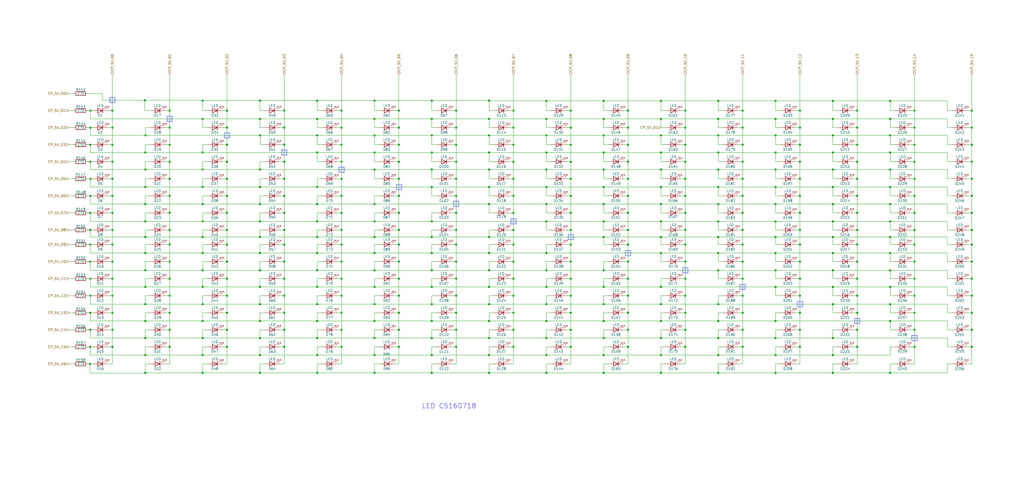
<source format=kicad_sch>
(kicad_sch (version 20230121) (generator eeschema)
  (paper "User" 533.4 254)
  (junction (at 165.227 149.606))
  (junction (at 374.142 88.392))
  (junction (at 75.692 106.426))
  (junction (at 177.927 127.508))
  (junction (at 118.237 119.888))
  (junction (at 374.142 61.976))
  (junction (at 284.607 149.606))
  (junction (at 75.692 167.386))
  (junction (at 135.382 176.276))
  (junction (at 314.452 52.578))
  (junction (at 506.222 136.398))
  (junction (at 46.99 171.958))
  (junction (at 433.832 123.571))
  (junction (at 463.677 158.623))
  (junction (at 46.99 110.998))
  (junction (at 403.987 97.536))
  (junction (at 224.917 123.571))
  (junction (at 224.917 194.437))
  (junction (at 403.987 140.97))
  (junction (at 237.617 110.998))
  (junction (at 135.382 115.443))
  (junction (at 463.677 61.976))
  (junction (at 416.687 102.108))
  (junction (at 463.677 88.392))
  (junction (at 105.537 158.623))
  (junction (at 105.537 123.571))
  (junction (at 433.832 52.578))
  (junction (at 165.227 79.502))
  (junction (at 446.532 163.068))
  (junction (at 284.607 79.502))
  (junction (at 207.772 75.438))
  (junction (at 118.237 110.998))
  (junction (at 177.927 119.888))
  (junction (at 46.863 189.738))
  (junction (at 254.762 52.451))
  (junction (at 88.392 119.888))
  (junction (at 416.687 154.178))
  (junction (at 195.072 185.166))
  (junction (at 416.687 57.658))
  (junction (at 207.772 171.958))
  (junction (at 344.297 88.392))
  (junction (at 58.547 75.438))
  (junction (at 224.917 61.976))
  (junction (at 177.927 180.848))
  (junction (at 344.297 194.437))
  (junction (at 314.452 115.443))
  (junction (at 476.377 119.888))
  (junction (at 207.772 84.328))
  (junction (at 506.222 93.218))
  (junction (at 224.917 176.276))
  (junction (at 177.927 163.068))
  (junction (at 297.307 127.508))
  (junction (at 374.142 123.571))
  (junction (at 75.692 115.443))
  (junction (at 267.462 110.998))
  (junction (at 374.142 194.437))
  (junction (at 314.452 185.166))
  (junction (at 314.452 79.502))
  (junction (at 195.072 52.451))
  (junction (at 88.392 57.658))
  (junction (at 58.547 171.958))
  (junction (at 403.987 176.276))
  (junction (at 224.917 149.606))
  (junction (at 254.762 185.166))
  (junction (at 344.297 115.443))
  (junction (at 148.082 93.218))
  (junction (at 105.537 176.276))
  (junction (at 506.222 127.508))
  (junction (at 403.987 52.578))
  (junction (at 344.297 61.976))
  (junction (at 416.687 127.508))
  (junction (at 267.462 119.888))
  (junction (at 195.072 140.97))
  (junction (at 416.687 180.848))
  (junction (at 386.842 84.328))
  (junction (at 314.452 61.976))
  (junction (at 118.237 84.328))
  (junction (at 75.819 70.612))
  (junction (at 237.617 136.398))
  (junction (at 446.532 57.658))
  (junction (at 476.377 75.438))
  (junction (at 105.537 61.976))
  (junction (at 46.99 136.398))
  (junction (at 446.532 93.218))
  (junction (at 284.607 70.612))
  (junction (at 47.117 145.288))
  (junction (at 476.377 163.068))
  (junction (at 433.832 79.502))
  (junction (at 177.927 171.958))
  (junction (at 224.917 140.97))
  (junction (at 177.927 75.438))
  (junction (at 446.532 127.508))
  (junction (at 88.392 154.178))
  (junction (at 297.307 163.068))
  (junction (at 297.307 171.958))
  (junction (at 254.762 149.606))
  (junction (at 195.072 194.437))
  (junction (at 118.237 163.068))
  (junction (at 195.072 115.443))
  (junction (at 47.117 57.658))
  (junction (at 374.142 185.166))
  (junction (at 344.297 158.623))
  (junction (at 105.537 140.97))
  (junction (at 105.537 149.606))
  (junction (at 177.927 145.288))
  (junction (at 327.152 84.328))
  (junction (at 165.227 158.623))
  (junction (at 195.072 88.392))
  (junction (at 446.532 75.438))
  (junction (at 148.082 66.548))
  (junction (at 433.832 131.953))
  (junction (at 433.832 88.392))
  (junction (at 148.082 180.848))
  (junction (at 476.377 57.658))
  (junction (at 58.547 110.998))
  (junction (at 284.607 185.166))
  (junction (at 327.152 57.658))
  (junction (at 195.072 131.953))
  (junction (at 267.462 57.658))
  (junction (at 88.392 180.848))
  (junction (at 75.692 194.437))
  (junction (at 476.377 93.218))
  (junction (at 75.692 88.392))
  (junction (at 165.227 140.97))
  (junction (at 327.152 127.508))
  (junction (at 463.677 123.571))
  (junction (at 105.537 52.451))
  (junction (at 386.842 180.848))
  (junction (at 148.082 102.108))
  (junction (at 386.842 136.398))
  (junction (at 237.617 154.178))
  (junction (at 374.142 158.623))
  (junction (at 177.927 84.328))
  (junction (at 177.927 93.218))
  (junction (at 105.537 131.953))
  (junction (at 254.762 167.386))
  (junction (at 118.237 127.508))
  (junction (at 314.452 158.623))
  (junction (at 297.307 93.218))
  (junction (at 344.297 185.166))
  (junction (at 58.547 127.508))
  (junction (at 433.832 70.612))
  (junction (at 416.687 145.288))
  (junction (at 254.762 158.623))
  (junction (at 446.532 145.288))
  (junction (at 314.452 140.97))
  (junction (at 58.547 180.848))
  (junction (at 386.842 110.998))
  (junction (at 403.987 149.606))
  (junction (at 476.377 66.548))
  (junction (at 88.392 145.288))
  (junction (at 165.227 185.166))
  (junction (at 476.377 171.958))
  (junction (at 356.997 66.548))
  (junction (at 356.997 171.958))
  (junction (at 47.117 154.178))
  (junction (at 463.677 70.612))
  (junction (at 433.832 140.97))
  (junction (at 195.072 106.426))
  (junction (at 267.462 93.218))
  (junction (at 284.607 167.386))
  (junction (at 374.142 97.536))
  (junction (at 433.832 194.437))
  (junction (at 148.082 127.508))
  (junction (at 327.152 75.438))
  (junction (at 254.762 79.502))
  (junction (at 476.377 180.848))
  (junction (at 463.677 140.97))
  (junction (at 297.307 154.178))
  (junction (at 58.547 93.218))
  (junction (at 148.082 171.958))
  (junction (at 344.297 97.536))
  (junction (at 374.142 167.386))
  (junction (at 58.547 163.068))
  (junction (at 327.152 66.548))
  (junction (at 463.677 106.426))
  (junction (at 386.842 171.958))
  (junction (at 58.547 66.548))
  (junction (at 224.917 52.451))
  (junction (at 88.392 102.108))
  (junction (at 463.677 115.443))
  (junction (at 254.762 97.536))
  (junction (at 135.382 123.571))
  (junction (at 356.997 102.108))
  (junction (at 148.082 119.888))
  (junction (at 148.082 110.998))
  (junction (at 135.382 52.451))
  (junction (at 88.392 66.548))
  (junction (at 403.987 167.386))
  (junction (at 356.997 163.068))
  (junction (at 284.607 176.276))
  (junction (at 165.227 167.386))
  (junction (at 46.99 119.888))
  (junction (at 254.762 131.953))
  (junction (at 118.237 180.848))
  (junction (at 254.762 140.97))
  (junction (at 237.617 75.438))
  (junction (at 118.237 93.218))
  (junction (at 297.307 119.888))
  (junction (at 284.607 140.97))
  (junction (at 416.687 119.888))
  (junction (at 118.237 145.288))
  (junction (at 506.222 102.108))
  (junction (at 224.917 88.392))
  (junction (at 254.762 123.571))
  (junction (at 506.222 171.958))
  (junction (at 506.222 57.658))
  (junction (at 148.082 57.658))
  (junction (at 118.237 57.658))
  (junction (at 135.382 149.606))
  (junction (at 207.772 163.068))
  (junction (at 327.152 102.108))
  (junction (at 135.382 158.623))
  (junction (at 207.772 110.998))
  (junction (at 327.152 136.398))
  (junction (at 118.237 66.548))
  (junction (at 254.762 88.392))
  (junction (at 88.392 163.068))
  (junction (at 416.687 75.438))
  (junction (at 135.382 131.953))
  (junction (at 314.452 123.571))
  (junction (at 177.927 66.548))
  (junction (at 135.382 194.437))
  (junction (at 416.687 84.328))
  (junction (at 118.237 136.398))
  (junction (at 46.99 163.068))
  (junction (at 224.917 97.536))
  (junction (at 165.227 194.437))
  (junction (at 403.987 61.976))
  (junction (at 356.997 154.178))
  (junction (at 47.117 102.108))
  (junction (at 88.392 136.398))
  (junction (at 135.382 97.536))
  (junction (at 356.997 110.998))
  (junction (at 476.377 110.998))
  (junction (at 118.237 75.438))
  (junction (at 356.997 93.218))
  (junction (at 267.462 66.548))
  (junction (at 386.842 145.288))
  (junction (at 297.307 84.328))
  (junction (at 327.152 145.288))
  (junction (at 75.692 131.953))
  (junction (at 433.832 158.623))
  (junction (at 463.677 79.502))
  (junction (at 416.687 171.958))
  (junction (at 237.617 66.548))
  (junction (at 237.617 127.508))
  (junction (at 314.452 167.386))
  (junction (at 386.842 75.438))
  (junction (at 386.842 57.658))
  (junction (at 267.462 171.958))
  (junction (at 165.227 70.612))
  (junction (at 403.987 88.392))
  (junction (at 386.842 93.218))
  (junction (at 344.297 79.502))
  (junction (at 446.532 84.328))
  (junction (at 177.927 102.108))
  (junction (at 237.617 180.848))
  (junction (at 177.927 136.398))
  (junction (at 344.297 70.612))
  (junction (at 446.532 110.998))
  (junction (at 327.152 93.218))
  (junction (at 446.532 154.178))
  (junction (at 237.617 171.958))
  (junction (at 47.117 93.218))
  (junction (at 75.692 79.502))
  (junction (at 506.222 66.548))
  (junction (at 356.997 75.438))
  (junction (at 506.222 154.178))
  (junction (at 267.462 84.328))
  (junction (at 506.222 163.068))
  (junction (at 356.997 84.328))
  (junction (at 267.462 145.288))
  (junction (at 224.917 79.502))
  (junction (at 284.607 131.953))
  (junction (at 356.997 145.288))
  (junction (at 446.532 66.548))
  (junction (at 224.917 115.443))
  (junction (at 314.452 149.606))
  (junction (at 297.307 110.998))
  (junction (at 46.99 84.328))
  (junction (at 446.532 136.398))
  (junction (at 237.617 93.218))
  (junction (at 463.677 52.578))
  (junction (at 433.832 97.536))
  (junction (at 327.152 154.178))
  (junction (at 314.452 106.426))
  (junction (at 463.677 97.536))
  (junction (at 314.452 70.612))
  (junction (at 75.692 140.97))
  (junction (at 46.99 127.508))
  (junction (at 195.072 176.276))
  (junction (at 207.772 154.178))
  (junction (at 75.692 97.536))
  (junction (at 284.607 97.536))
  (junction (at 314.452 194.437))
  (junction (at 75.438 52.324))
  (junction (at 356.997 127.508))
  (junction (at 254.762 194.437))
  (junction (at 284.607 115.443))
  (junction (at 267.462 180.848))
  (junction (at 403.987 123.571))
  (junction (at 237.617 84.328))
  (junction (at 148.082 75.438))
  (junction (at 165.227 123.571))
  (junction (at 75.692 176.276))
  (junction (at 476.377 145.288))
  (junction (at 356.997 136.398))
  (junction (at 148.082 163.068))
  (junction (at 297.307 57.658))
  (junction (at 416.687 93.218))
  (junction (at 327.152 171.958))
  (junction (at 165.227 52.451))
  (junction (at 344.297 106.426))
  (junction (at 446.532 171.958))
  (junction (at 374.142 131.953))
  (junction (at 416.687 163.068))
  (junction (at 165.227 106.426))
  (junction (at 403.987 131.953))
  (junction (at 148.082 145.288))
  (junction (at 344.297 167.386))
  (junction (at 75.692 185.166))
  (junction (at 344.297 176.276))
  (junction (at 165.227 61.976))
  (junction (at 46.99 180.848))
  (junction (at 386.842 66.548))
  (junction (at 267.462 102.108))
  (junction (at 476.377 127.508))
  (junction (at 267.462 127.508))
  (junction (at 297.307 66.548))
  (junction (at 314.452 97.536))
  (junction (at 416.687 66.548))
  (junction (at 118.237 102.108))
  (junction (at 476.377 84.328))
  (junction (at 195.072 61.976))
  (junction (at 207.772 57.658))
  (junction (at 237.617 119.888))
  (junction (at 58.547 119.888))
  (junction (at 195.072 70.612))
  (junction (at 118.237 171.958))
  (junction (at 386.842 154.178))
  (junction (at 254.762 106.426))
  (junction (at 237.617 145.288))
  (junction (at 433.832 176.276))
  (junction (at 356.997 119.888))
  (junction (at 75.692 123.571))
  (junction (at 374.142 70.612))
  (junction (at 165.227 97.536))
  (junction (at 47.117 66.548))
  (junction (at 463.677 167.386))
  (junction (at 135.382 88.392))
  (junction (at 165.227 131.953))
  (junction (at 327.152 163.068))
  (junction (at 374.142 140.97))
  (junction (at 403.987 70.612))
  (junction (at 207.772 66.548))
  (junction (at 476.377 154.178))
  (junction (at 105.537 88.392))
  (junction (at 135.382 140.97))
  (junction (at 297.307 75.438))
  (junction (at 88.392 75.438))
  (junction (at 58.547 154.178))
  (junction (at 344.297 131.953))
  (junction (at 224.917 158.623))
  (junction (at 433.832 61.976))
  (junction (at 207.772 93.218))
  (junction (at 344.297 123.571))
  (junction (at 506.222 180.848))
  (junction (at 446.532 180.848))
  (junction (at 105.537 106.426))
  (junction (at 416.687 136.398))
  (junction (at 433.832 185.166))
  (junction (at 433.832 106.426))
  (junction (at 88.392 93.218))
  (junction (at 356.997 57.658))
  (junction (at 195.072 149.606))
  (junction (at 254.762 70.612))
  (junction (at 463.677 131.953))
  (junction (at 105.537 185.166))
  (junction (at 314.452 88.392))
  (junction (at 105.537 79.502))
  (junction (at 284.607 158.623))
  (junction (at 386.842 119.888))
  (junction (at 284.607 88.392))
  (junction (at 88.392 127.508))
  (junction (at 195.072 123.571))
  (junction (at 476.377 102.108))
  (junction (at 374.142 52.578))
  (junction (at 135.382 185.166))
  (junction (at 237.617 102.108))
  (junction (at 506.222 145.288))
  (junction (at 88.392 84.328))
  (junction (at 403.987 185.166))
  (junction (at 374.142 176.276))
  (junction (at 416.687 110.998))
  (junction (at 446.532 102.108))
  (junction (at 207.772 180.848))
  (junction (at 284.607 52.578))
  (junction (at 58.547 102.108))
  (junction (at 148.082 136.398))
  (junction (at 75.692 158.623))
  (junction (at 267.462 163.068))
  (junction (at 506.222 84.328))
  (junction (at 284.607 194.437))
  (junction (at 207.772 102.108))
  (junction (at 267.462 136.398))
  (junction (at 135.382 167.386))
  (junction (at 177.927 110.998))
  (junction (at 207.772 119.888))
  (junction (at 433.832 149.606))
  (junction (at 267.462 75.438))
  (junction (at 374.142 79.502))
  (junction (at 75.692 149.606))
  (junction (at 297.307 145.288))
  (junction (at 224.917 70.612))
  (junction (at 446.532 119.888))
  (junction (at 476.377 136.398))
  (junction (at 58.547 145.288))
  (junction (at 224.917 185.166))
  (junction (at 105.537 115.443))
  (junction (at 148.082 84.328))
  (junction (at 403.987 79.502))
  (junction (at 135.382 61.976))
  (junction (at 327.152 180.848))
  (junction (at 88.392 171.958))
  (junction (at 386.842 163.068))
  (junction (at 403.987 106.426))
  (junction (at 224.917 131.953))
  (junction (at 105.537 194.437))
  (junction (at 177.927 154.178))
  (junction (at 386.842 127.508))
  (junction (at 237.617 57.658))
  (junction (at 374.142 106.426))
  (junction (at 463.677 149.606))
  (junction (at 88.392 110.998))
  (junction (at 195.072 167.386))
  (junction (at 297.307 136.398))
  (junction (at 344.297 52.578))
  (junction (at 135.382 106.426))
  (junction (at 224.917 167.386))
  (junction (at 135.509 70.612))
  (junction (at 374.142 115.443))
  (junction (at 433.832 115.443))
  (junction (at 344.297 149.606))
  (junction (at 46.99 75.438))
  (junction (at 403.987 115.443))
  (junction (at 284.607 106.426))
  (junction (at 165.227 176.276))
  (junction (at 386.842 102.108))
  (junction (at 267.462 154.178))
  (junction (at 297.307 180.848))
  (junction (at 58.547 136.398))
  (junction (at 506.222 75.438))
  (junction (at 165.227 115.443))
  (junction (at 177.927 57.658))
  (junction (at 58.547 84.328))
  (junction (at 58.547 57.658))
  (junction (at 254.762 176.276))
  (junction (at 506.222 119.888))
  (junction (at 254.762 61.976))
  (junction (at 463.677 194.437))
  (junction (at 356.997 180.848))
  (junction (at 207.772 127.508))
  (junction (at 105.537 97.536))
  (junction (at 314.452 176.276))
  (junction (at 403.987 194.437))
  (junction (at 195.072 158.623))
  (junction (at 327.152 119.888))
  (junction (at 207.772 145.288))
  (junction (at 148.082 154.178))
  (junction (at 297.307 102.108))
  (junction (at 118.237 154.178))
  (junction (at 105.537 167.386))
  (junction (at 195.072 79.502))
  (junction (at 207.772 136.398))
  (junction (at 327.152 110.998))
  (junction (at 506.222 110.998))
  (junction (at 237.617 163.068))
  (junction (at 284.607 61.976))
  (wire (pts (xy 433.832 131.953) (xy 433.832 136.398)))
  (wire (pts (xy 165.227 149.606) (xy 165.227 145.288)))
  (wire (pts (xy 284.607 127.508) (xy 287.147 127.508)))
  (wire (pts (xy 346.837 66.548) (xy 344.297 66.548)))
  (wire (pts (xy 506.222 119.888) (xy 506.222 127.508)))
  (wire (pts (xy 47.117 145.288) (xy 45.847 145.288)))
  (wire (pts (xy 165.227 185.166) (xy 195.072 185.166)))
  (wire (pts (xy 235.077 180.848) (xy 237.617 180.848)))
  (wire (pts (xy 446.532 127.508) (xy 446.532 136.398)))
  (wire (pts (xy 503.682 84.328) (xy 506.222 84.328)))
  (wire (pts (xy 506.222 171.958) (xy 506.222 180.848)))
  (wire (pts (xy 235.077 127.508) (xy 237.617 127.508)))
  (wire (pts (xy 205.232 163.068) (xy 207.772 163.068)))
  (wire (pts (xy 314.452 149.606) (xy 314.452 145.288)))
  (wire (pts (xy 165.227 61.976) (xy 195.072 61.976)))
  (wire (pts (xy 237.617 66.548) (xy 237.617 75.438)))
  (wire (pts (xy 493.522 52.578) (xy 493.522 57.658)))
  (wire (pts (xy 46.99 180.848) (xy 45.847 180.848)))
  (wire (pts (xy 227.457 57.658) (xy 224.917 57.658)))
  (wire (pts (xy 463.677 149.606) (xy 493.522 149.606)))
  (wire (pts (xy 205.232 136.398) (xy 207.772 136.398)))
  (wire (pts (xy 354.457 163.068) (xy 356.997 163.068)))
  (wire (pts (xy 105.537 115.443) (xy 135.382 115.443)))
  (wire (pts (xy 145.542 102.108) (xy 148.082 102.108)))
  (wire (pts (xy 88.392 75.438) (xy 88.392 84.328)))
  (wire (pts (xy 436.372 119.888) (xy 433.832 119.888)))
  (wire (pts (xy 195.072 140.97) (xy 224.917 140.97)))
  (wire (pts (xy 224.917 131.953) (xy 224.917 127.508)))
  (wire (pts (xy 207.772 171.958) (xy 207.772 180.848)))
  (wire (pts (xy 314.452 52.578) (xy 344.297 52.578)))
  (wire (pts (xy 476.377 180.848) (xy 476.377 189.738)))
  (wire (pts (xy 85.852 154.178) (xy 88.392 154.178)))
  (wire (pts (xy 46.99 88.392) (xy 75.692 88.392)))
  (wire (pts (xy 148.082 75.438) (xy 148.082 84.328)))
  (wire (pts (xy 35.687 127.508) (xy 38.227 127.508)))
  (wire (pts (xy 224.917 61.976) (xy 254.762 61.976)))
  (wire (pts (xy 297.307 110.998) (xy 294.767 110.998)))
  (wire (pts (xy 403.987 131.953) (xy 403.987 136.398)))
  (wire (pts (xy 118.237 84.328) (xy 118.237 93.218)))
  (wire (pts (xy 403.987 52.578) (xy 433.832 52.578)))
  (wire (pts (xy 167.767 110.998) (xy 165.227 110.998)))
  (wire (pts (xy 75.692 176.276) (xy 105.537 176.276)))
  (wire (pts (xy 88.392 127.508) (xy 88.392 136.398)))
  (wire (pts (xy 327.152 145.288) (xy 327.152 154.178)))
  (wire (pts (xy 145.542 127.508) (xy 148.082 127.508)))
  (wire (pts (xy 436.372 171.958) (xy 433.832 171.958)))
  (wire (pts (xy 48.387 180.848) (xy 46.99 180.848)))
  (wire (pts (xy 58.547 119.888) (xy 58.547 127.508)))
  (wire (pts (xy 75.438 52.324) (xy 75.438 57.658)))
  (wire (pts (xy 135.382 123.571) (xy 165.227 123.571)))
  (wire (pts (xy 177.927 66.548) (xy 177.927 75.438)))
  (wire (pts (xy 175.387 110.998) (xy 177.927 110.998)))
  (wire (pts (xy 374.142 79.502) (xy 374.142 84.328)))
  (wire (pts (xy 374.142 123.571) (xy 403.987 123.571)))
  (wire (pts (xy 56.007 171.958) (xy 58.547 171.958)))
  (wire (pts (xy 416.687 93.218) (xy 416.687 102.108)))
  (wire (pts (xy 356.997 110.998) (xy 356.997 119.888)))
  (wire (pts (xy 314.452 61.976) (xy 314.452 66.548)))
  (wire (pts (xy 108.077 102.108) (xy 105.537 102.108)))
  (wire (pts (xy 167.767 189.738) (xy 165.227 189.738)))
  (wire (pts (xy 58.547 38.862) (xy 58.547 57.658)))
  (wire (pts (xy 137.922 102.108) (xy 135.382 102.108)))
  (wire (pts (xy 416.687 163.068) (xy 416.687 171.958)))
  (wire (pts (xy 135.382 88.392) (xy 195.072 88.392)))
  (wire (pts (xy 496.062 145.288) (xy 493.522 145.288)))
  (wire (pts (xy 433.832 194.437) (xy 463.677 194.437)))
  (wire (pts (xy 506.222 154.178) (xy 506.222 163.068)))
  (wire (pts (xy 165.227 158.623) (xy 165.227 154.178)))
  (wire (pts (xy 224.917 70.612) (xy 254.762 70.612)))
  (wire (pts (xy 284.607 93.218) (xy 287.147 93.218)))
  (wire (pts (xy 463.677 189.738) (xy 463.677 194.437)))
  (wire (pts (xy 177.927 127.508) (xy 175.387 127.508)))
  (wire (pts (xy 257.302 110.998) (xy 254.762 110.998)))
  (wire (pts (xy 118.237 57.658) (xy 118.237 66.548)))
  (wire (pts (xy 376.682 154.178) (xy 374.142 154.178)))
  (wire (pts (xy 314.452 88.392) (xy 344.297 88.392)))
  (wire (pts (xy 105.537 131.953) (xy 135.382 131.953)))
  (wire (pts (xy 75.692 158.623) (xy 105.537 158.623)))
  (wire (pts (xy 75.692 194.437) (xy 105.537 194.437)))
  (wire (pts (xy 75.438 52.324) (xy 105.537 52.324)))
  (wire (pts (xy 137.922 136.398) (xy 135.382 136.398)))
  (wire (pts (xy 463.677 52.578) (xy 493.522 52.578)))
  (wire (pts (xy 254.762 189.738) (xy 254.762 194.437)))
  (wire (pts (xy 446.532 180.848) (xy 446.532 189.738)))
  (wire (pts (xy 135.382 149.606) (xy 135.382 145.288)))
  (wire (pts (xy 135.382 106.426) (xy 135.382 102.108)))
  (wire (pts (xy 284.607 52.578) (xy 284.607 57.658)))
  (wire (pts (xy 403.987 61.976) (xy 403.987 66.548)))
  (wire (pts (xy 75.692 149.606) (xy 105.537 149.606)))
  (wire (pts (xy 47.117 70.612) (xy 75.819 70.612)))
  (wire (pts (xy 416.687 145.288) (xy 416.687 154.178)))
  (wire (pts (xy 374.142 140.97) (xy 374.142 145.288)))
  (wire (pts (xy 493.522 194.437) (xy 493.522 189.738)))
  (wire (pts (xy 227.457 145.288) (xy 224.917 145.288)))
  (wire (pts (xy 314.452 167.386) (xy 314.452 163.068)))
  (wire (pts (xy 346.837 171.958) (xy 344.297 171.958)))
  (wire (pts (xy 414.147 93.218) (xy 416.687 93.218)))
  (wire (pts (xy 118.237 136.398) (xy 118.237 145.288)))
  (wire (pts (xy 463.677 106.426) (xy 463.677 110.998)))
  (wire (pts (xy 324.612 84.328) (xy 327.152 84.328)))
  (wire (pts (xy 237.617 145.288) (xy 237.617 154.178)))
  (wire (pts (xy 403.987 61.976) (xy 433.832 61.976)))
  (wire (pts (xy 254.762 185.166) (xy 284.607 185.166)))
  (wire (pts (xy 297.307 110.998) (xy 297.307 119.888)))
  (wire (pts (xy 443.992 180.848) (xy 446.532 180.848)))
  (wire (pts (xy 48.387 84.328) (xy 46.99 84.328)))
  (wire (pts (xy 446.532 171.958) (xy 446.532 180.848)))
  (wire (pts (xy 177.927 154.178) (xy 177.927 163.068)))
  (wire (pts (xy 463.677 88.392) (xy 493.522 88.392)))
  (wire (pts (xy 78.232 180.848) (xy 75.692 180.848)))
  (wire (pts (xy 105.537 106.426) (xy 135.382 106.426)))
  (wire (pts (xy 85.852 119.888) (xy 88.392 119.888)))
  (wire (pts (xy 58.547 136.398) (xy 58.547 145.288)))
  (wire (pts (xy 35.687 84.328) (xy 38.227 84.328)))
  (wire (pts (xy 165.227 70.612) (xy 195.072 70.612)))
  (wire (pts (xy 433.832 158.623) (xy 463.677 158.623)))
  (wire (pts (xy 473.837 93.218) (xy 476.377 93.218)))
  (wire (pts (xy 227.457 154.178) (xy 224.917 154.178)))
  (wire (pts (xy 297.307 154.178) (xy 294.767 154.178)))
  (wire (pts (xy 75.819 70.612) (xy 75.819 66.548)))
  (wire (pts (xy 406.527 57.658) (xy 403.987 57.658)))
  (wire (pts (xy 463.677 194.437) (xy 493.522 194.437)))
  (wire (pts (xy 433.832 123.571) (xy 433.832 127.508)))
  (wire (pts (xy 443.992 171.958) (xy 446.532 171.958)))
  (wire (pts (xy 257.302 127.508) (xy 254.762 127.508)))
  (wire (pts (xy 443.992 84.328) (xy 446.532 84.328)))
  (wire (pts (xy 476.377 145.288) (xy 476.377 154.178)))
  (wire (pts (xy 284.607 88.392) (xy 314.452 88.392)))
  (wire (pts (xy 135.382 194.437) (xy 165.227 194.437)))
  (wire (pts (xy 374.142 88.392) (xy 403.987 88.392)))
  (wire (pts (xy 493.522 79.502) (xy 493.522 84.328)))
  (wire (pts (xy 195.072 176.276) (xy 224.917 176.276)))
  (wire (pts (xy 386.842 38.862) (xy 386.842 57.658)))
  (wire (pts (xy 88.392 171.958) (xy 88.392 180.848)))
  (wire (pts (xy 356.997 102.108) (xy 356.997 110.998)))
  (wire (pts (xy 46.99 79.502) (xy 75.692 79.502)))
  (wire (pts (xy 433.832 140.97) (xy 433.832 145.288)))
  (wire (pts (xy 297.307 171.958) (xy 294.767 171.958)))
  (wire (pts (xy 374.142 189.738) (xy 374.142 194.437)))
  (wire (pts (xy 254.762 167.386) (xy 254.762 163.068)))
  (wire (pts (xy 46.99 75.438) (xy 45.847 75.438)))
  (wire (pts (xy 463.677 97.536) (xy 463.677 102.108)))
  (wire (pts (xy 137.922 84.328) (xy 135.382 84.328)))
  (wire (pts (xy 463.677 149.606) (xy 463.677 154.178)))
  (wire (pts (xy 56.007 154.178) (xy 58.547 154.178)))
  (wire (pts (xy 75.692 106.426) (xy 75.692 102.108)))
  (wire (pts (xy 224.917 167.386) (xy 224.917 163.068)))
  (wire (pts (xy 344.297 176.276) (xy 374.142 176.276)))
  (wire (pts (xy 406.527 145.288) (xy 403.987 145.288)))
  (wire (pts (xy 148.082 93.218) (xy 148.082 102.108)))
  (wire (pts (xy 446.532 163.068) (xy 446.532 171.958)))
  (wire (pts (xy 267.462 180.848) (xy 267.462 189.738)))
  (wire (pts (xy 503.682 163.068) (xy 506.222 163.068)))
  (wire (pts (xy 118.237 163.068) (xy 118.237 171.958)))
  (wire (pts (xy 75.819 70.612) (xy 135.509 70.612)))
  (wire (pts (xy 297.307 127.508) (xy 294.767 127.508)))
  (wire (pts (xy 354.457 57.658) (xy 356.997 57.658)))
  (wire (pts (xy 135.382 131.953) (xy 165.227 131.953)))
  (wire (pts (xy 224.917 88.392) (xy 254.762 88.392)))
  (wire (pts (xy 493.522 167.386) (xy 493.522 171.958)))
  (wire (pts (xy 105.537 106.426) (xy 105.537 102.108)))
  (wire (pts (xy 264.922 145.288) (xy 267.462 145.288)))
  (wire (pts (xy 108.077 57.658) (xy 105.537 57.658)))
  (wire (pts (xy 145.542 189.738) (xy 148.082 189.738)))
  (wire (pts (xy 344.297 70.612) (xy 374.142 70.612)))
  (wire (pts (xy 165.227 131.953) (xy 195.072 131.953)))
  (wire (pts (xy 354.457 75.438) (xy 356.997 75.438)))
  (wire (pts (xy 476.377 66.548) (xy 476.377 75.438)))
  (wire (pts (xy 224.917 158.623) (xy 254.762 158.623)))
  (wire (pts (xy 35.687 48.768) (xy 38.227 48.768)))
  (wire (pts (xy 165.227 176.276) (xy 165.227 171.958)))
  (wire (pts (xy 46.99 163.068) (xy 45.847 163.068)))
  (wire (pts (xy 205.232 110.998) (xy 207.772 110.998)))
  (wire (pts (xy 324.612 66.548) (xy 327.152 66.548)))
  (wire (pts (xy 75.692 79.502) (xy 105.537 79.502)))
  (wire (pts (xy 254.762 88.392) (xy 284.607 88.392)))
  (wire (pts (xy 314.452 140.97) (xy 314.452 136.398)))
  (wire (pts (xy 433.832 140.97) (xy 463.677 140.97)))
  (wire (pts (xy 165.227 79.502) (xy 195.072 79.502)))
  (wire (pts (xy 135.382 61.976) (xy 165.227 61.976)))
  (wire (pts (xy 224.917 167.386) (xy 254.762 167.386)))
  (wire (pts (xy 237.617 84.328) (xy 237.617 93.218)))
  (wire (pts (xy 384.302 75.438) (xy 386.842 75.438)))
  (wire (pts (xy 105.537 88.392) (xy 105.537 84.328)))
  (wire (pts (xy 254.762 97.536) (xy 254.762 102.108)))
  (wire (pts (xy 433.832 149.606) (xy 433.832 154.178)))
  (wire (pts (xy 297.307 119.888) (xy 294.767 119.888)))
  (wire (pts (xy 46.99 110.998) (xy 46.99 115.443)))
  (wire (pts (xy 165.227 52.451) (xy 165.227 57.658)))
  (wire (pts (xy 327.152 66.548) (xy 327.152 75.438)))
  (wire (pts (xy 47.117 106.426) (xy 75.692 106.426)))
  (wire (pts (xy 314.452 70.612) (xy 344.297 70.612)))
  (wire (pts (xy 436.372 66.548) (xy 433.832 66.548)))
  (wire (pts (xy 56.007 127.508) (xy 58.547 127.508)))
  (wire (pts (xy 433.832 158.623) (xy 433.832 163.068)))
  (wire (pts (xy 257.302 102.108) (xy 254.762 102.108)))
  (wire (pts (xy 48.387 127.508) (xy 46.99 127.508)))
  (wire (pts (xy 165.227 189.738) (xy 165.227 194.437)))
  (wire (pts (xy 254.762 123.571) (xy 254.762 119.888)))
  (wire (pts (xy 165.227 106.426) (xy 165.227 102.108)))
  (wire (pts (xy 376.682 145.288) (xy 374.142 145.288)))
  (wire (pts (xy 416.687 136.398) (xy 416.687 145.288)))
  (wire (pts (xy 384.302 84.328) (xy 386.842 84.328)))
  (wire (pts (xy 224.917 70.612) (xy 224.917 75.438)))
  (wire (pts (xy 473.837 66.548) (xy 476.377 66.548)))
  (wire (pts (xy 327.152 57.658) (xy 327.152 66.548)))
  (wire (pts (xy 88.392 136.398) (xy 88.392 145.288)))
  (wire (pts (xy 115.697 154.178) (xy 118.237 154.178)))
  (wire (pts (xy 135.382 140.97) (xy 165.227 140.97)))
  (wire (pts (xy 297.307 66.548) (xy 297.307 75.438)))
  (wire (pts (xy 267.462 57.658) (xy 267.462 66.548)))
  (wire (pts (xy 443.992 57.658) (xy 446.532 57.658)))
  (wire (pts (xy 344.297 167.386) (xy 344.297 163.068)))
  (wire (pts (xy 493.522 88.392) (xy 493.522 93.218)))
  (wire (pts (xy 443.992 145.288) (xy 446.532 145.288)))
  (wire (pts (xy 108.077 180.848) (xy 105.537 180.848)))
  (wire (pts (xy 466.217 154.178) (xy 463.677 154.178)))
  (wire (pts (xy 224.917 115.443) (xy 284.607 115.443)))
  (wire (pts (xy 506.222 66.548) (xy 506.222 75.438)))
  (wire (pts (xy 175.387 189.738) (xy 177.927 189.738)))
  (wire (pts (xy 344.297 167.386) (xy 374.142 167.386)))
  (wire (pts (xy 175.387 145.288) (xy 177.927 145.288)))
  (wire (pts (xy 297.307 145.288) (xy 297.307 154.178)))
  (wire (pts (xy 354.457 189.738) (xy 356.997 189.738)))
  (wire (pts (xy 195.072 185.166) (xy 224.917 185.166)))
  (wire (pts (xy 297.307 145.288) (xy 294.767 145.288)))
  (wire (pts (xy 35.687 136.398) (xy 38.227 136.398)))
  (wire (pts (xy 344.297 61.976) (xy 374.142 61.976)))
  (wire (pts (xy 476.377 84.328) (xy 476.377 93.218)))
  (wire (pts (xy 165.227 167.386) (xy 195.072 167.386)))
  (wire (pts (xy 235.077 136.398) (xy 237.617 136.398)))
  (wire (pts (xy 35.687 110.998) (xy 38.227 110.998)))
  (wire (pts (xy 56.007 180.848) (xy 58.547 180.848)))
  (wire (pts (xy 47.117 158.623) (xy 75.692 158.623)))
  (wire (pts (xy 235.077 163.068) (xy 237.617 163.068)))
  (wire (pts (xy 88.392 93.218) (xy 88.392 102.108)))
  (wire (pts (xy 254.762 131.953) (xy 284.607 131.953)))
  (wire (pts (xy 137.922 180.848) (xy 135.382 180.848)))
  (wire (pts (xy 496.062 102.108) (xy 493.522 102.108)))
  (wire (pts (xy 46.99 171.958) (xy 45.847 171.958)))
  (wire (pts (xy 224.917 189.738) (xy 224.917 194.437)))
  (wire (pts (xy 195.072 149.606) (xy 224.917 149.606)))
  (wire (pts (xy 135.509 70.612) (xy 165.227 70.612)))
  (wire (pts (xy 205.232 84.328) (xy 207.772 84.328)))
  (wire (pts (xy 316.992 171.958) (xy 314.452 171.958)))
  (wire (pts (xy 237.617 93.218) (xy 237.617 102.108)))
  (wire (pts (xy 324.612 110.998) (xy 327.152 110.998)))
  (wire (pts (xy 403.987 106.426) (xy 403.987 110.998)))
  (wire (pts (xy 145.542 154.178) (xy 148.082 154.178)))
  (wire (pts (xy 75.692 194.564) (xy 75.692 194.437)))
  (wire (pts (xy 503.682 93.218) (xy 506.222 93.218)))
  (wire (pts (xy 224.917 97.536) (xy 254.762 97.536)))
  (wire (pts (xy 56.007 102.108) (xy 58.547 102.108)))
  (wire (pts (xy 224.917 185.166) (xy 224.917 180.848)))
  (wire (pts (xy 327.152 154.178) (xy 327.152 163.068)))
  (wire (pts (xy 463.677 158.623) (xy 493.522 158.623)))
  (wire (pts (xy 297.307 102.108) (xy 294.767 102.108)))
  (wire (pts (xy 56.007 189.738) (xy 58.547 189.738)))
  (wire (pts (xy 177.927 110.998) (xy 177.927 119.888)))
  (wire (pts (xy 46.99 119.888) (xy 46.99 123.571)))
  (wire (pts (xy 46.99 185.166) (xy 75.692 185.166)))
  (wire (pts (xy 506.222 57.658) (xy 506.222 66.548)))
  (wire (pts (xy 85.852 84.328) (xy 88.392 84.328)))
  (wire (pts (xy 207.772 38.862) (xy 207.772 57.658)))
  (wire (pts (xy 85.852 163.068) (xy 88.392 163.068)))
  (wire (pts (xy 235.077 145.288) (xy 237.617 145.288)))
  (wire (pts (xy 496.062 84.328) (xy 493.522 84.328)))
  (wire (pts (xy 254.762 149.606) (xy 254.762 145.288)))
  (wire (pts (xy 175.387 84.328) (xy 177.927 84.328)))
  (wire (pts (xy 235.077 57.658) (xy 237.617 57.658)))
  (wire (pts (xy 354.457 119.888) (xy 356.997 119.888)))
  (wire (pts (xy 197.612 154.178) (xy 195.072 154.178)))
  (wire (pts (xy 466.217 163.068) (xy 463.677 163.068)))
  (wire (pts (xy 314.452 97.536) (xy 344.297 97.536)))
  (wire (pts (xy 376.682 163.068) (xy 374.142 163.068)))
  (wire (pts (xy 46.99 136.398) (xy 46.99 140.97)))
  (wire (pts (xy 75.692 185.166) (xy 105.537 185.166)))
  (wire (pts (xy 207.772 163.068) (xy 207.772 171.958)))
  (wire (pts (xy 115.697 84.328) (xy 118.237 84.328)))
  (wire (pts (xy 175.387 180.848) (xy 177.927 180.848)))
  (wire (pts (xy 56.007 66.548) (xy 58.547 66.548)))
  (wire (pts (xy 436.372 84.328) (xy 433.832 84.328)))
  (wire (pts (xy 137.922 189.738) (xy 135.382 189.738)))
  (wire (pts (xy 476.377 171.958) (xy 476.377 180.848)))
  (wire (pts (xy 105.537 176.276) (xy 105.537 171.958)))
  (wire (pts (xy 463.677 106.426) (xy 493.522 106.426)))
  (wire (pts (xy 403.987 149.606) (xy 403.987 154.178)))
  (wire (pts (xy 35.687 189.738) (xy 38.227 189.738)))
  (wire (pts (xy 46.99 127.508) (xy 46.99 131.953)))
  (wire (pts (xy 376.682 189.738) (xy 374.142 189.738)))
  (wire (pts (xy 446.532 154.178) (xy 446.532 163.068)))
  (wire (pts (xy 297.307 180.848) (xy 297.307 189.738)))
  (wire (pts (xy 85.852 127.508) (xy 88.392 127.508)))
  (wire (pts (xy 284.607 57.658) (xy 287.147 57.658)))
  (wire (pts (xy 466.217 119.888) (xy 463.677 119.888)))
  (wire (pts (xy 406.527 171.958) (xy 403.987 171.958)))
  (wire (pts (xy 327.152 163.068) (xy 327.152 171.958)))
  (wire (pts (xy 376.682 75.438) (xy 374.142 75.438)))
  (wire (pts (xy 403.987 176.276) (xy 433.832 176.276)))
  (wire (pts (xy 327.152 75.438) (xy 327.152 84.328)))
  (wire (pts (xy 35.687 154.178) (xy 38.227 154.178)))
  (wire (pts (xy 195.072 52.451) (xy 195.072 57.658)))
  (wire (pts (xy 374.142 115.443) (xy 403.987 115.443)))
  (wire (pts (xy 224.917 140.97) (xy 224.917 136.398)))
  (wire (pts (xy 314.452 115.443) (xy 314.452 119.888)))
  (wire (pts (xy 284.607 79.502) (xy 314.452 79.502)))
  (wire (pts (xy 58.547 102.108) (xy 58.547 110.998)))
  (wire (pts (xy 403.987 52.578) (xy 403.987 57.658)))
  (wire (pts (xy 433.832 189.738) (xy 433.832 194.437)))
  (wire (pts (xy 314.452 123.571) (xy 314.452 127.508)))
  (wire (pts (xy 56.007 145.288) (xy 58.547 145.288)))
  (wire (pts (xy 284.607 131.953) (xy 284.607 127.508)))
  (wire (pts (xy 284.607 97.536) (xy 314.452 97.536)))
  (wire (pts (xy 165.227 123.571) (xy 165.227 119.888)))
  (wire (pts (xy 48.387 75.438) (xy 46.99 75.438)))
  (wire (pts (xy 75.692 79.502) (xy 75.692 75.438)))
  (wire (pts (xy 316.992 66.548) (xy 314.452 66.548)))
  (wire (pts (xy 46.99 176.276) (xy 75.692 176.276)))
  (wire (pts (xy 257.302 136.398) (xy 254.762 136.398)))
  (wire (pts (xy 35.687 119.888) (xy 38.227 119.888)))
  (wire (pts (xy 177.927 180.848) (xy 177.927 189.738)))
  (wire (pts (xy 105.537 194.437) (xy 135.382 194.437)))
  (wire (pts (xy 496.062 171.958) (xy 493.522 171.958)))
  (wire (pts (xy 354.457 84.328) (xy 356.997 84.328)))
  (wire (pts (xy 195.072 140.97) (xy 195.072 136.398)))
  (wire (pts (xy 254.762 131.953) (xy 254.762 127.508)))
  (wire (pts (xy 175.387 75.438) (xy 177.927 75.438)))
  (wire (pts (xy 165.227 52.451) (xy 195.072 52.451)))
  (wire (pts (xy 433.832 123.571) (xy 463.677 123.571)))
  (wire (pts (xy 264.922 136.398) (xy 267.462 136.398)))
  (wire (pts (xy 47.117 61.976) (xy 105.537 61.976)))
  (wire (pts (xy 195.072 167.386) (xy 224.917 167.386)))
  (wire (pts (xy 177.927 38.862) (xy 177.927 57.658)))
  (wire (pts (xy 463.677 88.392) (xy 463.677 93.218)))
  (wire (pts (xy 264.922 84.328) (xy 267.462 84.328)))
  (wire (pts (xy 224.917 123.571) (xy 224.917 119.888)))
  (wire (pts (xy 205.232 93.218) (xy 207.772 93.218)))
  (wire (pts (xy 224.917 176.276) (xy 254.762 176.276)))
  (wire (pts (xy 346.837 57.658) (xy 344.297 57.658)))
  (wire (pts (xy 384.302 110.998) (xy 386.842 110.998)))
  (wire (pts (xy 344.297 115.443) (xy 344.297 119.888)))
  (wire (pts (xy 105.537 52.324) (xy 105.537 52.451)))
  (wire (pts (xy 356.997 127.508) (xy 356.997 136.398)))
  (wire (pts (xy 436.372 163.068) (xy 433.832 163.068)))
  (wire (pts (xy 85.852 57.658) (xy 88.392 57.658)))
  (wire (pts (xy 167.767 145.288) (xy 165.227 145.288)))
  (wire (pts (xy 414.147 163.068) (xy 416.687 163.068)))
  (wire (pts (xy 195.072 106.426) (xy 195.072 102.108)))
  (wire (pts (xy 115.697 75.438) (xy 118.237 75.438)))
  (wire (pts (xy 105.537 88.392) (xy 135.382 88.392)))
  (wire (pts (xy 433.832 97.536) (xy 433.832 102.108)))
  (wire (pts (xy 374.142 131.953) (xy 403.987 131.953)))
  (wire (pts (xy 324.612 180.848) (xy 327.152 180.848)))
  (wire (pts (xy 197.612 84.328) (xy 195.072 84.328)))
  (wire (pts (xy 284.607 185.166) (xy 284.607 180.848)))
  (wire (pts (xy 254.762 167.386) (xy 284.607 167.386)))
  (wire (pts (xy 503.682 189.738) (xy 506.222 189.738)))
  (wire (pts (xy 436.372 75.438) (xy 433.832 75.438)))
  (wire (pts (xy 374.142 176.276) (xy 403.987 176.276)))
  (wire (pts (xy 374.142 115.443) (xy 374.142 119.888)))
  (wire (pts (xy 254.762 70.612) (xy 254.762 75.438)))
  (wire (pts (xy 85.852 110.998) (xy 88.392 110.998)))
  (wire (pts (xy 403.987 106.426) (xy 433.832 106.426)))
  (wire (pts (xy 496.062 75.438) (xy 493.522 75.438)))
  (wire (pts (xy 207.772 57.658) (xy 207.772 66.548)))
  (wire (pts (xy 48.387 154.178) (xy 47.117 154.178)))
  (wire (pts (xy 386.842 127.508) (xy 386.842 136.398)))
  (wire (pts (xy 466.217 66.548) (xy 463.677 66.548)))
  (wire (pts (xy 297.307 93.218) (xy 297.307 102.108)))
  (wire (pts (xy 46.99 163.068) (xy 46.99 167.386)))
  (wire (pts (xy 145.542 171.958) (xy 148.082 171.958)))
  (wire (pts (xy 167.767 171.958) (xy 165.227 171.958)))
  (wire (pts (xy 267.462 102.108) (xy 267.462 110.998)))
  (wire (pts (xy 314.452 185.166) (xy 314.452 180.848)))
  (wire (pts (xy 165.227 70.612) (xy 165.227 75.438)))
  (wire (pts (xy 237.617 119.888) (xy 237.617 127.508)))
  (wire (pts (xy 257.302 84.328) (xy 254.762 84.328)))
  (wire (pts (xy 145.542 93.218) (xy 148.082 93.218)))
  (wire (pts (xy 58.547 84.328) (xy 58.547 93.218)))
  (wire (pts (xy 105.537 176.276) (xy 135.382 176.276)))
  (wire (pts (xy 406.527 102.108) (xy 403.987 102.108)))
  (wire (pts (xy 254.762 61.976) (xy 254.762 66.548)))
  (wire (pts (xy 473.837 189.738) (xy 476.377 189.738)))
  (wire (pts (xy 254.762 158.623) (xy 284.607 158.623)))
  (wire (pts (xy 463.677 79.502) (xy 463.677 84.328)))
  (wire (pts (xy 85.852 171.958) (xy 88.392 171.958)))
  (wire (pts (xy 316.992 154.178) (xy 314.452 154.178)))
  (wire (pts (xy 503.682 66.548) (xy 506.222 66.548)))
  (wire (pts (xy 235.077 154.178) (xy 237.617 154.178)))
  (wire (pts (xy 257.302 75.438) (xy 254.762 75.438)))
  (wire (pts (xy 224.917 88.392) (xy 224.917 93.218)))
  (wire (pts (xy 503.682 57.658) (xy 506.222 57.658)))
  (wire (pts (xy 195.072 70.612) (xy 224.917 70.612)))
  (wire (pts (xy 254.762 149.606) (xy 284.607 149.606)))
  (wire (pts (xy 205.232 102.108) (xy 207.772 102.108)))
  (wire (pts (xy 148.082 84.328) (xy 148.082 93.218)))
  (wire (pts (xy 406.527 93.218) (xy 403.987 93.218)))
  (wire (pts (xy 443.992 66.548) (xy 446.532 66.548)))
  (wire (pts (xy 135.382 106.426) (xy 165.227 106.426)))
  (wire (pts (xy 105.537 167.386) (xy 105.537 163.068)))
  (wire (pts (xy 207.772 66.548) (xy 207.772 75.438)))
  (wire (pts (xy 284.607 115.443) (xy 314.452 115.443)))
  (wire (pts (xy 167.767 84.328) (xy 165.227 84.328)))
  (wire (pts (xy 75.692 131.953) (xy 105.537 131.953)))
  (wire (pts (xy 207.772 84.328) (xy 207.772 93.218)))
  (wire (pts (xy 356.997 57.658) (xy 356.997 66.548)))
  (wire (pts (xy 135.509 75.438) (xy 137.922 75.438)))
  (wire (pts (xy 227.457 127.508) (xy 224.917 127.508)))
  (wire (pts (xy 284.607 52.578) (xy 314.452 52.578)))
  (wire (pts (xy 88.392 119.888) (xy 88.392 127.508)))
  (wire (pts (xy 105.537 61.976) (xy 135.382 61.976)))
  (wire (pts (xy 75.692 106.426) (xy 105.537 106.426)))
  (wire (pts (xy 227.457 119.888) (xy 224.917 119.888)))
  (wire (pts (xy 284.607 61.976) (xy 314.452 61.976)))
  (wire (pts (xy 443.992 102.108) (xy 446.532 102.108)))
  (wire (pts (xy 227.457 163.068) (xy 224.917 163.068)))
  (wire (pts (xy 45.847 48.768) (xy 53.34 48.768)))
  (wire (pts (xy 386.842 57.658) (xy 386.842 66.548)))
  (wire (pts (xy 145.542 163.068) (xy 148.082 163.068)))
  (wire (pts (xy 257.302 180.848) (xy 254.762 180.848)))
  (wire (pts (xy 386.842 102.108) (xy 386.842 110.998)))
  (wire (pts (xy 75.692 167.386) (xy 105.537 167.386)))
  (wire (pts (xy 195.072 61.976) (xy 195.072 66.548)))
  (wire (pts (xy 496.062 57.658) (xy 493.522 57.658)))
  (wire (pts (xy 137.922 66.548) (xy 135.382 66.548)))
  (wire (pts (xy 88.392 110.998) (xy 88.392 119.888)))
  (wire (pts (xy 118.237 145.288) (xy 118.237 154.178)))
  (wire (pts (xy 48.387 93.218) (xy 47.117 93.218)))
  (wire (pts (xy 118.237 75.438) (xy 118.237 84.328)))
  (wire (pts (xy 346.837 163.068) (xy 344.297 163.068)))
  (wire (pts (xy 506.222 93.218) (xy 506.222 102.108)))
  (wire (pts (xy 433.832 176.276) (xy 493.522 176.276)))
  (wire (pts (xy 108.077 154.178) (xy 105.537 154.178)))
  (wire (pts (xy 354.457 154.178) (xy 356.997 154.178)))
  (wire (pts (xy 284.607 145.288) (xy 287.147 145.288)))
  (wire (pts (xy 466.217 189.738) (xy 463.677 189.738)))
  (wire (pts (xy 167.767 163.068) (xy 165.227 163.068)))
  (wire (pts (xy 356.997 171.958) (xy 356.997 180.848)))
  (wire (pts (xy 145.542 110.998) (xy 148.082 110.998)))
  (wire (pts (xy 327.152 180.848) (xy 327.152 189.738)))
  (wire (pts (xy 346.837 93.218) (xy 344.297 93.218)))
  (wire (pts (xy 224.917 176.276) (xy 224.917 171.958)))
  (wire (pts (xy 195.072 131.953) (xy 195.072 127.508)))
  (wire (pts (xy 237.617 102.108) (xy 237.617 110.998)))
  (wire (pts (xy 47.117 154.178) (xy 47.117 158.623)))
  (wire (pts (xy 135.382 185.166) (xy 165.227 185.166)))
  (wire (pts (xy 195.072 194.437) (xy 224.917 194.437)))
  (wire (pts (xy 177.927 127.508) (xy 177.927 136.398)))
  (wire (pts (xy 227.457 66.548) (xy 224.917 66.548)))
  (wire (pts (xy 165.227 176.276) (xy 195.072 176.276)))
  (wire (pts (xy 384.302 163.068) (xy 386.842 163.068)))
  (wire (pts (xy 403.987 70.612) (xy 433.832 70.612)))
  (wire (pts (xy 145.542 119.888) (xy 148.082 119.888)))
  (wire (pts (xy 145.542 145.288) (xy 148.082 145.288)))
  (wire (pts (xy 85.852 189.738) (xy 88.392 189.738)))
  (wire (pts (xy 446.532 136.398) (xy 446.532 145.288)))
  (wire (pts (xy 85.852 102.108) (xy 88.392 102.108)))
  (wire (pts (xy 493.522 115.443) (xy 493.522 119.888)))
  (wire (pts (xy 267.462 84.328) (xy 267.462 93.218)))
  (wire (pts (xy 314.452 140.97) (xy 374.142 140.97)))
  (wire (pts (xy 105.537 131.953) (xy 105.537 127.508)))
  (wire (pts (xy 224.917 158.623) (xy 224.917 154.178)))
  (wire (pts (xy 48.387 66.548) (xy 47.117 66.548)))
  (wire (pts (xy 284.607 185.166) (xy 314.452 185.166)))
  (wire (pts (xy 284.607 106.426) (xy 314.452 106.426)))
  (wire (pts (xy 105.537 97.536) (xy 135.382 97.536)))
  (wire (pts (xy 466.217 102.108) (xy 463.677 102.108)))
  (wire (pts (xy 75.692 140.97) (xy 75.692 136.398)))
  (wire (pts (xy 78.232 93.218) (xy 75.692 93.218)))
  (wire (pts (xy 386.842 127.508) (xy 384.302 127.508)))
  (wire (pts (xy 195.072 167.386) (xy 195.072 163.068)))
  (wire (pts (xy 254.762 140.97) (xy 254.762 136.398)))
  (wire (pts (xy 433.832 52.578) (xy 433.832 57.658)))
  (wire (pts (xy 254.762 97.536) (xy 284.607 97.536)))
  (wire (pts (xy 344.297 79.502) (xy 344.297 84.328)))
  (wire (pts (xy 167.767 136.398) (xy 165.227 136.398)))
  (wire (pts (xy 175.387 119.888) (xy 177.927 119.888)))
  (wire (pts (xy 503.682 75.438) (xy 506.222 75.438)))
  (wire (pts (xy 165.227 167.386) (xy 165.227 163.068)))
  (wire (pts (xy 45.847 66.548) (xy 47.117 66.548)))
  (wire (pts (xy 48.387 57.658) (xy 47.117 57.658)))
  (wire (pts (xy 476.377 93.218) (xy 476.377 102.108)))
  (wire (pts (xy 493.522 70.612) (xy 493.522 75.438)))
  (wire (pts (xy 267.462 38.862) (xy 267.462 57.658)))
  (wire (pts (xy 177.927 163.068) (xy 177.927 171.958)))
  (wire (pts (xy 496.062 189.738) (xy 493.522 189.738)))
  (wire (pts (xy 48.387 136.398) (xy 46.99 136.398)))
  (wire (pts (xy 85.852 66.548) (xy 88.392 66.548)))
  (wire (pts (xy 177.927 171.958) (xy 177.927 180.848)))
  (wire (pts (xy 115.697 93.218) (xy 118.237 93.218)))
  (wire (pts (xy 167.767 102.108) (xy 165.227 102.108)))
  (wire (pts (xy 46.99 75.438) (xy 46.99 79.502)))
  (wire (pts (xy 433.832 88.392) (xy 433.832 93.218)))
  (wire (pts (xy 267.462 154.178) (xy 267.462 163.068)))
  (wire (pts (xy 297.307 171.958) (xy 297.307 180.848)))
  (wire (pts (xy 506.222 163.068) (xy 506.222 171.958)))
  (wire (pts (xy 267.462 119.888) (xy 267.462 127.508)))
  (wire (pts (xy 443.992 163.068) (xy 446.532 163.068)))
  (wire (pts (xy 324.612 75.438) (xy 327.152 75.438)))
  (wire (pts (xy 473.837 127.508) (xy 476.377 127.508)))
  (wire (pts (xy 473.837 84.328) (xy 476.377 84.328)))
  (wire (pts (xy 414.147 119.888) (xy 416.687 119.888)))
  (wire (pts (xy 376.682 180.848) (xy 374.142 180.848)))
  (wire (pts (xy 403.987 115.443) (xy 403.987 119.888)))
  (wire (pts (xy 118.237 180.848) (xy 118.237 189.738)))
  (wire (pts (xy 376.682 66.548) (xy 374.142 66.548)))
  (wire (pts (xy 105.537 66.548) (xy 108.077 66.548)))
  (wire (pts (xy 85.852 75.438) (xy 88.392 75.438)))
  (wire (pts (xy 506.222 110.998) (xy 506.222 119.888)))
  (wire (pts (xy 88.392 38.862) (xy 88.392 57.658)))
  (wire (pts (xy 195.072 123.571) (xy 195.072 119.888)))
  (wire (pts (xy 374.142 88.392) (xy 374.142 93.218)))
  (wire (pts (xy 356.997 163.068) (xy 356.997 171.958)))
  (wire (pts (xy 205.232 189.738) (xy 207.772 189.738)))
  (wire (pts (xy 207.772 180.848) (xy 207.772 189.738)))
  (wire (pts (xy 314.452 115.443) (xy 344.297 115.443)))
  (wire (pts (xy 175.387 57.658) (xy 177.927 57.658)))
  (wire (pts (xy 476.377 119.888) (xy 476.377 127.508)))
  (wire (pts (xy 416.687 84.328) (xy 416.687 93.218)))
  (wire (pts (xy 414.147 136.398) (xy 416.687 136.398)))
  (wire (pts (xy 384.302 102.108) (xy 386.842 102.108)))
  (wire (pts (xy 47.117 149.606) (xy 75.692 149.606)))
  (wire (pts (xy 476.377 38.862) (xy 476.377 57.658)))
  (wire (pts (xy 414.147 57.658) (xy 416.687 57.658)))
  (wire (pts (xy 324.612 145.288) (xy 327.152 145.288)))
  (wire (pts (xy 264.922 102.108) (xy 267.462 102.108)))
  (wire (pts (xy 476.377 127.508) (xy 476.377 136.398)))
  (wire (pts (xy 235.077 75.438) (xy 237.617 75.438)))
  (wire (pts (xy 344.297 97.536) (xy 374.142 97.536)))
  (wire (pts (xy 197.612 136.398) (xy 195.072 136.398)))
  (wire (pts (xy 254.762 185.166) (xy 254.762 180.848)))
  (wire (pts (xy 237.617 154.178) (xy 237.617 163.068)))
  (wire (pts (xy 374.142 158.623) (xy 374.142 154.178)))
  (wire (pts (xy 344.297 189.738) (xy 344.297 194.437)))
  (wire (pts (xy 195.072 115.443) (xy 224.917 115.443)))
  (wire (pts (xy 284.607 106.426) (xy 284.607 110.998)))
  (wire (pts (xy 264.922 119.888) (xy 267.462 119.888)))
  (wire (pts (xy 297.307 102.108) (xy 297.307 110.998)))
  (wire (pts (xy 88.392 163.068) (xy 88.392 171.958)))
  (wire (pts (xy 148.082 154.178) (xy 148.082 163.068)))
  (wire (pts (xy 386.842 163.068) (xy 386.842 171.958)))
  (wire (pts (xy 493.522 97.536) (xy 493.522 102.108)))
  (wire (pts (xy 374.142 79.502) (xy 403.987 79.502)))
  (wire (pts (xy 473.837 145.288) (xy 476.377 145.288)))
  (wire (pts (xy 324.612 154.178) (xy 327.152 154.178)))
  (wire (pts (xy 195.072 131.953) (xy 224.917 131.953)))
  (wire (pts (xy 224.917 79.502) (xy 254.762 79.502)))
  (wire (pts (xy 446.532 145.288) (xy 446.532 154.178)))
  (wire (pts (xy 406.527 119.888) (xy 403.987 119.888)))
  (wire (pts (xy 105.537 79.502) (xy 105.537 75.438)))
  (wire (pts (xy 314.452 52.578) (xy 314.452 57.658)))
  (wire (pts (xy 493.522 176.276) (xy 493.522 180.848)))
  (wire (pts (xy 237.617 38.862) (xy 237.617 57.658)))
  (wire (pts (xy 224.917 140.97) (xy 254.762 140.97)))
  (wire (pts (xy 374.142 176.276) (xy 374.142 171.958)))
  (wire (pts (xy 257.302 154.178) (xy 254.762 154.178)))
  (wire (pts (xy 463.677 158.623) (xy 463.677 163.068)))
  (wire (pts (xy 406.527 66.548) (xy 403.987 66.548)))
  (wire (pts (xy 344.297 158.623) (xy 374.142 158.623)))
  (wire (pts (xy 376.682 127.508) (xy 374.142 127.508)))
  (wire (pts (xy 356.997 180.848) (xy 356.997 189.738)))
  (wire (pts (xy 384.302 180.848) (xy 386.842 180.848)))
  (wire (pts (xy 48.387 163.068) (xy 46.99 163.068)))
  (wire (pts (xy 316.992 163.068) (xy 314.452 163.068)))
  (wire (pts (xy 205.232 75.438) (xy 207.772 75.438)))
  (wire (pts (xy 463.677 140.97) (xy 493.522 140.97)))
  (wire (pts (xy 384.302 93.218) (xy 386.842 93.218)))
  (wire (pts (xy 254.889 52.578) (xy 284.607 52.578)))
  (wire (pts (xy 344.297 194.437) (xy 374.142 194.437)))
  (wire (pts (xy 354.457 136.398) (xy 356.997 136.398)))
  (wire (pts (xy 135.382 158.623) (xy 165.227 158.623)))
  (wire (pts (xy 75.692 88.392) (xy 105.537 88.392)))
  (wire (pts (xy 165.227 140.97) (xy 165.227 136.398)))
  (wire (pts (xy 476.377 154.178) (xy 476.377 163.068)))
  (wire (pts (xy 503.682 136.398) (xy 506.222 136.398)))
  (wire (pts (xy 414.147 66.548) (xy 416.687 66.548)))
  (wire (pts (xy 195.072 115.443) (xy 195.072 110.998)))
  (wire (pts (xy 227.457 84.328) (xy 224.917 84.328)))
  (wire (pts (xy 443.992 119.888) (xy 446.532 119.888)))
  (wire (pts (xy 324.612 127.508) (xy 327.152 127.508)))
  (wire (pts (xy 473.837 102.108) (xy 476.377 102.108)))
  (wire (pts (xy 314.452 194.437) (xy 344.297 194.437)))
  (wire (pts (xy 105.537 79.502) (xy 165.227 79.502)))
  (wire (pts (xy 254.762 79.502) (xy 254.762 84.328)))
  (wire (pts (xy 118.237 127.508) (xy 118.237 136.398)))
  (wire (pts (xy 446.532 93.218) (xy 446.532 102.108)))
  (wire (pts (xy 105.537 52.451) (xy 105.537 57.658)))
  (wire (pts (xy 35.687 93.218) (xy 38.227 93.218)))
  (wire (pts (xy 118.237 119.888) (xy 118.237 127.508)))
  (wire (pts (xy 105.537 167.386) (xy 135.382 167.386)))
  (wire (pts (xy 374.142 185.166) (xy 403.987 185.166)))
  (wire (pts (xy 374.142 167.386) (xy 374.142 163.068)))
  (wire (pts (xy 446.532 38.862) (xy 446.532 57.658)))
  (wire (pts (xy 224.917 115.443) (xy 224.917 110.998)))
  (wire (pts (xy 384.302 189.738) (xy 386.842 189.738)))
  (wire (pts (xy 167.767 93.218) (xy 165.227 93.218)))
  (wire (pts (xy 506.222 145.288) (xy 506.222 154.178)))
  (wire (pts (xy 167.767 180.848) (xy 165.227 180.848)))
  (wire (pts (xy 115.697 163.068) (xy 118.237 163.068)))
  (wire (pts (xy 257.302 163.068) (xy 254.762 163.068)))
  (wire (pts (xy 254.762 123.571) (xy 314.452 123.571)))
  (wire (pts (xy 108.077 189.738) (xy 105.537 189.738)))
  (wire (pts (xy 376.682 57.658) (xy 374.142 57.658)))
  (wire (pts (xy 356.997 145.288) (xy 356.997 154.178)))
  (wire (pts (xy 433.832 115.443) (xy 463.677 115.443)))
  (wire (pts (xy 443.992 75.438) (xy 446.532 75.438)))
  (wire (pts (xy 443.992 110.998) (xy 446.532 110.998)))
  (wire (pts (xy 433.832 106.426) (xy 463.677 106.426)))
  (wire (pts (xy 267.462 171.958) (xy 267.462 180.848)))
  (wire (pts (xy 376.682 136.398) (xy 374.142 136.398)))
  (wire (pts (xy 327.152 136.398) (xy 327.152 145.288)))
  (wire (pts (xy 135.382 115.443) (xy 135.382 110.998)))
  (wire (pts (xy 165.227 185.166) (xy 165.227 180.848)))
  (wire (pts (xy 433.832 79.502) (xy 463.677 79.502)))
  (wire (pts (xy 344.297 106.426) (xy 374.142 106.426)))
  (wire (pts (xy 463.677 167.386) (xy 493.522 167.386)))
  (wire (pts (xy 463.677 123.571) (xy 493.522 123.571)))
  (wire (pts (xy 47.117 97.536) (xy 75.692 97.536)))
  (wire (pts (xy 148.082 102.108) (xy 148.082 110.998)))
  (wire (pts (xy 466.217 136.398) (xy 463.677 136.398)))
  (wire (pts (xy 354.457 66.548) (xy 356.997 66.548)))
  (wire (pts (xy 78.232 154.178) (xy 75.692 154.178)))
  (wire (pts (xy 254.762 88.392) (xy 254.762 93.218)))
  (wire (pts (xy 493.522 131.953) (xy 493.522 136.398)))
  (wire (pts (xy 356.997 136.398) (xy 356.997 145.288)))
  (wire (pts (xy 403.987 97.536) (xy 403.987 102.108)))
  (wire (pts (xy 503.682 119.888) (xy 506.222 119.888)))
  (wire (pts (xy 197.612 171.958) (xy 195.072 171.958)))
  (wire (pts (xy 476.377 110.998) (xy 476.377 119.888)))
  (wire (pts (xy 466.217 110.998) (xy 463.677 110.998)))
  (wire (pts (xy 235.077 189.738) (xy 237.617 189.738)))
  (wire (pts (xy 436.372 154.178) (xy 433.832 154.178)))
  (wire (pts (xy 463.677 61.976) (xy 493.522 61.976)))
  (wire (pts (xy 297.307 75.438) (xy 297.307 84.328)))
  (wire (pts (xy 78.232 119.888) (xy 75.692 119.888)))
  (wire (pts (xy 506.222 38.862) (xy 506.222 57.658)))
  (wire (pts (xy 416.687 75.438) (xy 416.687 84.328)))
  (wire (pts (xy 284.607 136.398) (xy 287.147 136.398)))
  (wire (pts (xy 406.527 84.328) (xy 403.987 84.328)))
  (wire (pts (xy 177.927 102.108) (xy 177.927 110.998)))
  (wire (pts (xy 414.147 189.738) (xy 416.687 189.738)))
  (wire (pts (xy 145.542 84.328) (xy 148.082 84.328)))
  (wire (pts (xy 356.997 154.178) (xy 356.997 163.068)))
  (wire (pts (xy 374.142 70.612) (xy 374.142 75.438)))
  (wire (pts (xy 235.077 66.548) (xy 237.617 66.548)))
  (wire (pts (xy 35.687 102.108) (xy 38.227 102.108)))
  (wire (pts (xy 374.142 123.571) (xy 374.142 127.508)))
  (wire (pts (xy 195.072 123.571) (xy 224.917 123.571)))
  (wire (pts (xy 376.682 119.888) (xy 374.142 119.888)))
  (wire (pts (xy 416.687 180.848) (xy 416.687 189.738)))
  (wire (pts (xy 433.832 176.276) (xy 433.832 171.958)))
  (wire (pts (xy 58.547 75.438) (xy 58.547 84.328)))
  (wire (pts (xy 297.307 84.328) (xy 294.767 84.328)))
  (wire (pts (xy 316.992 136.398) (xy 314.452 136.398)))
  (wire (pts (xy 46.99 171.958) (xy 46.99 176.276)))
  (wire (pts (xy 354.457 102.108) (xy 356.997 102.108)))
  (wire (pts (xy 386.842 145.288) (xy 386.842 154.178)))
  (wire (pts (xy 314.452 88.392) (xy 314.452 93.218)))
  (wire (pts (xy 493.522 61.976) (xy 493.522 66.548)))
  (wire (pts (xy 135.382 61.976) (xy 135.382 66.548)))
  (wire (pts (xy 257.302 171.958) (xy 254.762 171.958)))
  (wire (pts (xy 46.99 84.328) (xy 46.99 88.392)))
  (wire (pts (xy 284.607 194.437) (xy 314.452 194.437)))
  (wire (pts (xy 175.387 66.548) (xy 177.927 66.548)))
  (wire (pts (xy 297.307 38.862) (xy 297.307 57.658)))
  (wire (pts (xy 108.077 171.958) (xy 105.537 171.958)))
  (wire (pts (xy 496.062 110.998) (xy 493.522 110.998)))
  (wire (pts (xy 205.232 57.658) (xy 207.772 57.658)))
  (wire (pts (xy 493.522 140.97) (xy 493.522 145.288)))
  (wire (pts (xy 374.142 61.976) (xy 403.987 61.976)))
  (wire (pts (xy 207.772 154.178) (xy 207.772 163.068)))
  (wire (pts (xy 354.457 145.288) (xy 356.997 145.288)))
  (wire (pts (xy 496.062 154.178) (xy 493.522 154.178)))
  (wire (pts (xy 148.082 163.068) (xy 148.082 171.958)))
  (wire (pts (xy 284.607 66.548) (xy 287.147 66.548)))
  (wire (pts (xy 433.832 185.166) (xy 463.677 185.166)))
  (wire (pts (xy 316.992 127.508) (xy 314.452 127.508)))
  (wire (pts (xy 167.767 57.658) (xy 165.227 57.658)))
  (wire (pts (xy 324.612 57.658) (xy 327.152 57.658)))
  (wire (pts (xy 327.152 93.218) (xy 327.152 102.108)))
  (wire (pts (xy 356.997 75.438) (xy 356.997 84.328)))
  (wire (pts (xy 58.547 66.548) (xy 58.547 75.438)))
  (wire (pts (xy 78.232 57.658) (xy 75.438 57.658)))
  (wire (pts (xy 47.117 154.178) (xy 45.847 154.178)))
  (wire (pts (xy 346.837 84.328) (xy 344.297 84.328)))
  (wire (pts (xy 235.077 102.108) (xy 237.617 102.108)))
  (wire (pts (xy 224.917 61.976) (xy 224.917 66.548)))
  (wire (pts (xy 476.377 163.068) (xy 476.377 171.958)))
  (wire (pts (xy 175.387 163.068) (xy 177.927 163.068)))
  (wire (pts (xy 344.297 131.953) (xy 344.297 136.398)))
  (wire (pts (xy 207.772 75.438) (xy 207.772 84.328)))
  (wire (pts (xy 284.607 97.536) (xy 284.607 102.108)))
  (wire (pts (xy 78.232 84.328) (xy 75.692 84.328)))
  (wire (pts (xy 205.232 145.288) (xy 207.772 145.288)))
  (wire (pts (xy 473.837 75.438) (xy 476.377 75.438)))
  (wire (pts (xy 503.682 154.178) (xy 506.222 154.178)))
  (wire (pts (xy 145.542 66.548) (xy 148.082 66.548)))
  (wire (pts (xy 108.077 93.218) (xy 105.537 93.218)))
  (wire (pts (xy 324.612 163.068) (xy 327.152 163.068)))
  (wire (pts (xy 327.152 127.508) (xy 327.152 136.398)))
  (wire (pts (xy 284.607 88.392) (xy 284.607 93.218)))
  (wire (pts (xy 145.542 136.398) (xy 148.082 136.398)))
  (wire (pts (xy 433.832 185.166) (xy 433.832 180.848)))
  (wire (pts (xy 314.452 158.623) (xy 314.452 154.178)))
  (wire (pts (xy 463.677 79.502) (xy 493.522 79.502)))
  (wire (pts (xy 314.452 176.276) (xy 344.297 176.276)))
  (wire (pts (xy 105.537 97.536) (xy 105.537 93.218)))
  (wire (pts (xy 175.387 136.398) (xy 177.927 136.398)))
  (wire (pts (xy 327.152 84.328) (xy 327.152 93.218)))
  (wire (pts (xy 48.387 102.108) (xy 47.117 102.108)))
  (wire (pts (xy 386.842 154.178) (xy 386.842 163.068)))
  (wire (pts (xy 403.987 194.437) (xy 433.832 194.437)))
  (wire (pts (xy 48.387 189.738) (xy 46.863 189.738)))
  (wire (pts (xy 78.232 75.438) (xy 75.692 75.438)))
  (wire (pts (xy 493.522 149.606) (xy 493.522 154.178)))
  (wire (pts (xy 403.987 123.571) (xy 403.987 127.508)))
  (wire (pts (xy 466.217 180.848) (xy 463.677 180.848)))
  (wire (pts (xy 48.387 119.888) (xy 46.99 119.888)))
  (wire (pts (xy 47.117 102.108) (xy 47.117 106.426)))
  (wire (pts (xy 135.382 57.658) (xy 137.922 57.658)))
  (wire (pts (xy 254.762 52.451) (xy 254.762 57.658)))
  (wire (pts (xy 403.987 79.502) (xy 403.987 84.328)))
  (wire (pts (xy 297.307 75.438) (xy 294.767 75.438)))
  (wire (pts (xy 165.227 106.426) (xy 195.072 106.426)))
  (wire (pts (xy 135.382 115.443) (xy 165.227 115.443)))
  (wire (pts (xy 108.077 127.508) (xy 105.537 127.508)))
  (wire (pts (xy 254.889 52.451) (xy 254.762 52.451)))
  (wire (pts (xy 56.007 119.888) (xy 58.547 119.888)))
  (wire (pts (xy 105.537 52.451) (xy 135.382 52.451)))
  (wire (pts (xy 314.452 176.276) (xy 314.452 171.958)))
  (wire (pts (xy 135.382 158.623) (xy 135.382 154.178)))
  (wire (pts (xy 75.692 176.276) (xy 75.692 171.958)))
  (wire (pts (xy 284.607 131.953) (xy 344.297 131.953)))
  (wire (pts (xy 105.537 140.97) (xy 135.382 140.97)))
  (wire (pts (xy 137.922 145.288) (xy 135.382 145.288)))
  (wire (pts (xy 466.217 127.508) (xy 463.677 127.508)))
  (wire (pts (xy 354.457 180.848) (xy 356.997 180.848)))
  (wire (pts (xy 167.767 75.438) (xy 165.227 75.438)))
  (wire (pts (xy 297.307 136.398) (xy 294.767 136.398)))
  (wire (pts (xy 297.307 57.658) (xy 294.767 57.658)))
  (wire (pts (xy 324.612 119.888) (xy 327.152 119.888)))
  (wire (pts (xy 175.387 171.958) (xy 177.927 171.958)))
  (wire (pts (xy 177.927 119.888) (xy 177.927 127.508)))
  (wire (pts (xy 267.462 110.998) (xy 267.462 119.888)))
  (wire (pts (xy 254.762 158.623) (xy 254.762 154.178)))
  (wire (pts (xy 237.617 136.398) (xy 237.617 145.288)))
  (wire (pts (xy 46.99 131.953) (xy 75.692 131.953)))
  (wire (pts (xy 414.147 110.998) (xy 416.687 110.998)))
  (wire (pts (xy 35.687 66.548) (xy 38.227 66.548)))
  (wire (pts (xy 35.687 163.068) (xy 38.227 163.068)))
  (wire (pts (xy 433.832 88.392) (xy 463.677 88.392)))
  (wire (pts (xy 165.227 123.571) (xy 195.072 123.571)))
  (wire (pts (xy 344.297 88.392) (xy 374.142 88.392)))
  (wire (pts (xy 237.617 110.998) (xy 237.617 119.888)))
  (wire (pts (xy 314.452 149.606) (xy 344.297 149.606)))
  (wire (pts (xy 403.987 88.392) (xy 403.987 93.218)))
  (wire (pts (xy 463.677 52.578) (xy 463.677 57.658)))
  (wire (pts (xy 297.307 127.508) (xy 297.307 136.398)))
  (wire (pts (xy 148.082 38.862) (xy 148.082 57.658)))
  (wire (pts (xy 237.617 163.068) (xy 237.617 171.958)))
  (wire (pts (xy 496.062 119.888) (xy 493.522 119.888)))
  (wire (pts (xy 264.922 57.658) (xy 267.462 57.658)))
  (wire (pts (xy 148.082 127.508) (xy 148.082 136.398)))
  (wire (pts (xy 264.922 127.508) (xy 267.462 127.508)))
  (wire (pts (xy 324.612 102.108) (xy 327.152 102.108)))
  (wire (pts (xy 137.922 110.998) (xy 135.382 110.998)))
  (wire (pts (xy 75.692 88.392) (xy 75.692 84.328)))
  (wire (pts (xy 195.072 79.502) (xy 195.072 84.328)))
  (wire (pts (xy 115.697 145.288) (xy 118.237 145.288)))
  (wire (pts (xy 314.452 79.502) (xy 314.452 84.328)))
  (wire (pts (xy 316.992 145.288) (xy 314.452 145.288)))
  (wire (pts (xy 135.382 52.451) (xy 135.382 57.658)))
  (wire (pts (xy 466.217 57.658) (xy 463.677 57.658)))
  (wire (pts (xy 165.227 61.976) (xy 165.227 66.548)))
  (wire (pts (xy 135.382 189.738) (xy 135.382 194.437)))
  (wire (pts (xy 284.607 176.276) (xy 284.607 171.958)))
  (wire (pts (xy 167.767 119.888) (xy 165.227 119.888)))
  (wire (pts (xy 356.997 84.328) (xy 356.997 93.218)))
  (wire (pts (xy 314.452 158.623) (xy 344.297 158.623)))
  (wire (pts (xy 115.697 189.738) (xy 118.237 189.738)))
  (wire (pts (xy 267.462 75.438) (xy 267.462 84.328)))
  (wire (pts (xy 344.297 97.536) (xy 344.297 102.108)))
  (wire (pts (xy 195.072 61.976) (xy 224.917 61.976)))
  (wire (pts (xy 506.222 136.398) (xy 506.222 145.288)))
  (wire (pts (xy 58.547 110.998) (xy 58.547 119.888)))
  (wire (pts (xy 403.987 88.392) (xy 433.832 88.392)))
  (wire (pts (xy 165.227 158.623) (xy 195.072 158.623)))
  (wire (pts (xy 436.372 102.108) (xy 433.832 102.108)))
  (wire (pts (xy 327.152 102.108) (xy 327.152 110.998)))
  (wire (pts (xy 416.687 110.998) (xy 416.687 119.888)))
  (wire (pts (xy 78.232 110.998) (xy 75.692 110.998)))
  (wire (pts (xy 105.537 123.571) (xy 105.537 119.888)))
  (wire (pts (xy 177.927 57.658) (xy 177.927 66.548)))
  (wire (pts (xy 324.612 189.738) (xy 327.152 189.738)))
  (wire (pts (xy 58.547 57.658) (xy 58.547 66.548)))
  (wire (pts (xy 224.917 149.606) (xy 224.917 145.288)))
  (wire (pts (xy 346.837 127.508) (xy 344.297 127.508)))
  (wire (pts (xy 197.612 163.068) (xy 195.072 163.068)))
  (wire (pts (xy 416.687 38.862) (xy 416.687 57.658)))
  (wire (pts (xy 118.237 38.862) (xy 118.237 57.658)))
  (wire (pts (xy 108.077 145.288) (xy 105.537 145.288)))
  (wire (pts (xy 165.227 149.606) (xy 195.072 149.606)))
  (wire (pts (xy 137.922 163.068) (xy 135.382 163.068)))
  (wire (pts (xy 78.232 189.738) (xy 75.692 189.738)))
  (wire (pts (xy 165.227 194.437) (xy 195.072 194.437)))
  (wire (pts (xy 135.382 140.97) (xy 135.382 136.398)))
  (wire (pts (xy 105.537 158.623) (xy 135.382 158.623)))
  (wire (pts (xy 224.917 131.953) (xy 254.762 131.953)))
  (wire (pts (xy 205.232 66.548) (xy 207.772 66.548)))
  (wire (pts (xy 47.117 93.218) (xy 45.847 93.218)))
  (wire (pts (xy 496.062 180.848) (xy 493.522 180.848)))
  (wire (pts (xy 267.462 136.398) (xy 267.462 145.288)))
  (wire (pts (xy 195.072 79.502) (xy 224.917 79.502)))
  (wire (pts (xy 406.527 154.178) (xy 403.987 154.178)))
  (wire (pts (xy 346.837 136.398) (xy 344.297 136.398)))
  (wire (pts (xy 463.677 167.386) (xy 463.677 171.958)))
  (wire (pts (xy 46.863 189.738) (xy 45.847 189.738)))
  (wire (pts (xy 466.217 84.328) (xy 463.677 84.328)))
  (wire (pts (xy 463.677 115.443) (xy 463.677 119.888)))
  (wire (pts (xy 165.227 115.443) (xy 165.227 110.998)))
  (wire (pts (xy 165.227 140.97) (xy 195.072 140.97)))
  (wire (pts (xy 344.297 52.578) (xy 344.297 57.658)))
  (wire (pts (xy 433.832 115.443) (xy 433.832 119.888)))
  (wire (pts (xy 197.612 119.888) (xy 195.072 119.888)))
  (wire (pts (xy 165.227 97.536) (xy 224.917 97.536)))
  (wire (pts (xy 135.382 131.953) (xy 135.382 127.508)))
  (wire (pts (xy 75.692 167.386) (xy 75.692 163.068)))
  (wire (pts (xy 35.687 57.658) (xy 38.227 57.658)))
  (wire (pts (xy 237.617 171.958) (xy 237.617 180.848)))
  (wire (pts (xy 195.072 189.738) (xy 195.072 194.437)))
  (wire (pts (xy 436.372 180.848) (xy 433.832 180.848)))
  (wire (pts (xy 374.142 52.578) (xy 374.142 57.658)))
  (wire (pts (xy 88.392 66.548) (xy 88.392 75.438)))
  (wire (pts (xy 264.922 154.178) (xy 267.462 154.178)))
  (wire (pts (xy 195.072 158.623) (xy 195.072 154.178)))
  (wire (pts (xy 257.302 119.888) (xy 254.762 119.888)))
  (wire (pts (xy 324.612 136.398) (xy 327.152 136.398)))
  (wire (pts (xy 374.142 97.536) (xy 374.142 102.108)))
  (wire (pts (xy 267.462 145.288) (xy 267.462 154.178)))
  (wire (pts (xy 167.767 154.178) (xy 165.227 154.178)))
  (wire (pts (xy 75.692 194.437) (xy 75.692 189.738)))
  (wire (pts (xy 414.147 75.438) (xy 416.687 75.438)))
  (wire (pts (xy 58.547 171.958) (xy 58.547 180.848)))
  (wire (pts (xy 264.922 75.438) (xy 267.462 75.438)))
  (wire (pts (xy 443.992 154.178) (xy 446.532 154.178)))
  (wire (pts (xy 254.762 176.276) (xy 254.762 171.958)))
  (wire (pts (xy 374.142 185.166) (xy 374.142 180.848)))
  (wire (pts (xy 314.452 61.976) (xy 344.297 61.976)))
  (wire (pts (xy 374.142 167.386) (xy 403.987 167.386)))
  (wire (pts (xy 384.302 136.398) (xy 386.842 136.398)))
  (wire (pts (xy 416.687 102.108) (xy 416.687 110.998)))
  (wire (pts (xy 47.117 66.548) (xy 47.117 70.612)))
  (wire (pts (xy 443.992 93.218) (xy 446.532 93.218)))
  (wire (pts (xy 406.527 75.438) (xy 403.987 75.438)))
  (wire (pts (xy 78.232 145.288) (xy 75.692 145.288)))
  (wire (pts (xy 297.307 189.738) (xy 294.767 189.738)))
  (wire (pts (xy 257.302 57.658) (xy 254.762 57.658)))
  (wire (pts (xy 46.99 115.443) (xy 75.692 115.443)))
  (wire (pts (xy 344.297 185.166) (xy 344.297 180.848)))
  (wire (pts (xy 224.917 52.451) (xy 254.762 52.451)))
  (wire (pts (xy 463.677 185.166) (xy 463.677 180.848)))
  (wire (pts (xy 386.842 110.998) (xy 386.842 119.888)))
  (wire (pts (xy 374.142 70.612) (xy 403.987 70.612)))
  (wire (pts (xy 406.527 180.848) (xy 403.987 180.848)))
  (wire (pts (xy 85.852 93.218) (xy 88.392 93.218)))
  (wire (pts (xy 105.537 194.437) (xy 105.537 189.738)))
  (wire (pts (xy 177.927 75.438) (xy 177.927 84.328)))
  (wire (pts (xy 48.387 110.998) (xy 46.99 110.998)))
  (wire (pts (xy 195.072 88.392) (xy 224.917 88.392)))
  (wire (pts (xy 414.147 145.288) (xy 416.687 145.288)))
  (wire (pts (xy 433.832 52.578) (xy 463.677 52.578)))
  (wire (pts (xy 205.232 171.958) (xy 207.772 171.958)))
  (wire (pts (xy 416.687 66.548) (xy 416.687 75.438)))
  (wire (pts (xy 403.987 123.571) (xy 433.832 123.571)))
  (wire (pts (xy 403.987 140.97) (xy 403.987 145.288)))
  (wire (pts (xy 354.457 110.998) (xy 356.997 110.998)))
  (wire (pts (xy 496.062 66.548) (xy 493.522 66.548)))
  (wire (pts (xy 46.99 136.398) (xy 45.847 136.398)))
  (wire (pts (xy 284.607 110.998) (xy 287.147 110.998)))
  (wire (pts (xy 346.837 119.888) (xy 344.297 119.888)))
  (wire (pts (xy 254.762 194.437) (xy 284.607 194.437)))
  (wire (pts (xy 344.297 149.606) (xy 344.297 145.288)))
  (wire (pts (xy 148.082 171.958) (xy 148.082 180.848)))
  (wire (pts (xy 374.142 106.426) (xy 374.142 110.998)))
  (wire (pts (xy 115.697 127.508) (xy 118.237 127.508)))
  (wire (pts (xy 403.987 97.536) (xy 433.832 97.536)))
  (wire (pts (xy 463.677 97.536) (xy 493.522 97.536)))
  (wire (pts (xy 386.842 66.548) (xy 386.842 75.438)))
  (wire (pts (xy 165.227 131.953) (xy 165.227 127.508)))
  (wire (pts (xy 105.537 149.606) (xy 105.537 145.288)))
  (wire (pts (xy 344.297 131.953) (xy 374.142 131.953)))
  (wire (pts (xy 346.837 102.108) (xy 344.297 102.108)))
  (wire (pts (xy 344.297 158.623) (xy 344.297 154.178)))
  (wire (pts (xy 386.842 180.848) (xy 386.842 189.738)))
  (wire (pts (xy 56.007 163.068) (xy 58.547 163.068)))
  (wire (pts (xy 85.852 136.398) (xy 88.392 136.398)))
  (wire (pts (xy 56.007 57.658) (xy 58.547 57.658)))
  (wire (pts (xy 58.547 180.848) (xy 58.547 189.738)))
  (wire (pts (xy 344.297 70.612) (xy 344.297 75.438)))
  (wire (pts (xy 284.607 75.438) (xy 287.147 75.438)))
  (wire (pts (xy 356.997 93.218) (xy 356.997 102.108)))
  (wire (pts (xy 46.99 180.848) (xy 46.99 185.166)))
  (wire (pts (xy 403.987 189.738) (xy 403.987 194.437)))
  (wire (pts (xy 356.997 38.862) (xy 356.997 57.658)))
  (wire (pts (xy 237.617 127.508) (xy 237.617 136.398)))
  (wire (pts (xy 47.117 93.218) (xy 47.117 97.536)))
  (wire (pts (xy 506.222 127.508) (xy 506.222 136.398)))
  (wire (pts (xy 254.762 79.502) (xy 284.607 79.502)))
  (wire (pts (xy 376.682 93.218) (xy 374.142 93.218)))
  (wire (pts (xy 354.457 93.218) (xy 356.997 93.218)))
  (wire (pts (xy 374.142 140.97) (xy 403.987 140.97)))
  (wire (pts (xy 148.082 110.998) (xy 148.082 119.888)))
  (wire (pts (xy 403.987 176.276) (xy 403.987 171.958)))
  (wire (pts (xy 446.532 110.998) (xy 446.532 119.888)))
  (wire (pts (xy 433.832 70.612) (xy 463.677 70.612)))
  (wire (pts (xy 88.392 84.328) (xy 88.392 93.218)))
  (wire (pts (xy 78.232 102.108) (xy 75.692 102.108)))
  (wire (pts (xy 463.677 61.976) (xy 463.677 66.548)))
  (wire (pts (xy 197.612 102.108) (xy 195.072 102.108)))
  (wire (pts (xy 224.917 97.536) (xy 224.917 102.108)))
  (wire (pts (xy 376.682 84.328) (xy 374.142 84.328)))
  (wire (pts (xy 254.889 52.578) (xy 254.889 52.451)))
  (wire (pts (xy 108.077 84.328) (xy 105.537 84.328)))
  (wire (pts (xy 53.34 48.768) (xy 53.34 52.324)))
  (wire (pts (xy 503.682 180.848) (xy 506.222 180.848)))
  (wire (pts (xy 376.682 110.998) (xy 374.142 110.998)))
  (wire (pts (xy 115.697 136.398) (xy 118.237 136.398)))
  (wire (pts (xy 195.072 52.451) (xy 224.917 52.451)))
  (wire (pts (xy 46.99 123.571) (xy 75.692 123.571)))
  (wire (pts (xy 433.832 106.426) (xy 433.832 110.998)))
  (wire (pts (xy 386.842 171.958) (xy 386.842 180.848)))
  (wire (pts (xy 46.99 110.998) (xy 45.847 110.998)))
  (wire (pts (xy 284.607 167.386) (xy 314.452 167.386)))
  (wire (pts (xy 135.382 185.166) (xy 135.382 180.848)))
  (wire (pts (xy 473.837 180.848) (xy 476.377 180.848)))
  (wire (pts (xy 403.987 167.386) (xy 463.677 167.386)))
  (wire (pts (xy 197.612 110.998) (xy 195.072 110.998)))
  (wire (pts (xy 327.152 110.998) (xy 327.152 119.888)))
  (wire (pts (xy 235.077 93.218) (xy 237.617 93.218)))
  (wire (pts (xy 503.682 102.108) (xy 506.222 102.108)))
  (wire (pts (xy 446.532 84.328) (xy 446.532 93.218)))
  (wire (pts (xy 284.607 189.738) (xy 284.607 194.437)))
  (wire (pts (xy 46.99 127.508) (xy 45.847 127.508)))
  (wire (pts (xy 284.607 149.606) (xy 314.452 149.606)))
  (wire (pts (xy 235.077 110.998) (xy 237.617 110.998)))
  (wire (pts (xy 237.617 57.658) (xy 237.617 66.548)))
  (wire (pts (xy 446.532 102.108) (xy 446.532 110.998)))
  (wire (pts (xy 446.532 57.658) (xy 446.532 66.548)))
  (wire (pts (xy 197.612 66.548) (xy 195.072 66.548)))
  (wire (pts (xy 496.062 93.218) (xy 493.522 93.218)))
  (wire (pts (xy 264.922 171.958) (xy 267.462 171.958)))
  (wire (pts (xy 115.697 180.848) (xy 118.237 180.848)))
  (wire (pts (xy 314.452 123.571) (xy 344.297 123.571)))
  (wire (pts (xy 85.852 180.848) (xy 88.392 180.848)))
  (wire (pts (xy 284.607 115.443) (xy 284.607 119.888)))
  (wire (pts (xy 195.072 176.276) (xy 195.072 171.958)))
  (wire (pts (xy 384.302 57.658) (xy 386.842 57.658)))
  (wire (pts (xy 344.297 149.606) (xy 403.987 149.606)))
  (wire (pts (xy 207.772 102.108) (xy 207.772 110.998)))
  (wire (pts (xy 346.837 145.288) (xy 344.297 145.288)))
  (wire (pts (xy 374.142 52.578) (xy 403.987 52.578)))
  (wire (pts (xy 197.612 75.438) (xy 195.072 75.438)))
  (wire (pts (xy 118.237 154.178) (xy 118.237 163.068)))
  (wire (pts (xy 227.457 93.218) (xy 224.917 93.218)))
  (wire (pts (xy 284.607 158.623) (xy 314.452 158.623)))
  (wire (pts (xy 433.832 149.606) (xy 463.677 149.606)))
  (wire (pts (xy 284.607 176.276) (xy 314.452 176.276)))
  (wire (pts (xy 284.607 189.738) (xy 287.147 189.738)))
  (wire (pts (xy 264.922 93.218) (xy 267.462 93.218)))
  (wire (pts (xy 476.377 57.658) (xy 476.377 66.548)))
  (wire (pts (xy 316.992 102.108) (xy 314.452 102.108)))
  (wire (pts (xy 356.997 66.548) (xy 356.997 75.438)))
  (wire (pts (xy 346.837 154.178) (xy 344.297 154.178)))
  (wire (pts (xy 463.677 140.97) (xy 463.677 145.288)))
  (wire (pts (xy 466.217 75.438) (xy 463.677 75.438)))
  (wire (pts (xy 78.232 171.958) (xy 75.692 171.958)))
  (wire (pts (xy 473.837 136.398) (xy 476.377 136.398)))
  (wire (pts (xy 314.452 79.502) (xy 344.297 79.502)))
  (wire (pts (xy 175.387 102.108) (xy 177.927 102.108)))
  (wire (pts (xy 108.077 119.888) (xy 105.537 119.888)))
  (wire (pts (xy 254.762 70.612) (xy 284.607 70.612)))
  (wire (pts (xy 344.297 115.443) (xy 374.142 115.443)))
  (wire (pts (xy 58.547 163.068) (xy 58.547 171.958)))
  (wire (pts (xy 177.927 93.218) (xy 177.927 102.108)))
  (wire (pts (xy 237.617 180.848) (xy 237.617 189.738)))
  (wire (pts (xy 197.612 127.508) (xy 195.072 127.508)))
  (wire (pts (xy 45.847 57.658) (xy 47.117 57.658)))
  (wire (pts (xy 403.987 131.953) (xy 433.832 131.953)))
  (wire (pts (xy 416.687 171.958) (xy 416.687 180.848)))
  (wire (pts (xy 105.537 140.97) (xy 105.537 136.398)))
  (wire (pts (xy 227.457 102.108) (xy 224.917 102.108)))
  (wire (pts (xy 177.927 145.288) (xy 177.927 154.178)))
  (wire (pts (xy 316.992 189.738) (xy 314.452 189.738)))
  (wire (pts (xy 476.377 102.108) (xy 476.377 110.998)))
  (wire (pts (xy 436.372 145.288) (xy 433.832 145.288)))
  (wire (pts (xy 137.922 154.178) (xy 135.382 154.178)))
  (wire (pts (xy 195.072 158.623) (xy 224.917 158.623)))
  (wire (pts (xy 297.307 154.178) (xy 297.307 163.068)))
  (wire (pts (xy 118.237 102.108) (xy 118.237 110.998)))
  (wire (pts (xy 224.917 123.571) (xy 254.762 123.571)))
  (wire (pts (xy 346.837 189.738) (xy 344.297 189.738)))
  (wire (pts (xy 386.842 75.438) (xy 386.842 84.328)))
  (wire (pts (xy 48.387 145.288) (xy 47.117 145.288)))
  (wire (pts (xy 386.842 84.328) (xy 386.842 93.218)))
  (wire (pts (xy 35.687 145.288) (xy 38.227 145.288)))
  (wire (pts (xy 46.863 194.564) (xy 75.692 194.564)))
  (wire (pts (xy 108.077 163.068) (xy 105.537 163.068)))
  (wire (pts (xy 284.607 61.976) (xy 284.607 66.548)))
  (wire (pts (xy 506.222 180.848) (xy 506.222 189.738)))
  (wire (pts (xy 88.392 57.658) (xy 88.392 66.548)))
  (wire (pts (xy 197.612 180.848) (xy 195.072 180.848)))
  (wire (pts (xy 414.147 84.328) (xy 416.687 84.328)))
  (wire (pts (xy 267.462 127.508) (xy 267.462 136.398)))
  (wire (pts (xy 145.542 75.438) (xy 148.082 75.438)))
  (wire (pts (xy 374.142 158.623) (xy 433.832 158.623)))
  (wire (pts (xy 267.462 66.548) (xy 267.462 75.438)))
  (wire (pts (xy 463.677 70.612) (xy 463.677 75.438)))
  (wire (pts (xy 75.692 185.166) (xy 75.692 180.848)))
  (wire (pts (xy 135.382 149.606) (xy 165.227 149.606)))
  (wire (pts (xy 115.697 110.998) (xy 118.237 110.998)))
  (wire (pts (xy 354.457 127.508) (xy 356.997 127.508)))
  (wire (pts (xy 148.082 136.398) (xy 148.082 145.288)))
  (wire (pts (xy 473.837 163.068) (xy 476.377 163.068)))
  (wire (pts (xy 137.922 93.218) (xy 135.382 93.218)))
  (wire (pts (xy 344.297 61.976) (xy 344.297 66.548)))
  (wire (pts (xy 503.682 127.508) (xy 506.222 127.508)))
  (wire (pts (xy 197.612 189.738) (xy 195.072 189.738)))
  (wire (pts (xy 58.547 127.508) (xy 58.547 136.398)))
  (wire (pts (xy 284.607 84.328) (xy 287.147 84.328)))
  (wire (pts (xy 414.147 154.178) (xy 416.687 154.178)))
  (wire (pts (xy 436.372 57.658) (xy 433.832 57.658)))
  (wire (pts (xy 356.997 119.888) (xy 356.997 127.508)))
  (wire (pts (xy 205.232 119.888) (xy 207.772 119.888)))
  (wire (pts (xy 284.607 149.606) (xy 284.607 145.288)))
  (wire (pts (xy 46.99 140.97) (xy 75.692 140.97)))
  (wire (pts (xy 115.697 102.108) (xy 118.237 102.108)))
  (wire (pts (xy 264.922 110.998) (xy 267.462 110.998)))
  (wire (pts (xy 257.302 93.218) (xy 254.762 93.218)))
  (wire (pts (xy 195.072 185.166) (xy 195.072 180.848)))
  (wire (pts (xy 473.837 110.998) (xy 476.377 110.998)))
  (wire (pts (xy 197.612 93.218) (xy 195.072 93.218)))
  (wire (pts (xy 115.697 171.958) (xy 118.237 171.958)))
  (wire (pts (xy 58.547 154.178) (xy 58.547 163.068)))
  (wire (pts (xy 284.607 70.612) (xy 284.607 75.438)))
  (wire (pts (xy 75.692 115.443) (xy 105.537 115.443)))
  (wire (pts (xy 446.532 75.438) (xy 446.532 84.328)))
  (wire (pts (xy 175.387 93.218) (xy 177.927 93.218)))
  (wire (pts (xy 177.927 136.398) (xy 177.927 145.288)))
  (wire (pts (xy 135.382 88.392) (xy 135.382 84.328)))
  (wire (pts (xy 165.227 97.536) (xy 165.227 93.218)))
  (wire (pts (xy 235.077 171.958) (xy 237.617 171.958)))
  (wire (pts (xy 148.082 180.848) (xy 148.082 189.738)))
  (wire (pts (xy 56.007 84.328) (xy 58.547 84.328)))
  (wire (pts (xy 167.767 127.508) (xy 165.227 127.508)))
  (wire (pts (xy 78.232 163.068) (xy 75.692 163.068)))
  (wire (pts (xy 297.307 119.888) (xy 297.307 127.508)))
  (wire (pts (xy 403.987 140.97) (xy 433.832 140.97)))
  (wire (pts (xy 207.772 136.398) (xy 207.772 145.288)))
  (wire (pts (xy 254.762 61.976) (xy 284.607 61.976)))
  (wire (pts (xy 75.692 140.97) (xy 105.537 140.97)))
  (wire (pts (xy 384.302 154.178) (xy 386.842 154.178)))
  (wire (pts (xy 463.677 131.953) (xy 463.677 136.398)))
  (wire (pts (xy 436.372 93.218) (xy 433.832 93.218)))
  (wire (pts (xy 264.922 189.738) (xy 267.462 189.738)))
  (wire (pts (xy 75.819 66.548) (xy 78.232 66.548)))
  (wire (pts (xy 118.237 66.548) (xy 118.237 75.438)))
  (wire (pts (xy 493.522 158.623) (xy 493.522 163.068)))
  (wire (pts (xy 496.062 163.068) (xy 493.522 163.068)))
  (wire (pts (xy 224.917 149.606) (xy 254.762 149.606)))
  (wire (pts (xy 463.677 70.612) (xy 493.522 70.612)))
  (wire (pts (xy 446.532 119.888) (xy 446.532 127.508)))
  (wire (pts (xy 297.307 66.548) (xy 294.767 66.548)))
  (wire (pts (xy 227.457 75.438) (xy 224.917 75.438)))
  (wire (pts (xy 346.837 180.848) (xy 344.297 180.848)))
  (wire (pts (xy 414.147 102.108) (xy 416.687 102.108)))
  (wire (pts (xy 264.922 180.848) (xy 267.462 180.848)))
  (wire (pts (xy 224.917 194.437) (xy 254.762 194.437)))
  (wire (pts (xy 207.772 119.888) (xy 207.772 127.508)))
  (wire (pts (xy 493.522 106.426) (xy 493.522 110.998)))
  (wire (pts (xy 35.687 171.958) (xy 38.227 171.958)))
  (wire (pts (xy 466.217 145.288) (xy 463.677 145.288)))
  (wire (pts (xy 205.232 180.848) (xy 207.772 180.848)))
  (wire (pts (xy 384.302 119.888) (xy 386.842 119.888)))
  (wire (pts (xy 284.607 140.97) (xy 284.607 136.398)))
  (wire (pts (xy 47.117 145.288) (xy 47.117 149.606)))
  (wire (pts (xy 403.987 79.502) (xy 433.832 79.502)))
  (wire (pts (xy 235.077 119.888) (xy 237.617 119.888)))
  (wire (pts (xy 327.152 38.862) (xy 327.152 57.658)))
  (wire (pts (xy 443.992 127.508) (xy 446.532 127.508)))
  (wire (pts (xy 406.527 189.738) (xy 403.987 189.738)))
  (wire (pts (xy 316.992 119.888) (xy 314.452 119.888)))
  (wire (pts (xy 227.457 136.398) (xy 224.917 136.398)))
  (wire (pts (xy 195.072 149.606) (xy 195.072 145.288)))
  (wire (pts (xy 115.697 57.658) (xy 118.237 57.658)))
  (wire (pts (xy 436.372 110.998) (xy 433.832 110.998)))
  (wire (pts (xy 297.307 84.328) (xy 297.307 93.218)))
  (wire (pts (xy 135.509 70.612) (xy 135.509 75.438)))
  (wire (pts (xy 403.987 185.166) (xy 403.987 180.848)))
  (wire (pts (xy 195.072 70.612) (xy 195.072 75.438)))
  (wire (pts (xy 473.837 171.958) (xy 476.377 171.958)))
  (wire (pts (xy 503.682 145.288) (xy 506.222 145.288)))
  (wire (pts (xy 344.297 106.426) (xy 344.297 110.998)))
  (wire (pts (xy 284.607 79.502) (xy 284.607 84.328)))
  (wire (pts (xy 165.227 115.443) (xy 195.072 115.443)))
  (wire (pts (xy 46.99 119.888) (xy 45.847 119.888)))
  (wire (pts (xy 46.863 189.738) (xy 46.863 194.564)))
  (wire (pts (xy 316.992 57.658) (xy 314.452 57.658)))
  (wire (pts (xy 53.34 52.324) (xy 75.438 52.324)))
  (wire (pts (xy 207.772 93.218) (xy 207.772 102.108)))
  (wire (pts (xy 314.452 97.536) (xy 314.452 102.108)))
  (wire (pts (xy 433.832 97.536) (xy 463.677 97.536)))
  (wire (pts (xy 433.832 79.502) (xy 433.832 84.328)))
  (wire (pts (xy 344.297 176.276) (xy 344.297 171.958)))
  (wire (pts (xy 284.607 167.386) (xy 284.607 163.068)))
  (wire (pts (xy 267.462 163.068) (xy 267.462 171.958)))
  (wire (pts (xy 386.842 136.398) (xy 386.842 145.288)))
  (wire (pts (xy 254.762 106.426) (xy 284.607 106.426)))
  (wire (pts (xy 433.832 61.976) (xy 433.832 66.548)))
  (wire (pts (xy 75.692 115.443) (xy 75.692 110.998)))
  (wire (pts (xy 47.117 57.658) (xy 47.117 61.976)))
  (wire (pts (xy 314.452 70.612) (xy 314.452 75.438)))
  (wire (pts (xy 108.077 75.438) (xy 105.537 75.438)))
  (wire (pts (xy 118.237 93.218) (xy 118.237 102.108)))
  (wire (pts (xy 148.082 119.888) (xy 148.082 127.508)))
  (wire (pts (xy 496.062 136.398) (xy 493.522 136.398)))
  (wire (pts (xy 386.842 119.888) (xy 386.842 127.508)))
  (wire (pts (xy 105.537 115.443) (xy 105.537 110.998)))
  (wire (pts (xy 297.307 163.068) (xy 294.767 163.068)))
  (wire (pts (xy 88.392 154.178) (xy 88.392 163.068)))
  (wire (pts (xy 145.542 57.658) (xy 148.082 57.658)))
  (wire (pts (xy 314.452 167.386) (xy 344.297 167.386)))
  (wire (pts (xy 316.992 75.438) (xy 314.452 75.438)))
  (wire (pts (xy 416.687 127.508) (xy 416.687 136.398)))
  (wire (pts (xy 118.237 171.958) (xy 118.237 180.848)))
  (wire (pts (xy 195.072 106.426) (xy 254.762 106.426)))
  (wire (pts (xy 436.372 189.738) (xy 433.832 189.738)))
  (wire (pts (xy 344.297 123.571) (xy 344.297 127.508)))
  (wire (pts (xy 227.457 180.848) (xy 224.917 180.848)))
  (wire (pts (xy 257.302 66.548) (xy 254.762 66.548)))
  (wire (pts (xy 506.222 102.108) (xy 506.222 110.998)))
  (wire (pts (xy 207.772 127.508) (xy 207.772 136.398)))
  (wire (pts (xy 503.682 171.958) (xy 506.222 171.958)))
  (wire (pts (xy 346.837 75.438) (xy 344.297 75.438)))
  (wire (pts (xy 506.222 84.328) (xy 506.222 93.218)))
  (wire (pts (xy 135.382 97.536) (xy 165.227 97.536)))
  (wire (pts (xy 75.692 149.606) (xy 75.692 145.288)))
  (wire (pts (xy 297.307 163.068) (xy 297.307 171.958)))
  (wire (pts (xy 284.607 102.108) (xy 287.147 102.108)))
  (wire (pts (xy 135.382 167.386) (xy 135.382 163.068)))
  (wire (pts (xy 227.457 110.998) (xy 224.917 110.998)))
  (wire (pts (xy 284.607 158.623) (xy 284.607 154.178)))
  (wire (pts (xy 344.297 123.571) (xy 374.142 123.571)))
  (wire (pts (xy 148.082 145.288) (xy 148.082 154.178)))
  (wire (pts (xy 406.527 110.998) (xy 403.987 110.998)))
  (wire (pts (xy 264.922 66.548) (xy 267.462 66.548)))
  (wire (pts (xy 344.297 88.392) (xy 344.297 93.218)))
  (wire (pts (xy 414.147 127.508) (xy 416.687 127.508)))
  (wire (pts (xy 374.142 194.437) (xy 403.987 194.437)))
  (wire (pts (xy 105.537 61.976) (xy 105.537 66.548)))
  (wire (pts (xy 314.452 106.426) (xy 314.452 110.998)))
  (wire (pts (xy 75.692 123.571) (xy 75.692 119.888)))
  (wire (pts (xy 78.232 136.398) (xy 75.692 136.398)))
  (wire (pts (xy 58.547 93.218) (xy 58.547 102.108)))
  (wire (pts (xy 473.837 119.888) (xy 476.377 119.888)))
  (wire (pts (xy 473.837 57.658) (xy 476.377 57.658)))
  (wire (pts (xy 473.837 154.178) (xy 476.377 154.178)))
  (wire (pts (xy 443.992 189.738) (xy 446.532 189.738)))
  (wire (pts (xy 207.772 145.288) (xy 207.772 154.178)))
  (wire (pts (xy 403.987 70.612) (xy 403.987 75.438)))
  (wire (pts (xy 224.917 185.166) (xy 254.762 185.166)))
  (wire (pts (xy 284.607 119.888) (xy 287.147 119.888)))
  (wire (pts (xy 284.607 154.178) (xy 287.147 154.178)))
  (wire (pts (xy 327.152 171.958) (xy 327.152 180.848)))
  (wire (pts (xy 316.992 93.218) (xy 314.452 93.218)))
  (wire (pts (xy 476.377 75.438) (xy 476.377 84.328)))
  (wire (pts (xy 384.302 66.548) (xy 386.842 66.548)))
  (wire (pts (xy 105.537 123.571) (xy 135.382 123.571)))
  (wire (pts (xy 237.617 75.438) (xy 237.617 84.328)))
  (wire (pts (xy 254.762 176.276) (xy 284.607 176.276)))
  (wire (pts (xy 48.387 171.958) (xy 46.99 171.958)))
  (wire (pts (xy 195.072 88.392) (xy 195.072 93.218)))
  (wire (pts (xy 384.302 171.958) (xy 386.842 171.958)))
  (wire (pts (xy 314.452 106.426) (xy 344.297 106.426)))
  (wire (pts (xy 148.082 66.548) (xy 148.082 75.438)))
  (wire (pts (xy 137.922 119.888) (xy 135.382 119.888)))
  (wire (pts (xy 314.452 185.166) (xy 344.297 185.166)))
  (wire (pts (xy 374.142 106.426) (xy 403.987 106.426)))
  (wire (pts (xy 403.987 149.606) (xy 433.832 149.606)))
  (wire (pts (xy 88.392 180.848) (xy 88.392 189.738)))
  (wire (pts (xy 327.152 119.888) (xy 327.152 127.508)))
  (wire (pts (xy 503.682 110.998) (xy 506.222 110.998)))
  (wire (pts (xy 197.612 57.658) (xy 195.072 57.658)))
  (wire (pts (xy 75.692 97.536) (xy 75.692 93.218)))
  (wire (pts (xy 433.832 61.976) (xy 463.677 61.976)))
  (wire (pts (xy 75.692 97.536) (xy 105.537 97.536)))
  (wire (pts (xy 436.372 136.398) (xy 433.832 136.398)))
  (wire (pts (xy 224.917 52.451) (xy 224.917 57.658)))
  (wire (pts (xy 414.147 171.958) (xy 416.687 171.958)))
  (wire (pts (xy 108.077 110.998) (xy 105.537 110.998)))
  (wire (pts (xy 506.222 75.438) (xy 506.222 84.328)))
  (wire (pts (xy 264.922 163.068) (xy 267.462 163.068)))
  (wire (pts (xy 463.677 115.443) (xy 493.522 115.443)))
  (wire (pts (xy 436.372 127.508) (xy 433.832 127.508)))
  (wire (pts (xy 235.077 84.328) (xy 237.617 84.328)))
  (wire (pts (xy 376.682 102.108) (xy 374.142 102.108)))
  (wire (pts (xy 406.527 127.508) (xy 403.987 127.508)))
  (wire (pts (xy 197.612 145.288) (xy 195.072 145.288)))
  (wire (pts (xy 75.692 131.953) (xy 75.692 127.508)))
  (wire (pts (xy 165.227 79.502) (xy 165.227 84.328)))
  (wire (pts (xy 257.302 145.288) (xy 254.762 145.288)))
  (wire (pts (xy 384.302 145.288) (xy 386.842 145.288)))
  (wire (pts (xy 374.142 97.536) (xy 403.987 97.536)))
  (wire (pts (xy 105.537 149.606) (xy 135.382 149.606)))
  (wire (pts (xy 56.007 110.998) (xy 58.547 110.998)))
  (wire (pts (xy 374.142 131.953) (xy 374.142 136.398)))
  (wire (pts (xy 354.457 171.958) (xy 356.997 171.958)))
  (wire (pts (xy 254.762 140.97) (xy 284.607 140.97)))
  (wire (pts (xy 284.607 180.848) (xy 287.147 180.848)))
  (wire (pts (xy 145.542 180.848) (xy 148.082 180.848)))
  (wire (pts (xy 135.382 176.276) (xy 135.382 171.958)))
  (wire (pts (xy 137.922 127.508) (xy 135.382 127.508)))
  (wire (pts (xy 376.682 171.958) (xy 374.142 171.958)))
  (wire (pts (xy 466.217 93.218) (xy 463.677 93.218)))
  (wire (pts (xy 135.382 97.536) (xy 135.382 93.218)))
  (wire (pts (xy 433.832 131.953) (xy 463.677 131.953)))
  (wire (pts (xy 257.302 189.738) (xy 254.762 189.738)))
  (wire (pts (xy 88.392 102.108) (xy 88.392 110.998)))
  (wire (pts (xy 47.117 102.108) (xy 45.847 102.108)))
  (wire (pts (xy 46.99 84.328) (xy 45.847 84.328)))
  (wire (pts (xy 75.692 158.623) (xy 75.692 154.178)))
  (wire (pts (xy 135.382 52.451) (xy 165.227 52.451)))
  (wire (pts (xy 316.992 180.848) (xy 314.452 180.848)))
  (wire (pts (xy 35.687 75.438) (xy 38.227 75.438)))
  (wire (pts (xy 284.607 163.068) (xy 287.147 163.068)))
  (wire (pts (xy 227.457 189.738) (xy 224.917 189.738)))
  (wire (pts (xy 443.992 136.398) (xy 446.532 136.398)))
  (wire (pts (xy 416.687 119.888) (xy 416.687 127.508)))
  (wire (pts (xy 284.607 171.958) (xy 287.147 171.958)))
  (wire (pts (xy 297.307 57.658) (xy 297.307 66.548)))
  (wire (pts (xy 403.987 115.443) (xy 433.832 115.443)))
  (wire (pts (xy 406.527 163.068) (xy 403.987 163.068)))
  (wire (pts (xy 224.917 79.502) (xy 224.917 84.328)))
  (wire (pts (xy 175.387 154.178) (xy 177.927 154.178)))
  (wire (pts (xy 344.297 185.166) (xy 374.142 185.166)))
  (wire (pts (xy 476.377 136.398) (xy 476.377 145.288)))
  (wire (pts (xy 297.307 136.398) (xy 297.307 145.288)))
  (wire (pts (xy 493.522 123.571) (xy 493.522 127.508)))
  (wire (pts (xy 446.532 66.548) (xy 446.532 75.438)))
  (wire (pts (xy 314.452 189.738) (xy 314.452 194.437)))
  (wire (pts (xy 406.527 136.398) (xy 403.987 136.398)))
  (wire (pts (xy 284.607 140.97) (xy 314.452 140.97)))
  (wire (pts (xy 207.772 110.998) (xy 207.772 119.888)))
  (wire (pts (xy 105.537 185.166) (xy 135.382 185.166)))
  (wire (pts (xy 105.537 185.166) (xy 105.537 180.848)))
  (wire (pts (xy 463.677 123.571) (xy 463.677 127.508)))
  (wire (pts (xy 466.217 171.958) (xy 463.677 171.958)))
  (wire (pts (xy 403.987 167.386) (xy 403.987 163.068)))
  (wire (pts (xy 177.927 84.328) (xy 177.927 93.218)))
  (wire (pts (xy 463.677 131.953) (xy 493.522 131.953)))
  (wire (pts (xy 414.147 180.848) (xy 416.687 180.848)))
  (wire (pts (xy 386.842 93.218) (xy 386.842 102.108)))
  (wire (pts (xy 148.082 57.658) (xy 148.082 66.548)))
  (wire (pts (xy 324.612 93.218) (xy 327.152 93.218)))
  (wire (pts (xy 496.062 127.508) (xy 493.522 127.508)))
  (wire (pts (xy 416.687 154.178) (xy 416.687 163.068)))
  (wire (pts (xy 316.992 84.328) (xy 314.452 84.328)))
  (wire (pts (xy 88.392 145.288) (xy 88.392 154.178)))
  (wire (pts (xy 297.307 180.848) (xy 294.767 180.848)))
  (wire (pts (xy 324.612 171.958) (xy 327.152 171.958)))
  (wire (pts (xy 115.697 66.548) (xy 118.237 66.548)))
  (wire (pts (xy 403.987 185.166) (xy 433.832 185.166)))
  (wire (pts (xy 374.142 61.976) (xy 374.142 66.548)))
  (wire (pts (xy 205.232 127.508) (xy 207.772 127.508)))
  (wire (pts (xy 56.007 93.218) (xy 58.547 93.218)))
  (wire (pts (xy 137.922 171.958) (xy 135.382 171.958)))
  (wire (pts (xy 254.762 106.426) (xy 254.762 110.998)))
  (wire (pts (xy 316.992 110.998) (xy 314.452 110.998)))
  (wire (pts (xy 46.99 167.386) (xy 75.692 167.386)))
  (wire (pts (xy 135.382 123.571) (xy 135.382 119.888)))
  (wire (pts (xy 105.537 158.623) (xy 105.537 154.178)))
  (wire (pts (xy 58.547 145.288) (xy 58.547 154.178)))
  (wire (pts (xy 135.382 167.386) (xy 165.227 167.386)))
  (wire (pts (xy 205.232 154.178) (xy 207.772 154.178)))
  (wire (pts (xy 346.837 110.998) (xy 344.297 110.998)))
  (wire (pts (xy 115.697 119.888) (xy 118.237 119.888)))
  (wire (pts (xy 85.852 145.288) (xy 88.392 145.288)))
  (wire (pts (xy 227.457 171.958) (xy 224.917 171.958)))
  (wire (pts (xy 167.767 66.548) (xy 165.227 66.548)))
  (wire (pts (xy 344.297 79.502) (xy 374.142 79.502)))
  (wire (pts (xy 56.007 75.438) (xy 58.547 75.438)))
  (wire (pts (xy 433.832 70.612) (xy 433.832 75.438)))
  (wire (pts (xy 75.692 123.571) (xy 105.537 123.571)))
  (wire (pts (xy 135.382 176.276) (xy 165.227 176.276)))
  (wire (pts (xy 297.307 93.218) (xy 294.767 93.218)))
  (wire (pts (xy 267.462 93.218) (xy 267.462 102.108)))
  (wire (pts (xy 78.232 127.508) (xy 75.692 127.508)))
  (wire (pts (xy 35.687 180.848) (xy 38.227 180.848)))
  (wire (pts (xy 344.297 52.578) (xy 374.142 52.578)))
  (wire (pts (xy 56.007 136.398) (xy 58.547 136.398)))
  (wire (pts (xy 416.687 57.658) (xy 416.687 66.548)))
  (wire (pts (xy 284.607 70.612) (xy 314.452 70.612)))
  (wire (pts (xy 118.237 110.998) (xy 118.237 119.888)))
  (wire (pts (xy 108.077 136.398) (xy 105.537 136.398)))
  (rectangle (start 116.84 69.215) (end 119.634 72.009) (stroke (width 0) (color 0 0 255 0.09)) (fill (type color) (color 0 0 255 0.1)))
  (rectangle (start 415.29 157.226) (end 418.084 160.02) (stroke (width 0) (color 0 0 255 0.09)) (fill (type color) (color 0 0 255 0.1)))
  (rectangle (start 295.91 122.174) (end 298.704 124.968) (stroke (width 0) (color 0 0 255 0.09)) (fill (type color) (color 0 0 255 0.1)))
  (rectangle (start 206.502 96.139) (end 209.296 98.933) (stroke (width 0) (color 0 0 255 0.09)) (fill (type color) (color 0 0 255 0.1)))
  (rectangle (start 355.6 139.573) (end 358.394 142.367) (stroke (width 0) (color 0 0 255 0.09)) (fill (type color) (color 0 0 255 0.1)))
  (rectangle (start 474.98 174.879) (end 477.774 177.673) (stroke (width 0) (color 0 0 255 0.09)) (fill (type color) (color 0 0 255 0.1)))
  (rectangle (start 86.995 60.579) (end 89.789 63.373) (stroke (width 0) (color 0 0 255 0.09)) (fill (type color) (color 0 0 255 0.1)))
  (rectangle (start 445.135 165.989) (end 447.929 168.783) (stroke (width 0) (color 0 0 255 0.09)) (fill (type color) (color 0 0 255 0.1)))
  (rectangle (start 146.685 78.105) (end 149.479 80.899) (stroke (width 0) (color 0 0 255 0.09)) (fill (type color) (color 0 0 255 0.1)))
  (rectangle (start 325.755 130.556) (end 328.549 133.35) (stroke (width 0) (color 0 0 255 0.09)) (fill (type color) (color 0 0 255 0.1)))
  (rectangle (start 385.445 148.209) (end 388.239 151.003) (stroke (width 0) (color 0 0 255 0.09)) (fill (type color) (color 0 0 255 0.1)))
  (rectangle (start 236.22 104.902) (end 239.014 107.696) (stroke (width 0) (color 0 0 255 0.09)) (fill (type color) (color 0 0 255 0.1)))
  (rectangle (start 176.53 87.122) (end 179.324 89.916) (stroke (width 0) (color 0 0 255 0.09)) (fill (type color) (color 0 0 255 0.1)))
  (rectangle (start 57.15 50.8) (end 59.944 53.594) (stroke (width 0) (color 0 0 255 0.09)) (fill (type color) (color 0 0 255 0.1)))
  (rectangle (start 266.065 114.046) (end 268.859 116.84) (stroke (width 0) (color 0 0 255 0.09)) (fill (type color) (color 0 0 255 0.1)))
  (text "LED C5160718" (at 219.71 213.36 0) (effects (font (size 2.54 2.54)) (justify left bottom)))
  (hierarchical_label "CP_5V_12" (shape input) (at 35.687 154.178 180))
  (hierarchical_label "CP_5V_01" (shape input) (at 35.687 57.658 180))
  (hierarchical_label "CP_5V_08" (shape input) (at 297.307 38.862 90))
  (hierarchical_label "CP_5V_11" (shape input) (at 35.687 145.288 180))
  (hierarchical_label "CP_5V_05" (shape input) (at 207.772 38.862 90))
  (hierarchical_label "CP_5V_01" (shape input) (at 88.392 38.862 90))
  (hierarchical_label "CP_5V_03" (shape input) (at 148.082 38.862 90))
  (hierarchical_label "CP_5V_11" (shape input) (at 386.842 38.862 90))
  (hierarchical_label "CP_5V_06" (shape input) (at 237.617 38.862 90))
  (hierarchical_label "CP_5V_15" (shape input) (at 506.222 38.862 90))
  (hierarchical_label "CP_5V_03" (shape input) (at 35.687 75.438 180))
  (hierarchical_label "CP_5V_09" (shape input) (at 327.152 38.862 90))
  (hierarchical_label "CP_5V_04" (shape input) (at 177.927 38.862 90))
  (hierarchical_label "CP_5V_14" (shape input) (at 35.687 171.958 180))
  (hierarchical_label "CP_5V_14" (shape input) (at 476.377 38.862 90))
  (hierarchical_label "CP_5V_10" (shape input) (at 35.687 136.398 180))
  (hierarchical_label "CP_5V_16" (shape input) (at 35.687 189.738 180))
  (hierarchical_label "CP_5V_00" (shape input) (at 35.687 48.768 180))
  (hierarchical_label "CP_5V_13" (shape input) (at 446.532 38.862 90))
  (hierarchical_label "CP_5V_15" (shape input) (at 35.687 180.848 180))
  (hierarchical_label "CP_5V_07" (shape input) (at 35.687 110.998 180))
  (hierarchical_label "CP_5V_12" (shape input) (at 416.687 38.862 90))
  (hierarchical_label "CP_5V_04" (shape input) (at 35.687 84.328 180))
  (hierarchical_label "CP_5V_02" (shape input) (at 35.687 66.548 180))
  (hierarchical_label "CP_5V_00" (shape input) (at 58.547 38.862 90))
  (hierarchical_label "CP_5V_05" (shape input) (at 35.687 93.218 180))
  (hierarchical_label "CP_5V_06" (shape input) (at 35.687 102.108 180))
  (hierarchical_label "CP_5V_10" (shape input) (at 356.997 38.862 90))
  (hierarchical_label "CP_5V_07" (shape input) (at 267.462 38.862 90))
  (hierarchical_label "CP_5V_01" (shape input) (at 344.297 66.548 180))
  (hierarchical_label "CP_5V_08" (shape input) (at 35.687 119.888 180))
  (hierarchical_label "CP_5V_13" (shape input) (at 35.687 163.068 180))
  (hierarchical_label "CP_5V_09" (shape input) (at 35.687 127.508 180))
  (hierarchical_label "CP_5V_02" (shape input) (at 118.237 38.862 90))
  (symbol (lib_id "Device:LED") (at 440.182 66.548 180) (unit 1)
    (property "Reference" "D210" (at 440.182 69.088 0))
    (property "Value" "LED" (at 440.182 64.008 0))
    (property "Footprint" "panel_custom:LED_0402_1005Metric" (effects hide))
    (property "Datasheet" "~" (at 440.182 66.548 0) (effects (font (size 1.524 1.524))))
  )
  (symbol (lib_id "Device:LED") (at 470.027 84.328 180) (unit 1)
    (property "Reference" "D228" (at 470.027 86.868 0))
    (property "Value" "LED" (at 470.027 81.788 0))
    (property "Footprint" "panel_custom:LED_0402_1005Metric" (effects hide))
    (property "Datasheet" "~" (at 470.027 84.328 0) (effects (font (size 1.524 1.524))))
  )
  (symbol (lib_id "Device:LED") (at 231.267 145.288 180) (unit 1)
    (property "Reference" "D107" (at 231.267 147.828 0))
    (property "Value" "LED" (at 231.267 142.748 0))
    (property "Footprint" "panel_custom:LED_0402_1005Metric" (effects hide))
    (property "Datasheet" "~" (at 231.267 145.288 0) (effects (font (size 1.524 1.524))))
  )
  (symbol (lib_id "Device:LED") (at 380.492 136.398 180) (unit 1)
    (property "Reference" "D186" (at 380.492 138.938 0))
    (property "Value" "LED" (at 380.492 133.858 0))
    (property "Footprint" "panel_custom:LED_0402_1005Metric" (effects hide))
    (property "Datasheet" "~" (at 380.492 136.398 0) (effects (font (size 1.524 1.524))))
  )
  (symbol (lib_id "Device:LED") (at 82.042 127.508 180) (unit 1)
    (property "Reference" "D25" (at 82.042 130.048 0))
    (property "Value" "LED" (at 82.042 124.968 0))
    (property "Footprint" "panel_custom:LED_0402_1005Metric" (effects hide))
    (property "Datasheet" "~" (at 82.042 127.508 0) (effects (font (size 1.524 1.524))))
  )
  (symbol (lib_id "Device:LED") (at 52.197 154.178 180) (unit 1)
    (property "Reference" "D12" (at 52.197 156.718 0))
    (property "Value" "LED" (at 52.197 151.638 0))
    (property "Footprint" "panel_custom:LED_0402_1005Metric" (effects hide))
    (property "Datasheet" "~" (at 52.197 154.178 0) (effects (font (size 1.524 1.524))))
  )
  (symbol (lib_id "Device:LED") (at 201.422 163.068 180) (unit 1)
    (property "Reference" "D93" (at 201.422 165.608 0))
    (property "Value" "LED" (at 201.422 160.528 0))
    (property "Footprint" "panel_custom:LED_0402_1005Metric" (effects hide))
    (property "Datasheet" "~" (at 201.422 163.068 0) (effects (font (size 1.524 1.524))))
  )
  (symbol (lib_id "Device:LED") (at 141.732 84.328 180) (unit 1)
    (property "Reference" "D52" (at 141.732 86.868 0))
    (property "Value" "LED" (at 141.732 81.788 0))
    (property "Footprint" "panel_custom:LED_0402_1005Metric" (effects hide))
    (property "Datasheet" "~" (at 141.732 84.328 0) (effects (font (size 1.524 1.524))))
  )
  (symbol (lib_id "Device:R") (at 42.037 75.438 90) (unit 1)
    (property "Reference" "R145" (at 42.037 73.533 90))
    (property "Value" "270" (at 42.037 75.565 90))
    (property "Footprint" "panel_custom:R_0201_0603Metric" (effects hide))
  )
  (symbol (lib_id "Device:LED") (at 320.802 180.848 180) (unit 1)
    (property "Reference" "D159" (at 320.802 183.261 0))
    (property "Value" "LED" (at 320.802 178.308 0))
    (property "Footprint" "panel_custom:LED_0402_1005Metric" (effects hide))
    (property "Datasheet" "~" (at 320.802 180.848 0) (effects (font (size 1.524 1.524))))
  )
  (symbol (lib_id "Device:LED") (at 261.112 171.958 180) (unit 1)
    (property "Reference" "D126" (at 261.112 174.498 0))
    (property "Value" "LED" (at 261.112 169.418 0))
    (property "Footprint" "panel_custom:LED_0402_1005Metric" (effects hide))
    (property "Datasheet" "~" (at 261.112 171.958 0) (effects (font (size 1.524 1.524))))
  )
  (symbol (lib_id "Device:LED") (at 141.732 93.218 180) (unit 1)
    (property "Reference" "D53" (at 141.732 95.758 0))
    (property "Value" "LED" (at 141.732 90.678 0))
    (property "Footprint" "panel_custom:LED_0402_1005Metric" (effects hide))
    (property "Datasheet" "~" (at 141.732 93.218 0) (effects (font (size 1.524 1.524))))
  )
  (symbol (lib_id "Device:LED") (at 470.027 180.848 180) (unit 1)
    (property "Reference" "D239" (at 470.027 183.134 0))
    (property "Value" "LED" (at 470.027 178.308 0))
    (property "Footprint" "panel_custom:LED_0402_1005Metric" (effects hide))
    (property "Datasheet" "~" (at 470.027 180.848 0) (effects (font (size 1.524 1.524))))
  )
  (symbol (lib_id "Device:LED") (at 499.872 66.548 180) (unit 1)
    (property "Reference" "D242" (at 499.872 69.088 0))
    (property "Value" "LED" (at 499.872 64.008 0))
    (property "Footprint" "panel_custom:LED_0402_1005Metric" (effects hide))
    (property "Datasheet" "~" (at 499.872 66.548 0) (effects (font (size 1.524 1.524))))
  )
  (symbol (lib_id "Device:LED") (at 499.872 136.398 180) (unit 1)
    (property "Reference" "D250" (at 499.872 138.938 0))
    (property "Value" "LED" (at 499.872 133.858 0))
    (property "Footprint" "panel_custom:LED_0402_1005Metric" (effects hide))
    (property "Datasheet" "~" (at 499.872 136.398 0) (effects (font (size 1.524 1.524))))
  )
  (symbol (lib_id "Device:LED") (at 350.647 180.848 180) (unit 1)
    (property "Reference" "D175" (at 350.647 183.134 0))
    (property "Value" "LED" (at 350.647 178.308 0))
    (property "Footprint" "panel_custom:LED_0402_1005Metric" (effects hide))
    (property "Datasheet" "~" (at 350.647 180.848 0) (effects (font (size 1.524 1.524))))
  )
  (symbol (lib_id "Device:LED") (at 201.422 180.848 180) (unit 1)
    (property "Reference" "D95" (at 201.422 184.658 0))
    (property "Value" "LED" (at 201.422 178.308 0))
    (property "Footprint" "panel_custom:LED_0402_1005Metric" (effects hide))
    (property "Datasheet" "~" (at 201.422 180.848 0) (effects (font (size 1.524 1.524))))
  )
  (symbol (lib_id "Device:R") (at 42.037 66.548 90) (unit 1)
    (property "Reference" "R144" (at 42.037 64.516 90))
    (property "Value" "270" (at 42.037 66.548 90))
    (property "Footprint" "panel_custom:R_0201_0603Metric" (effects hide))
  )
  (symbol (lib_id "Device:LED") (at 141.732 189.738 180) (unit 1)
    (property "Reference" "D64" (at 141.732 192.278 0))
    (property "Value" "LED" (at 141.732 187.198 0))
    (property "Footprint" "panel_custom:LED_0402_1005Metric" (effects hide))
    (property "Datasheet" "~" (at 141.732 189.738 0) (effects (font (size 1.524 1.524))))
  )
  (symbol (lib_id "Device:LED") (at 52.197 189.738 180) (unit 1)
    (property "Reference" "D16" (at 52.197 192.278 0))
    (property "Value" "LED" (at 52.197 187.198 0))
    (property "Footprint" "panel_custom:LED_0402_1005Metric" (effects hide))
    (property "Datasheet" "~" (at 52.197 189.738 0) (effects (font (size 1.524 1.524))))
  )
  (symbol (lib_id "Device:R") (at 42.037 110.998 90) (unit 1)
    (property "Reference" "R149" (at 42.037 109.093 90))
    (property "Value" "270" (at 42.164 110.998 90))
    (property "Footprint" "panel_custom:R_0201_0603Metric" (effects hide))
  )
  (symbol (lib_id "Device:LED") (at 111.887 110.998 180) (unit 1)
    (property "Reference" "D39" (at 111.76 113.665 0))
    (property "Value" "LED" (at 111.887 108.458 0))
    (property "Footprint" "panel_custom:LED_0402_1005Metric" (effects hide))
    (property "Datasheet" "~" (at 111.887 110.998 0) (effects (font (size 1.524 1.524))))
  )
  (symbol (lib_id "Device:LED") (at 141.732 154.178 180) (unit 1)
    (property "Reference" "D60" (at 141.732 156.718 0))
    (property "Value" "LED" (at 141.732 151.638 0))
    (property "Footprint" "panel_custom:LED_0402_1005Metric" (effects hide))
    (property "Datasheet" "~" (at 141.732 154.178 0) (effects (font (size 1.524 1.524))))
  )
  (symbol (lib_id "Device:LED") (at 231.267 102.108 180) (unit 1)
    (property "Reference" "D102" (at 231.267 104.648 0))
    (property "Value" "LED" (at 231.267 99.568 0))
    (property "Footprint" "panel_custom:LED_0402_1005Metric" (effects hide))
    (property "Datasheet" "~" (at 231.267 102.108 0) (effects (font (size 1.524 1.524))))
  )
  (symbol (lib_id "Device:LED") (at 470.027 93.218 180) (unit 1)
    (property "Reference" "D229" (at 470.027 95.758 0))
    (property "Value" "LED" (at 470.027 90.678 0))
    (property "Footprint" "panel_custom:LED_0402_1005Metric" (effects hide))
    (property "Datasheet" "~" (at 470.027 93.218 0) (effects (font (size 1.524 1.524))))
  )
  (symbol (lib_id "Device:R") (at 42.037 171.958 90) (unit 1)
    (property "Reference" "R156" (at 42.037 170.053 90))
    (property "Value" "270" (at 42.164 171.958 90))
    (property "Footprint" "panel_custom:R_0201_0603Metric" (effects hide))
  )
  (symbol (lib_id "Device:LED") (at 290.957 66.548 180) (unit 1)
    (property "Reference" "D130" (at 290.957 69.088 0))
    (property "Value" "LED" (at 290.957 64.008 0))
    (property "Footprint" "panel_custom:LED_0402_1005Metric" (effects hide))
    (property "Datasheet" "~" (at 290.957 66.548 0) (effects (font (size 1.524 1.524))))
  )
  (symbol (lib_id "Device:R") (at 42.037 163.068 90) (unit 1)
    (property "Reference" "R155" (at 42.037 161.163 90))
    (property "Value" "270" (at 42.037 163.068 90))
    (property "Footprint" "panel_custom:R_0201_0603Metric" (effects hide))
  )
  (symbol (lib_id "Device:LED") (at 290.957 180.848 180) (unit 1)
    (property "Reference" "D143" (at 290.957 183.261 0))
    (property "Value" "LED" (at 290.957 178.308 0))
    (property "Footprint" "panel_custom:LED_0402_1005Metric" (effects hide))
    (property "Datasheet" "~" (at 290.957 180.848 0) (effects (font (size 1.524 1.524))))
  )
  (symbol (lib_id "Device:LED") (at 52.197 180.848 180) (unit 1)
    (property "Reference" "D15" (at 52.197 183.261 0))
    (property "Value" "LED" (at 52.197 178.308 0))
    (property "Footprint" "panel_custom:LED_0402_1005Metric" (effects hide))
    (property "Datasheet" "~" (at 52.197 180.848 0) (effects (font (size 1.524 1.524))))
  )
  (symbol (lib_id "Device:LED") (at 410.337 119.888 180) (unit 1)
    (property "Reference" "D200" (at 410.337 122.428 0))
    (property "Value" "LED" (at 410.337 117.348 0))
    (property "Footprint" "panel_custom:LED_0402_1005Metric" (effects hide))
    (property "Datasheet" "~" (at 410.337 119.888 0) (effects (font (size 1.524 1.524))))
  )
  (symbol (lib_id "Device:LED") (at 82.042 154.178 180) (unit 1)
    (property "Reference" "D28" (at 82.042 156.718 0))
    (property "Value" "LED" (at 82.042 151.638 0))
    (property "Footprint" "panel_custom:LED_0402_1005Metric" (effects hide))
    (property "Datasheet" "~" (at 82.042 154.178 0) (effects (font (size 1.524 1.524))))
  )
  (symbol (lib_id "Device:LED") (at 171.577 171.958 180) (unit 1)
    (property "Reference" "D78" (at 171.577 174.498 0))
    (property "Value" "LED" (at 171.577 169.418 0))
    (property "Footprint" "panel_custom:LED_0402_1005Metric" (effects hide))
    (property "Datasheet" "~" (at 171.577 171.958 0) (effects (font (size 1.524 1.524))))
  )
  (symbol (lib_id "Device:R") (at 42.037 189.738 90) (unit 1)
    (property "Reference" "R158" (at 42.037 187.706 90))
    (property "Value" "270" (at 42.164 189.738 90))
    (property "Footprint" "panel_custom:R_0201_0603Metric" (effects hide))
  )
  (symbol (lib_id "Device:LED") (at 231.267 136.398 180) (unit 1)
    (property "Reference" "D106" (at 231.267 138.938 0))
    (property "Value" "LED" (at 231.267 133.858 0))
    (property "Footprint" "panel_custom:LED_0402_1005Metric" (effects hide))
    (property "Datasheet" "~" (at 231.267 136.398 0) (effects (font (size 1.524 1.524))))
  )
  (symbol (lib_id "Device:LED") (at 231.267 127.508 180) (unit 1)
    (property "Reference" "D105" (at 231.267 130.048 0))
    (property "Value" "LED" (at 231.267 124.968 0))
    (property "Footprint" "panel_custom:LED_0402_1005Metric" (effects hide))
    (property "Datasheet" "~" (at 231.267 127.508 0) (effects (font (size 1.524 1.524))))
  )
  (symbol (lib_id "Device:LED") (at 350.647 66.548 180) (unit 1)
    (property "Reference" "D162" (at 350.647 69.088 0))
    (property "Value" "LED" (at 350.647 64.008 0))
    (property "Footprint" "panel_custom:LED_0402_1005Metric" (effects hide))
    (property "Datasheet" "~" (at 350.647 66.548 0) (effects (font (size 1.524 1.524))))
  )
  (symbol (lib_id "Device:LED") (at 82.042 110.998 180) (unit 1)
    (property "Reference" "D23" (at 82.042 113.538 0))
    (property "Value" "LED" (at 82.042 108.458 0))
    (property "Footprint" "panel_custom:LED_0402_1005Metric" (effects hide))
    (property "Datasheet" "~" (at 82.042 110.998 0) (effects (font (size 1.524 1.524))))
  )
  (symbol (lib_id "Device:LED") (at 141.732 57.658 180) (unit 1)
    (property "Reference" "D49" (at 141.732 60.198 0))
    (property "Value" "LED" (at 141.732 55.118 0))
    (property "Footprint" "panel_custom:LED_0402_1005Metric" (effects hide))
    (property "Datasheet" "~" (at 141.732 57.658 0) (effects (font (size 1.524 1.524))))
  )
  (symbol (lib_id "Device:LED") (at 111.887 93.218 180) (unit 1)
    (property "Reference" "D37" (at 111.887 95.758 0))
    (property "Value" "LED" (at 111.887 90.678 0))
    (property "Footprint" "panel_custom:LED_0402_1005Metric" (effects hide))
    (property "Datasheet" "~" (at 111.887 93.218 0) (effects (font (size 1.524 1.524))))
  )
  (symbol (lib_id "Device:LED") (at 440.182 180.848 180) (unit 1)
    (property "Reference" "D223" (at 440.182 183.388 0))
    (property "Value" "LED" (at 440.182 178.308 0))
    (property "Footprint" "panel_custom:LED_0402_1005Metric" (effects hide))
    (property "Datasheet" "~" (at 440.182 180.848 0) (effects (font (size 1.524 1.524))))
  )
  (symbol (lib_id "Device:LED") (at 499.872 75.438 180) (unit 1)
    (property "Reference" "D243" (at 499.872 77.978 0))
    (property "Value" "LED" (at 499.872 72.898 0))
    (property "Footprint" "panel_custom:LED_0402_1005Metric" (effects hide))
    (property "Datasheet" "~" (at 499.872 75.438 0) (effects (font (size 1.524 1.524))))
  )
  (symbol (lib_id "Device:LED") (at 470.027 154.178 180) (unit 1)
    (property "Reference" "D236" (at 470.027 156.718 0))
    (property "Value" "LED" (at 470.027 151.638 0))
    (property "Footprint" "panel_custom:LED_0402_1005Metric" (effects hide))
    (property "Datasheet" "~" (at 470.027 154.178 0) (effects (font (size 1.524 1.524))))
  )
  (symbol (lib_id "Device:LED") (at 231.267 171.958 180) (unit 1)
    (property "Reference" "D110" (at 231.267 174.498 0))
    (property "Value" "LED" (at 231.267 169.418 0))
    (property "Footprint" "panel_custom:LED_0402_1005Metric" (effects hide))
    (property "Datasheet" "~" (at 231.267 171.958 0) (effects (font (size 1.524 1.524))))
  )
  (symbol (lib_id "Device:LED") (at 320.802 145.288 180) (unit 1)
    (property "Reference" "D155" (at 320.802 147.828 0))
    (property "Value" "LED" (at 320.802 142.748 0))
    (property "Footprint" "panel_custom:LED_0402_1005Metric" (effects hide))
    (property "Datasheet" "~" (at 320.802 145.288 0) (effects (font (size 1.524 1.524))))
  )
  (symbol (lib_id "Device:LED") (at 470.027 57.658 180) (unit 1)
    (property "Reference" "D225" (at 470.027 60.198 0))
    (property "Value" "LED" (at 470.027 55.118 0))
    (property "Footprint" "panel_custom:LED_0402_1005Metric" (effects hide))
    (property "Datasheet" "~" (at 470.027 57.658 0) (effects (font (size 1.524 1.524))))
  )
  (symbol (lib_id "Device:LED") (at 261.112 84.328 180) (unit 1)
    (property "Reference" "D116" (at 261.112 86.868 0))
    (property "Value" "LED" (at 261.112 81.788 0))
    (property "Footprint" "panel_custom:LED_0402_1005Metric" (effects hide))
    (property "Datasheet" "~" (at 261.112 84.328 0) (effects (font (size 1.524 1.524))))
  )
  (symbol (lib_id "Device:LED") (at 201.422 136.398 180) (unit 1)
    (property "Reference" "D90" (at 201.422 138.938 0))
    (property "Value" "LED" (at 201.422 133.858 0))
    (property "Footprint" "panel_custom:LED_0402_1005Metric" (effects hide))
    (property "Datasheet" "~" (at 201.422 136.398 0) (effects (font (size 1.524 1.524))))
  )
  (symbol (lib_id "Device:LED") (at 350.647 136.398 180) (unit 1)
    (property "Reference" "D170" (at 350.647 138.938 0))
    (property "Value" "LED" (at 350.647 133.858 0))
    (property "Footprint" "panel_custom:LED_0402_1005Metric" (effects hide))
    (property "Datasheet" "~" (at 350.647 136.398 0) (effects (font (size 1.524 1.524))))
  )
  (symbol (lib_id "Device:LED") (at 350.647 171.958 180) (unit 1)
    (property "Reference" "D174" (at 350.647 174.498 0))
    (property "Value" "LED" (at 350.647 169.418 0))
    (property "Footprint" "panel_custom:LED_0402_1005Metric" (effects hide))
    (property "Datasheet" "~" (at 350.647 171.958 0) (effects (font (size 1.524 1.524))))
  )
  (symbol (lib_id "Device:LED") (at 470.027 110.998 180) (unit 1)
    (property "Reference" "D231" (at 469.9 113.538 0))
    (property "Value" "LED" (at 470.027 108.458 0))
    (property "Footprint" "panel_custom:LED_0402_1005Metric" (effects hide))
    (property "Datasheet" "~" (at 470.027 110.998 0) (effects (font (size 1.524 1.524))))
  )
  (symbol (lib_id "Device:LED") (at 320.802 171.958 180) (unit 1)
    (property "Reference" "D158" (at 320.802 174.498 0))
    (property "Value" "LED" (at 320.802 169.418 0))
    (property "Footprint" "panel_custom:LED_0402_1005Metric" (effects hide))
    (property "Datasheet" "~" (at 320.802 171.958 0) (effects (font (size 1.524 1.524))))
  )
  (symbol (lib_id "Device:LED") (at 470.027 66.548 180) (unit 1)
    (property "Reference" "D226" (at 470.027 69.088 0))
    (property "Value" "LED" (at 470.027 64.008 0))
    (property "Footprint" "panel_custom:LED_0402_1005Metric" (effects hide))
    (property "Datasheet" "~" (at 470.027 66.548 0) (effects (font (size 1.524 1.524))))
  )
  (symbol (lib_id "Device:LED") (at 111.887 189.738 180) (unit 1)
    (property "Reference" "D48" (at 111.887 192.278 0))
    (property "Value" "LED" (at 111.887 187.198 0))
    (property "Footprint" "panel_custom:LED_0402_1005Metric" (effects hide))
    (property "Datasheet" "~" (at 111.887 189.738 0) (effects (font (size 1.524 1.524))))
  )
  (symbol (lib_id "Device:LED") (at 440.182 145.288 180) (unit 1)
    (property "Reference" "D219" (at 440.182 147.828 0))
    (property "Value" "LED" (at 440.182 142.748 0))
    (property "Footprint" "panel_custom:LED_0402_1005Metric" (effects hide))
    (property "Datasheet" "~" (at 440.182 145.288 0) (effects (font (size 1.524 1.524))))
  )
  (symbol (lib_id "Device:LED") (at 499.872 171.958 180) (unit 1)
    (property "Reference" "D254" (at 499.872 174.498 0))
    (property "Value" "LED" (at 499.872 169.418 0))
    (property "Footprint" "panel_custom:LED_0402_1005Metric" (effects hide))
    (property "Datasheet" "~" (at 499.872 171.958 0) (effects (font (size 1.524 1.524))))
  )
  (symbol (lib_id "Device:LED") (at 320.802 110.998 180) (unit 1)
    (property "Reference" "D151" (at 320.802 113.411 0))
    (property "Value" "LED" (at 320.802 108.458 0))
    (property "Footprint" "panel_custom:LED_0402_1005Metric" (effects hide))
    (property "Datasheet" "~" (at 320.802 110.998 0) (effects (font (size 1.524 1.524))))
  )
  (symbol (lib_id "Device:LED") (at 201.422 189.738 180) (unit 1)
    (property "Reference" "D96" (at 201.422 192.278 0))
    (property "Value" "LED" (at 201.422 187.198 0))
    (property "Footprint" "panel_custom:LED_0402_1005Metric" (effects hide))
    (property "Datasheet" "~" (at 201.422 189.738 0) (effects (font (size 1.524 1.524))))
  )
  (symbol (lib_id "Device:LED") (at 82.042 180.848 180) (unit 1)
    (property "Reference" "D31" (at 82.042 183.261 0))
    (property "Value" "LED" (at 82.042 178.308 0))
    (property "Footprint" "panel_custom:LED_0402_1005Metric" (effects hide))
    (property "Datasheet" "~" (at 82.042 180.848 0) (effects (font (size 1.524 1.524))))
  )
  (symbol (lib_id "Device:LED") (at 380.492 93.218 180) (unit 1)
    (property "Reference" "D181" (at 380.492 95.758 0))
    (property "Value" "LED" (at 380.492 90.678 0))
    (property "Footprint" "panel_custom:LED_0402_1005Metric" (effects hide))
    (property "Datasheet" "~" (at 380.492 93.218 0) (effects (font (size 1.524 1.524))))
  )
  (symbol (lib_id "Device:LED") (at 470.027 127.508 180) (unit 1)
    (property "Reference" "D233" (at 470.027 130.048 0))
    (property "Value" "LED" (at 470.027 124.968 0))
    (property "Footprint" "panel_custom:LED_0402_1005Metric" (effects hide))
    (property "Datasheet" "~" (at 470.027 127.508 0) (effects (font (size 1.524 1.524))))
  )
  (symbol (lib_id "Device:LED") (at 290.957 57.658 180) (unit 1)
    (property "Reference" "D129" (at 290.957 60.198 0))
    (property "Value" "LED" (at 290.957 55.118 0))
    (property "Footprint" "panel_custom:LED_0402_1005Metric" (effects hide))
    (property "Datasheet" "~" (at 290.957 57.658 0) (effects (font (size 1.524 1.524))))
  )
  (symbol (lib_id "Device:LED") (at 141.732 110.998 180) (unit 1)
    (property "Reference" "D55" (at 141.732 113.284 0))
    (property "Value" "LED" (at 141.732 108.458 0))
    (property "Footprint" "panel_custom:LED_0402_1005Metric" (effects hide))
    (property "Datasheet" "~" (at 141.732 110.998 0) (effects (font (size 1.524 1.524))))
  )
  (symbol (lib_id "Device:LED") (at 231.267 154.178 180) (unit 1)
    (property "Reference" "D108" (at 231.267 156.718 0))
    (property "Value" "LED" (at 231.267 151.638 0))
    (property "Footprint" "panel_custom:LED_0402_1005Metric" (effects hide))
    (property "Datasheet" "~" (at 231.267 154.178 0) (effects (font (size 1.524 1.524))))
  )
  (symbol (lib_id "Device:LED") (at 171.577 119.888 180) (unit 1)
    (property "Reference" "D72" (at 171.577 122.428 0))
    (property "Value" "LED" (at 171.577 117.348 0))
    (property "Footprint" "panel_custom:LED_0402_1005Metric" (effects hide))
    (property "Datasheet" "~" (at 171.577 119.888 0) (effects (font (size 1.524 1.524))))
  )
  (symbol (lib_id "Device:LED") (at 82.042 66.548 180) (unit 1)
    (property "Reference" "D18" (at 82.042 69.088 0))
    (property "Value" "LED" (at 82.042 64.008 0))
    (property "Footprint" "panel_custom:LED_0402_1005Metric" (effects hide))
    (property "Datasheet" "~" (at 82.042 66.548 0) (effects (font (size 1.524 1.524))))
  )
  (symbol (lib_id "Device:LED") (at 380.492 75.438 180) (unit 1)
    (property "Reference" "D179" (at 380.492 77.978 0))
    (property "Value" "LED" (at 380.492 72.898 0))
    (property "Footprint" "panel_custom:LED_0402_1005Metric" (effects hide))
    (property "Datasheet" "~" (at 380.492 75.438 0) (effects (font (size 1.524 1.524))))
  )
  (symbol (lib_id "Device:LED") (at 52.197 102.108 180) (unit 1)
    (property "Reference" "D6" (at 52.197 104.648 0))
    (property "Value" "LED" (at 52.197 99.568 0))
    (property "Footprint" "panel_custom:LED_0402_1005Metric" (effects hide))
    (property "Datasheet" "~" (at 52.197 102.108 0) (effects (font (size 1.524 1.524))))
  )
  (symbol (lib_id "Device:R") (at 42.037 136.398 90) (unit 1)
    (property "Reference" "R152" (at 42.037 134.366 90))
    (property "Value" "270" (at 42.037 136.398 90))
    (property "Footprint" "panel_custom:R_0201_0603Metric" (effects hide))
  )
  (symbol (lib_id "Device:LED") (at 231.267 75.438 180) (unit 1)
    (property "Reference" "D99" (at 231.267 77.978 0))
    (property "Value" "LED" (at 231.267 72.898 0))
    (property "Footprint" "panel_custom:LED_0402_1005Metric" (effects hide))
    (property "Datasheet" "~" (at 231.267 75.438 0) (effects (font (size 1.524 1.524))))
  )
  (symbol (lib_id "Device:LED") (at 499.872 154.178 180) (unit 1)
    (property "Reference" "D252" (at 499.872 156.718 0))
    (property "Value" "LED" (at 499.872 151.638 0))
    (property "Footprint" "panel_custom:LED_0402_1005Metric" (effects hide))
    (property "Datasheet" "~" (at 499.872 154.178 0) (effects (font (size 1.524 1.524))))
  )
  (symbol (lib_id "Device:R") (at 42.037 145.288 90) (unit 1)
    (property "Reference" "R153" (at 42.037 143.383 90))
    (property "Value" "270" (at 42.164 145.288 90))
    (property "Footprint" "panel_custom:R_0201_0603Metric" (effects hide))
  )
  (symbol (lib_id "Device:LED") (at 410.337 171.958 180) (unit 1)
    (property "Reference" "D206" (at 410.337 174.498 0))
    (property "Value" "LED" (at 410.337 169.418 0))
    (property "Footprint" "panel_custom:LED_0402_1005Metric" (effects hide))
    (property "Datasheet" "~" (at 410.337 171.958 0) (effects (font (size 1.524 1.524))))
  )
  (symbol (lib_id "Device:LED") (at 52.197 66.548 180) (unit 1)
    (property "Reference" "D2" (at 52.197 69.088 0))
    (property "Value" "LED" (at 52.197 64.008 0))
    (property "Footprint" "panel_custom:LED_0402_1005Metric" (effects hide))
    (property "Datasheet" "~" (at 52.197 66.548 0) (effects (font (size 1.524 1.524))))
  )
  (symbol (lib_id "Device:LED") (at 171.577 75.438 180) (unit 1)
    (property "Reference" "D67" (at 171.577 77.978 0))
    (property "Value" "LED" (at 171.577 72.898 0))
    (property "Footprint" "panel_custom:LED_0402_1005Metric" (effects hide))
    (property "Datasheet" "~" (at 171.577 75.438 0) (effects (font (size 1.524 1.524))))
  )
  (symbol (lib_id "Device:LED") (at 380.492 102.108 180) (unit 1)
    (property "Reference" "D182" (at 380.492 104.648 0))
    (property "Value" "LED" (at 380.492 99.568 0))
    (property "Footprint" "panel_custom:LED_0402_1005Metric" (effects hide))
    (property "Datasheet" "~" (at 380.492 102.108 0) (effects (font (size 1.524 1.524))))
  )
  (symbol (lib_id "Device:LED") (at 261.112 136.398 180) (unit 1)
    (property "Reference" "D122" (at 261.112 138.938 0))
    (property "Value" "LED" (at 261.112 133.858 0))
    (property "Footprint" "panel_custom:LED_0402_1005Metric" (effects hide))
    (property "Datasheet" "~" (at 261.112 136.398 0) (effects (font (size 1.524 1.524))))
  )
  (symbol (lib_id "Device:LED") (at 52.197 75.438 180) (unit 1)
    (property "Reference" "D3" (at 52.197 77.978 0))
    (property "Value" "LED" (at 52.197 72.898 0))
    (property "Footprint" "panel_custom:LED_0402_1005Metric" (effects hide))
    (property "Datasheet" "~" (at 52.197 75.438 0) (effects (font (size 1.524 1.524))))
  )
  (symbol (lib_id "Device:LED") (at 290.957 110.998 180) (unit 1)
    (property "Reference" "D135" (at 291.084 113.411 0))
    (property "Value" "LED" (at 290.957 108.458 0))
    (property "Footprint" "panel_custom:LED_0402_1005Metric" (effects hide))
    (property "Datasheet" "~" (at 290.957 110.998 0) (effects (font (size 1.524 1.524))))
  )
  (symbol (lib_id "Device:LED") (at 470.027 75.438 180) (unit 1)
    (property "Reference" "D227" (at 470.027 77.978 0))
    (property "Value" "LED" (at 470.027 72.898 0))
    (property "Footprint" "panel_custom:LED_0402_1005Metric" (effects hide))
    (property "Datasheet" "~" (at 470.027 75.438 0) (effects (font (size 1.524 1.524))))
  )
  (symbol (lib_id "Device:LED") (at 111.887 102.108 180) (unit 1)
    (property "Reference" "D38" (at 111.887 104.648 0))
    (property "Value" "LED" (at 111.887 99.568 0))
    (property "Footprint" "panel_custom:LED_0402_1005Metric" (effects hide))
    (property "Datasheet" "~" (at 111.887 102.108 0) (effects (font (size 1.524 1.524))))
  )
  (symbol (lib_id "Device:LED") (at 171.577 66.548 180) (unit 1)
    (property "Reference" "D66" (at 171.577 69.088 0))
    (property "Value" "LED" (at 171.577 64.008 0))
    (property "Footprint" "panel_custom:LED_0402_1005Metric" (effects hide))
    (property "Datasheet" "~" (at 171.577 66.548 0) (effects (font (size 1.524 1.524))))
  )
  (symbol (lib_id "Device:LED") (at 82.042 84.328 180) (unit 1)
    (property "Reference" "D20" (at 82.042 86.868 0))
    (property "Value" "LED" (at 82.042 81.788 0))
    (property "Footprint" "panel_custom:LED_0402_1005Metric" (effects hide))
    (property "Datasheet" "~" (at 82.042 84.328 0) (effects (font (size 1.524 1.524))))
  )
  (symbol (lib_id "Device:LED") (at 380.492 110.998 180) (unit 1)
    (property "Reference" "D183" (at 380.492 113.538 0))
    (property "Value" "LED" (at 380.492 108.458 0))
    (property "Footprint" "panel_custom:LED_0402_1005Metric" (effects hide))
    (property "Datasheet" "~" (at 380.492 110.998 0) (effects (font (size 1.524 1.524))))
  )
  (symbol (lib_id "Device:LED") (at 261.112 110.998 180) (unit 1)
    (property "Reference" "D119" (at 261.112 113.03 0))
    (property "Value" "LED" (at 261.112 108.458 0))
    (property "Footprint" "panel_custom:LED_0402_1005Metric" (effects hide))
    (property "Datasheet" "~" (at 261.112 110.998 0) (effects (font (size 1.524 1.524))))
  )
  (symbol (lib_id "Device:LED") (at 440.182 75.438 180) (unit 1)
    (property "Reference" "D211" (at 440.182 77.978 0))
    (property "Value" "LED" (at 440.182 72.898 0))
    (property "Footprint" "panel_custom:LED_0402_1005Metric" (effects hide))
    (property "Datasheet" "~" (at 440.182 75.438 0) (effects (font (size 1.524 1.524))))
  )
  (symbol (lib_id "Device:LED") (at 231.267 66.548 180) (unit 1)
    (property "Reference" "D98" (at 231.267 69.088 0))
    (property "Value" "LED" (at 231.267 64.008 0))
    (property "Footprint" "panel_custom:LED_0402_1005Metric" (effects hide))
    (property "Datasheet" "~" (at 231.267 66.548 0) (effects (font (size 1.524 1.524))))
  )
  (symbol (lib_id "Device:LED") (at 201.422 171.958 180) (unit 1)
    (property "Reference" "D94" (at 201.422 174.498 0))
    (property "Value" "LED" (at 201.422 169.418 0))
    (property "Footprint" "panel_custom:LED_0402_1005Metric" (effects hide))
    (property "Datasheet" "~" (at 201.422 171.958 0) (effects (font (size 1.524 1.524))))
  )
  (symbol (lib_id "Device:R") (at 42.037 93.218 90) (unit 1)
    (property "Reference" "R147" (at 41.91 91.059 90))
    (property "Value" "270" (at 42.037 93.218 90))
    (property "Footprint" "panel_custom:R_0201_0603Metric" (effects hide))
  )
  (symbol (lib_id "Device:LED") (at 470.027 189.738 180) (unit 1)
    (property "Reference" "D240" (at 470.027 192.278 0))
    (property "Value" "LED" (at 470.027 187.198 0))
    (property "Footprint" "panel_custom:LED_0402_1005Metric" (effects hide))
    (property "Datasheet" "~" (at 470.027 189.738 0) (effects (font (size 1.524 1.524))))
  )
  (symbol (lib_id "Device:LED") (at 171.577 127.508 180) (unit 1)
    (property "Reference" "D73" (at 171.577 130.048 0))
    (property "Value" "LED" (at 171.577 124.968 0))
    (property "Footprint" "panel_custom:LED_0402_1005Metric" (effects hide))
    (property "Datasheet" "~" (at 171.577 127.508 0) (effects (font (size 1.524 1.524))))
  )
  (symbol (lib_id "Device:LED") (at 410.337 75.438 180) (unit 1)
    (property "Reference" "D195" (at 410.337 77.978 0))
    (property "Value" "LED" (at 410.337 72.898 0))
    (property "Footprint" "panel_custom:LED_0402_1005Metric" (effects hide))
    (property "Datasheet" "~" (at 410.337 75.438 0) (effects (font (size 1.524 1.524))))
  )
  (symbol (lib_id "Device:LED") (at 499.872 180.848 180) (unit 1)
    (property "Reference" "D255" (at 499.872 183.134 0))
    (property "Value" "LED" (at 499.872 178.308 0))
    (property "Footprint" "panel_custom:LED_0402_1005Metric" (effects hide))
    (property "Datasheet" "~" (at 499.872 180.848 0) (effects (font (size 1.524 1.524))))
  )
  (symbol (lib_id "Device:LED") (at 171.577 163.068 180) (unit 1)
    (property "Reference" "D77" (at 171.577 165.608 0))
    (property "Value" "LED" (at 171.577 160.528 0))
    (property "Footprint" "panel_custom:LED_0402_1005Metric" (effects hide))
    (property "Datasheet" "~" (at 171.577 163.068 0) (effects (font (size 1.524 1.524))))
  )
  (symbol (lib_id "Device:LED") (at 410.337 93.218 180) (unit 1)
    (property "Reference" "D197" (at 410.337 95.758 0))
    (property "Value" "LED" (at 410.337 90.678 0))
    (property "Footprint" "panel_custom:LED_0402_1005Metric" (effects hide))
    (property "Datasheet" "~" (at 410.337 93.218 0) (effects (font (size 1.524 1.524))))
  )
  (symbol (lib_id "Device:LED") (at 290.957 189.738 180) (unit 1)
    (property "Reference" "D144" (at 290.957 192.278 0))
    (property "Value" "LED" (at 290.957 187.198 0))
    (property "Footprint" "panel_custom:LED_0402_1005Metric" (effects hide))
    (property "Datasheet" "~" (at 290.957 189.738 0) (effects (font (size 1.524 1.524))))
  )
  (symbol (lib_id "Device:LED") (at 320.802 127.508 180) (unit 1)
    (property "Reference" "D153" (at 320.802 130.048 0))
    (property "Value" "LED" (at 320.802 124.968 0))
    (property "Footprint" "panel_custom:LED_0402_1005Metric" (effects hide))
    (property "Datasheet" "~" (at 320.802 127.508 0) (effects (font (size 1.524 1.524))))
  )
  (symbol (lib_id "Device:LED") (at 410.337 154.178 180) (unit 1)
    (property "Reference" "D204" (at 410.337 156.718 0))
    (property "Value" "LED" (at 410.337 151.638 0))
    (property "Footprint" "panel_custom:LED_0402_1005Metric" (effects hide))
    (property "Datasheet" "~" (at 410.337 154.178 0) (effects (font (size 1.524 1.524))))
  )
  (symbol (lib_id "Device:LED") (at 320.802 189.738 180) (unit 1)
    (property "Reference" "D160" (at 320.802 192.278 0))
    (property "Value" "LED" (at 320.802 187.198 0))
    (property "Footprint" "panel_custom:LED_0402_1005Metric" (effects hide))
    (property "Datasheet" "~" (at 320.802 189.738 0) (effects (font (size 1.524 1.524))))
  )
  (symbol (lib_id "Device:LED") (at 52.197 84.328 180) (unit 1)
    (property "Reference" "D4" (at 52.197 86.868 0))
    (property "Value" "LED" (at 52.197 81.788 0))
    (property "Footprint" "panel_custom:LED_0402_1005Metric" (effects hide))
    (property "Datasheet" "~" (at 52.197 84.328 0) (effects (font (size 1.524 1.524))))
  )
  (symbol (lib_id "Device:LED") (at 440.182 163.068 180) (unit 1)
    (property "Reference" "D221" (at 440.182 165.608 0))
    (property "Value" "LED" (at 440.182 160.528 0))
    (property "Footprint" "panel_custom:LED_0402_1005Metric" (effects hide))
    (property "Datasheet" "~" (at 440.182 163.068 0) (effects (font (size 1.524 1.524))))
  )
  (symbol (lib_id "Device:LED") (at 380.492 119.888 180) (unit 1)
    (property "Reference" "D184" (at 380.492 122.428 0))
    (property "Value" "LED" (at 380.492 117.348 0))
    (property "Footprint" "panel_custom:LED_0402_1005Metric" (effects hide))
    (property "Datasheet" "~" (at 380.492 119.888 0) (effects (font (size 1.524 1.524))))
  )
  (symbol (lib_id "Device:LED") (at 350.647 93.218 180) (unit 1)
    (property "Reference" "D165" (at 350.647 95.758 0))
    (property "Value" "LED" (at 350.647 90.678 0))
    (property "Footprint" "panel_custom:LED_0402_1005Metric" (effects hide))
    (property "Datasheet" "~" (at 350.647 93.218 0) (effects (font (size 1.524 1.524))))
  )
  (symbol (lib_id "Device:LED") (at 111.887 154.178 180) (unit 1)
    (property "Reference" "D44" (at 111.887 156.718 0))
    (property "Value" "LED" (at 111.887 151.638 0))
    (property "Footprint" "panel_custom:LED_0402_1005Metric" (effects hide))
    (property "Datasheet" "~" (at 111.887 154.178 0) (effects (font (size 1.524 1.524))))
  )
  (symbol (lib_id "Device:LED") (at 261.112 93.218 180) (unit 1)
    (property "Reference" "D117" (at 261.112 95.758 0))
    (property "Value" "LED" (at 261.112 90.678 0))
    (property "Footprint" "panel_custom:LED_0402_1005Metric" (effects hide))
    (property "Datasheet" "~" (at 261.112 93.218 0) (effects (font (size 1.524 1.524))))
  )
  (symbol (lib_id "Device:LED") (at 52.197 127.508 180) (unit 1)
    (property "Reference" "D9" (at 52.197 130.048 0))
    (property "Value" "LED" (at 52.197 124.968 0))
    (property "Footprint" "panel_custom:LED_0402_1005Metric" (effects hide))
    (property "Datasheet" "~" (at 52.197 127.508 0) (effects (font (size 1.524 1.524))))
  )
  (symbol (lib_id "Device:LED") (at 141.732 119.888 180) (unit 1)
    (property "Reference" "D56" (at 141.732 122.428 0))
    (property "Value" "LED" (at 141.732 117.348 0))
    (property "Footprint" "panel_custom:LED_0402_1005Metric" (effects hide))
    (property "Datasheet" "~" (at 141.732 119.888 0) (effects (font (size 1.524 1.524))))
  )
  (symbol (lib_id "Device:LED") (at 52.197 163.068 180) (unit 1)
    (property "Reference" "D13" (at 52.197 165.608 0))
    (property "Value" "LED" (at 52.197 160.528 0))
    (property "Footprint" "panel_custom:LED_0402_1005Metric" (effects hide))
    (property "Datasheet" "~" (at 52.197 163.068 0) (effects (font (size 1.524 1.524))))
  )
  (symbol (lib_id "Device:LED") (at 171.577 145.288 180) (unit 1)
    (property "Reference" "D75" (at 171.577 147.828 0))
    (property "Value" "LED" (at 171.577 142.748 0))
    (property "Footprint" "panel_custom:LED_0402_1005Metric" (effects hide))
    (property "Datasheet" "~" (at 171.577 145.288 0) (effects (font (size 1.524 1.524))))
  )
  (symbol (lib_id "Device:LED") (at 82.042 102.108 180) (unit 1)
    (property "Reference" "D22" (at 82.042 104.648 0))
    (property "Value" "LED" (at 82.042 99.568 0))
    (property "Footprint" "panel_custom:LED_0402_1005Metric" (effects hide))
    (property "Datasheet" "~" (at 82.042 102.108 0) (effects (font (size 1.524 1.524))))
  )
  (symbol (lib_id "Device:LED") (at 231.267 119.888 180) (unit 1)
    (property "Reference" "D104" (at 231.267 122.428 0))
    (property "Value" "LED" (at 231.267 117.348 0))
    (property "Footprint" "panel_custom:LED_0402_1005Metric" (effects hide))
    (property "Datasheet" "~" (at 231.267 119.888 0) (effects (font (size 1.524 1.524))))
  )
  (symbol (lib_id "Device:LED") (at 261.112 57.658 180) (unit 1)
    (property "Reference" "D113" (at 261.112 60.198 0))
    (property "Value" "LED" (at 261.112 55.118 0))
    (property "Footprint" "panel_custom:LED_0402_1005Metric" (effects hide))
    (property "Datasheet" "~" (at 261.112 57.658 0) (effects (font (size 1.524 1.524))))
  )
  (symbol (lib_id "Device:LED") (at 499.872 110.998 180) (unit 1)
    (property "Reference" "D247" (at 499.872 113.665 0))
    (property "Value" "LED" (at 499.872 108.458 0))
    (property "Footprint" "panel_custom:LED_0402_1005Metric" (effects hide))
    (property "Datasheet" "~" (at 499.872 110.998 0) (effects (font (size 1.524 1.524))))
  )
  (symbol (lib_id "Device:LED") (at 52.197 57.658 180) (unit 1)
    (property "Reference" "D1" (at 52.197 60.198 0))
    (property "Value" "LED" (at 52.197 55.118 0))
    (property "Footprint" "panel_custom:LED_0402_1005Metric" (effects hide))
    (property "Datasheet" "~" (at 52.197 57.658 0) (effects (font (size 1.524 1.524))))
  )
  (symbol (lib_id "Device:LED") (at 231.267 180.848 180) (unit 1)
    (property "Reference" "D111" (at 231.267 183.388 0))
    (property "Value" "LED" (at 231.267 178.308 0))
    (property "Footprint" "panel_custom:LED_0402_1005Metric" (effects hide))
    (property "Datasheet" "~" (at 231.267 180.848 0) (effects (font (size 1.524 1.524))))
  )
  (symbol (lib_id "Device:LED") (at 52.197 93.218 180) (unit 1)
    (property "Reference" "D5" (at 52.197 95.758 0))
    (property "Value" "LED" (at 52.197 90.678 0))
    (property "Footprint" "panel_custom:LED_0402_1005Metric" (effects hide))
    (property "Datasheet" "~" (at 52.197 93.218 0) (effects (font (size 1.524 1.524))))
  )
  (symbol (lib_id "Device:LED") (at 410.337 102.108 180) (unit 1)
    (property "Reference" "D198" (at 410.337 104.648 0))
    (property "Value" "LED" (at 410.337 99.568 0))
    (property "Footprint" "panel_custom:LED_0402_1005Metric" (effects hide))
    (property "Datasheet" "~" (at 410.337 102.108 0) (effects (font (size 1.524 1.524))))
  )
  (symbol (lib_id "Device:LED") (at 440.182 57.658 180) (unit 1)
    (property "Reference" "D209" (at 440.182 60.198 0))
    (property "Value" "LED" (at 440.182 55.118 0))
    (property "Footprint" "panel_custom:LED_0402_1005Metric" (effects hide))
    (property "Datasheet" "~" (at 440.182 57.658 0) (effects (font (size 1.524 1.524))))
  )
  (symbol (lib_id "Device:LED") (at 320.802 163.068 180) (unit 1)
    (property "Reference" "D157" (at 320.802 165.608 0))
    (property "Value" "LED" (at 320.802 160.528 0))
    (property "Footprint" "panel_custom:LED_0402_1005Metric" (effects hide))
    (property "Datasheet" "~" (at 320.802 163.068 0) (effects (font (size 1.524 1.524))))
  )
  (symbol (lib_id "Device:LED") (at 111.887 127.508 180) (unit 1)
    (property "Reference" "D41" (at 111.887 130.048 0))
    (property "Value" "LED" (at 111.887 124.968 0))
    (property "Footprint" "panel_custom:LED_0402_1005Metric" (effects hide))
    (property "Datasheet" "~" (at 111.887 127.508 0) (effects (font (size 1.524 1.524))))
  )
  (symbol (lib_id "Device:LED") (at 380.492 163.068 180) (unit 1)
    (property "Reference" "D189" (at 380.492 165.608 0))
    (property "Value" "LED" (at 380.492 160.528 0))
    (property "Footprint" "panel_custom:LED_0402_1005Metric" (effects hide))
    (property "Datasheet" "~" (at 380.492 163.068 0) (effects (font (size 1.524 1.524))))
  )
  (symbol (lib_id "Device:LED") (at 171.577 110.998 180) (unit 1)
    (property "Reference" "D71" (at 171.577 113.284 0))
    (property "Value" "LED" (at 171.577 108.458 0))
    (property "Footprint" "panel_custom:LED_0402_1005Metric" (effects hide))
    (property "Datasheet" "~" (at 171.577 110.998 0) (effects (font (size 1.524 1.524))))
  )
  (symbol (lib_id "Device:LED") (at 111.887 84.328 180) (unit 1)
    (property "Reference" "D36" (at 111.887 86.868 0))
    (property "Value" "LED" (at 111.887 81.788 0))
    (property "Footprint" "panel_custom:LED_0402_1005Metric" (effects hide))
    (property "Datasheet" "~" (at 111.887 84.328 0) (effects (font (size 1.524 1.524))))
  )
  (symbol (lib_id "Device:LED") (at 350.647 57.658 180) (unit 1)
    (property "Reference" "D161" (at 350.647 60.198 0))
    (property "Value" "LED" (at 350.647 55.118 0))
    (property "Footprint" "panel_custom:LED_0402_1005Metric" (effects hide))
    (property "Datasheet" "~" (at 350.647 57.658 0) (effects (font (size 1.524 1.524))))
  )
  (symbol (lib_id "Device:LED") (at 440.182 154.178 180) (unit 1)
    (property "Reference" "D220" (at 440.182 156.718 0))
    (property "Value" "LED" (at 440.182 151.638 0))
    (property "Footprint" "panel_custom:LED_0402_1005Metric" (effects hide))
    (property "Datasheet" "~" (at 440.182 154.178 0) (effects (font (size 1.524 1.524))))
  )
  (symbol (lib_id "Device:LED") (at 410.337 127.508 180) (unit 1)
    (property "Reference" "D201" (at 410.337 130.048 0))
    (property "Value" "LED" (at 410.337 124.968 0))
    (property "Footprint" "panel_custom:LED_0402_1005Metric" (effects hide))
    (property "Datasheet" "~" (at 410.337 127.508 0) (effects (font (size 1.524 1.524))))
  )
  (symbol (lib_id "Device:LED") (at 171.577 136.398 180) (unit 1)
    (property "Reference" "D74" (at 171.577 138.938 0))
    (property "Value" "LED" (at 171.577 133.858 0))
    (property "Footprint" "panel_custom:LED_0402_1005Metric" (effects hide))
    (property "Datasheet" "~" (at 171.577 136.398 0) (effects (font (size 1.524 1.524))))
  )
  (symbol (lib_id "Device:LED") (at 350.647 163.068 180) (unit 1)
    (property "Reference" "D173" (at 350.647 165.608 0))
    (property "Value" "LED" (at 350.647 160.528 0))
    (property "Footprint" "panel_custom:LED_0402_1005Metric" (effects hide))
    (property "Datasheet" "~" (at 350.647 163.068 0) (effects (font (size 1.524 1.524))))
  )
  (symbol (lib_id "Device:LED") (at 290.957 171.958 180) (unit 1)
    (property "Reference" "D142" (at 290.957 174.498 0))
    (property "Value" "LED" (at 290.957 169.418 0))
    (property "Footprint" "panel_custom:LED_0402_1005Metric" (effects hide))
    (property "Datasheet" "~" (at 290.957 171.958 0) (effects (font (size 1.524 1.524))))
  )
  (symbol (lib_id "Device:LED") (at 111.887 136.398 180) (unit 1)
    (property "Reference" "D42" (at 111.887 138.938 0))
    (property "Value" "LED" (at 111.887 133.858 0))
    (property "Footprint" "panel_custom:LED_0402_1005Metric" (effects hide))
    (property "Datasheet" "~" (at 111.887 136.398 0) (effects (font (size 1.524 1.524))))
  )
  (symbol (lib_id "Device:LED") (at 380.492 180.848 180) (unit 1)
    (property "Reference" "D191" (at 380.492 183.134 0))
    (property "Value" "LED" (at 380.492 178.308 0))
    (property "Footprint" "panel_custom:LED_0402_1005Metric" (effects hide))
    (property "Datasheet" "~" (at 380.492 180.848 0) (effects (font (size 1.524 1.524))))
  )
  (symbol (lib_id "Device:LED") (at 82.042 171.958 180) (unit 1)
    (property "Reference" "D30" (at 82.042 174.498 0))
    (property "Value" "LED" (at 82.042 169.418 0))
    (property "Footprint" "panel_custom:LED_0402_1005Metric" (effects hide))
    (property "Datasheet" "~" (at 82.042 171.958 0) (effects (font (size 1.524 1.524))))
  )
  (symbol (lib_id "Device:LED") (at 440.182 189.738 180) (unit 1)
    (property "Reference" "D224" (at 440.182 192.278 0))
    (property "Value" "LED" (at 440.182 187.198 0))
    (property "Footprint" "panel_custom:LED_0402_1005Metric" (effects hide))
    (property "Datasheet" "~" (at 440.182 189.738 0) (effects (font (size 1.524 1.524))))
  )
  (symbol (lib_id "Device:LED") (at 82.042 189.738 180) (unit 1)
    (property "Reference" "D32" (at 82.042 192.278 0))
    (property "Value" "LED" (at 82.042 187.198 0))
    (property "Footprint" "panel_custom:LED_0402_1005Metric" (effects hide))
    (property "Datasheet" "~" (at 82.042 189.738 0) (effects (font (size 1.524 1.524))))
  )
  (symbol (lib_id "Device:LED") (at 201.422 57.658 180) (unit 1)
    (property "Reference" "D81" (at 201.422 60.198 0))
    (property "Value" "LED" (at 201.422 55.118 0))
    (property "Footprint" "panel_custom:LED_0402_1005Metric" (effects hide))
    (property "Datasheet" "~" (at 201.422 57.658 0) (effects (font (size 1.524 1.524))))
  )
  (symbol (lib_id "Device:LED") (at 290.957 127.508 180) (unit 1)
    (property "Reference" "D137" (at 290.957 130.048 0))
    (property "Value" "LED" (at 290.957 124.968 0))
    (property "Footprint" "panel_custom:LED_0402_1005Metric" (effects hide))
    (property "Datasheet" "~" (at 290.957 127.508 0) (effects (font (size 1.524 1.524))))
  )
  (symbol (lib_id "Device:LED") (at 82.042 145.288 180) (unit 1)
    (property "Reference" "D27" (at 82.042 147.828 0))
    (property "Value" "LED" (at 82.042 142.748 0))
    (property "Footprint" "panel_custom:LED_0402_1005Metric" (effects hide))
    (property "Datasheet" "~" (at 82.042 145.288 0) (effects (font (size 1.524 1.524))))
  )
  (symbol (lib_id "Device:LED") (at 201.422 102.108 180) (unit 1)
    (property "Reference" "D86" (at 201.422 104.648 0))
    (property "Value" "LED" (at 201.422 99.568 0))
    (property "Footprint" "panel_custom:LED_0402_1005Metric" (effects hide))
    (property "Datasheet" "~" (at 201.422 102.108 0) (effects (font (size 1.524 1.524))))
  )
  (symbol (lib_id "Device:LED") (at 171.577 93.218 180) (unit 1)
    (property "Reference" "D69" (at 171.577 95.758 0))
    (property "Value" "LED" (at 171.577 90.678 0))
    (property "Footprint" "panel_custom:LED_0402_1005Metric" (effects hide))
    (property "Datasheet" "~" (at 171.577 93.218 0) (effects (font (size 1.524 1.524))))
  )
  (symbol (lib_id "Device:LED") (at 440.182 136.398 180) (unit 1)
    (property "Reference" "D218" (at 440.182 138.938 0))
    (property "Value" "LED" (at 440.182 133.858 0))
    (property "Footprint" "panel_custom:LED_0402_1005Metric" (effects hide))
    (property "Datasheet" "~" (at 440.182 136.398 0) (effects (font (size 1.524 1.524))))
  )
  (symbol (lib_id "Device:LED") (at 290.957 154.178 180) (unit 1)
    (property "Reference" "D140" (at 290.957 156.718 0))
    (property "Value" "LED" (at 290.957 151.638 0))
    (property "Footprint" "panel_custom:LED_0402_1005Metric" (effects hide))
    (property "Datasheet" "~" (at 290.957 154.178 0) (effects (font (size 1.524 1.524))))
  )
  (symbol (lib_id "Device:LED") (at 350.647 110.998 180) (unit 1)
    (property "Reference" "D167" (at 350.647 113.03 0))
    (property "Value" "LED" (at 350.647 108.458 0))
    (property "Footprint" "panel_custom:LED_0402_1005Metric" (effects hide))
    (property "Datasheet" "~" (at 350.647 110.998 0) (effects (font (size 1.524 1.524))))
  )
  (symbol (lib_id "Device:LED") (at 82.042 57.658 180) (unit 1)
    (property "Reference" "D17" (at 82.042 60.198 0))
    (property "Value" "LED" (at 82.042 55.118 0))
    (property "Footprint" "panel_custom:LED_0402_1005Metric" (effects hide))
    (property "Datasheet" "~" (at 82.042 57.658 0) (effects (font (size 1.524 1.524))))
  )
  (symbol (lib_id "Device:LED") (at 350.647 84.328 180) (unit 1)
    (property "Reference" "D164" (at 350.647 86.868 0))
    (property "Value" "LED" (at 350.647 81.788 0))
    (property "Footprint" "panel_custom:LED_0402_1005Metric" (effects hide))
    (property "Datasheet" "~" (at 350.647 84.328 0) (effects (font (size 1.524 1.524))))
  )
  (symbol (lib_id "Device:LED") (at 111.887 119.888 180) (unit 1)
    (property "Reference" "D40" (at 111.887 122.428 0))
    (property "Value" "LED" (at 111.887 117.348 0))
    (property "Footprint" "panel_custom:LED_0402_1005Metric" (effects hide))
    (property "Datasheet" "~" (at 111.887 119.888 0) (effects (font (size 1.524 1.524))))
  )
  (symbol (lib_id "Device:R") (at 42.037 119.888 90) (unit 1)
    (property "Reference" "R150" (at 44.577 117.983 90) (effects (justify left)))
    (property "Value" "270" (at 44.069 119.888 90) (effects (justify left)))
    (property "Footprint" "panel_custom:R_0201_0603Metric" (effects hide))
  )
  (symbol (lib_id "Device:LED") (at 201.422 154.178 180) (unit 1)
    (property "Reference" "D92" (at 201.422 156.718 0))
    (property "Value" "LED" (at 201.422 151.638 0))
    (property "Footprint" "panel_custom:LED_0402_1005Metric" (effects hide))
    (property "Datasheet" "~" (at 201.422 154.178 0) (effects (font (size 1.524 1.524))))
  )
  (symbol (lib_id "Device:R") (at 42.037 48.768 270) (mirror x) (unit 1)
    (property "Reference" "R142" (at 39.497 46.736 90) (effects (justify left)))
    (property "Value" "270" (at 40.132 48.768 90) (effects (justify left)))
    (property "Footprint" "panel_custom:R_0201_0603Metric" (effects hide))
  )
  (symbol (lib_id "Device:LED") (at 290.957 136.398 180) (unit 1)
    (property "Reference" "D138" (at 290.957 138.938 0))
    (property "Value" "LED" (at 290.957 133.858 0))
    (property "Footprint" "panel_custom:LED_0402_1005Metric" (effects hide))
    (property "Datasheet" "~" (at 290.957 136.398 0) (effects (font (size 1.524 1.524))))
  )
  (symbol (lib_id "Device:R") (at 42.037 127.508 90) (unit 1)
    (property "Reference" "R151" (at 42.037 125.603 90))
    (property "Value" "270" (at 42.164 127.508 90))
    (property "Footprint" "panel_custom:R_0201_0603Metric" (effects hide))
  )
  (symbol (lib_id "Device:LED") (at 380.492 84.328 180) (unit 1)
    (property "Reference" "D180" (at 380.492 86.868 0))
    (property "Value" "LED" (at 380.492 81.788 0))
    (property "Footprint" "panel_custom:LED_0402_1005Metric" (effects hide))
    (property "Datasheet" "~" (at 380.492 84.328 0) (effects (font (size 1.524 1.524))))
  )
  (symbol (lib_id "Device:LED") (at 231.267 163.068 180) (unit 1)
    (property "Reference" "D109" (at 231.267 165.608 0))
    (property "Value" "LED" (at 231.267 160.528 0))
    (property "Footprint" "panel_custom:LED_0402_1005Metric" (effects hide))
    (property "Datasheet" "~" (at 231.267 163.068 0) (effects (font (size 1.524 1.524))))
  )
  (symbol (lib_id "Device:LED") (at 470.027 145.288 180) (unit 1)
    (property "Reference" "D235" (at 470.027 147.828 0))
    (property "Value" "LED" (at 470.027 142.748 0))
    (property "Footprint" "panel_custom:LED_0402_1005Metric" (effects hide))
    (property "Datasheet" "~" (at 470.027 145.288 0) (effects (font (size 1.524 1.524))))
  )
  (symbol (lib_id "Device:LED") (at 320.802 93.218 180) (unit 1)
    (property "Reference" "D149" (at 320.802 95.758 0))
    (property "Value" "LED" (at 320.802 90.678 0))
    (property "Footprint" "panel_custom:LED_0402_1005Metric" (effects hide))
    (property "Datasheet" "~" (at 320.802 93.218 0) (effects (font (size 1.524 1.524))))
  )
  (symbol (lib_id "Device:LED") (at 470.027 171.958 180) (unit 1)
    (property "Reference" "D238" (at 470.027 174.498 0))
    (property "Value" "LED" (at 470.027 169.418 0))
    (property "Footprint" "panel_custom:LED_0402_1005Metric" (effects hide))
    (property "Datasheet" "~" (at 470.027 171.958 0) (effects (font (size 1.524 1.524))))
  )
  (symbol (lib_id "Device:LED") (at 171.577 102.108 180) (unit 1)
    (property "Reference" "D70" (at 171.577 104.648 0))
    (property "Value" "LED" (at 171.577 99.568 0))
    (property "Footprint" "panel_custom:LED_0402_1005Metric" (effects hide))
    (property "Datasheet" "~" (at 171.577 102.108 0) (effects (font (size 1.524 1.524))))
  )
  (symbol (lib_id "Device:LED") (at 141.732 66.548 180) (unit 1)
    (property "Reference" "D50" (at 141.732 69.088 0))
    (property "Value" "LED" (at 141.732 64.008 0))
    (property "Footprint" "panel_custom:LED_0402_1005Metric" (effects hide))
    (property "Datasheet" "~" (at 141.732 66.548 0) (effects (font (size 1.524 1.524))))
  )
  (symbol (lib_id "Device:LED") (at 380.492 57.658 180) (unit 1)
    (property "Reference" "D177" (at 380.492 60.198 0))
    (property "Value" "LED" (at 380.492 55.118 0))
    (property "Footprint" "panel_custom:LED_0402_1005Metric" (effects hide))
    (property "Datasheet" "~" (at 380.492 57.658 0) (effects (font (size 1.524 1.524))))
  )
  (symbol (lib_id "Device:LED") (at 141.732 102.108 180) (unit 1)
    (property "Reference" "D54" (at 141.732 104.648 0))
    (property "Value" "LED" (at 141.732 99.568 0))
    (property "Footprint" "panel_custom:LED_0402_1005Metric" (effects hide))
    (property "Datasheet" "~" (at 141.732 102.108 0) (effects (font (size 1.524 1.524))))
  )
  (symbol (lib_id "Device:R") (at 42.037 84.328 90) (unit 1)
    (property "Reference" "R146" (at 42.037 82.423 90))
    (property "Value" "270" (at 42.037 84.328 90))
    (property "Footprint" "panel_custom:R_0201_0603Metric" (effects hide))
  )
  (symbol (lib_id "Device:LED") (at 111.887 145.288 180) (unit 1)
    (property "Reference" "D43" (at 111.887 147.828 0))
    (property "Value" "LED" (at 111.887 142.748 0))
    (property "Footprint" "panel_custom:LED_0402_1005Metric" (effects hide))
    (property "Datasheet" "~" (at 111.887 145.288 0) (effects (font (size 1.524 1.524))))
  )
  (symbol (lib_id "Device:LED") (at 52.197 136.398 180) (unit 1)
    (property "Reference" "D10" (at 52.197 138.938 0))
    (property "Value" "LED" (at 52.197 133.858 0))
    (property "Footprint" "panel_custom:LED_0402_1005Metric" (effects hide))
    (property "Datasheet" "~" (at 52.197 136.398 0) (effects (font (size 1.524 1.524))))
  )
  (symbol (lib_id "Device:LED") (at 290.957 145.288 180) (unit 1)
    (property "Reference" "D139" (at 290.957 147.828 0))
    (property "Value" "LED" (at 290.957 142.748 0))
    (property "Footprint" "panel_custom:LED_0402_1005Metric" (effects hide))
    (property "Datasheet" "~" (at 290.957 145.288 0) (effects (font (size 1.524 1.524))))
  )
  (symbol (lib_id "Device:LED") (at 290.957 119.888 180) (unit 1)
    (property "Reference" "D136" (at 290.957 122.428 0))
    (property "Value" "LED" (at 290.957 117.348 0))
    (property "Footprint" "panel_custom:LED_0402_1005Metric" (effects hide))
    (property "Datasheet" "~" (at 290.957 119.888 0) (effects (font (size 1.524 1.524))))
  )
  (symbol (lib_id "Device:LED") (at 380.492 154.178 180) (unit 1)
    (property "Reference" "D188" (at 380.492 156.718 0))
    (property "Value" "LED" (at 380.492 151.638 0))
    (property "Footprint" "panel_custom:LED_0402_1005Metric" (effects hide))
    (property "Datasheet" "~" (at 380.492 154.178 0) (effects (font (size 1.524 1.524))))
  )
  (symbol (lib_id "Device:LED") (at 231.267 84.328 180) (unit 1)
    (property "Reference" "D100" (at 231.267 86.868 0))
    (property "Value" "LED" (at 231.267 81.788 0))
    (property "Footprint" "panel_custom:LED_0402_1005Metric" (effects hide))
    (property "Datasheet" "~" (at 231.267 84.328 0) (effects (font (size 1.524 1.524))))
  )
  (symbol (lib_id "Device:LED") (at 320.802 75.438 180) (unit 1)
    (property "Reference" "D147" (at 320.802 77.978 0))
    (property "Value" "LED" (at 320.802 72.898 0))
    (property "Footprint" "panel_custom:LED_0402_1005Metric" (effects hide))
    (property "Datasheet" "~" (at 320.802 75.438 0) (effects (font (size 1.524 1.524))))
  )
  (symbol (lib_id "Device:LED") (at 52.197 110.998 180) (unit 1)
    (property "Reference" "D7" (at 52.197 113.157 0))
    (property "Value" "LED" (at 52.197 108.458 0))
    (property "Footprint" "panel_custom:LED_0402_1005Metric" (effects hide))
    (property "Datasheet" "~" (at 52.197 110.998 0) (effects (font (size 1.524 1.524))))
  )
  (symbol (lib_id "Device:LED") (at 320.802 136.398 180) (unit 1)
    (property "Reference" "D154" (at 320.802 138.938 0))
    (property "Value" "LED" (at 320.802 133.858 0))
    (property "Footprint" "panel_custom:LED_0402_1005Metric" (effects hide))
    (property "Datasheet" "~" (at 320.802 136.398 0) (effects (font (size 1.524 1.524))))
  )
  (symbol (lib_id "Device:LED") (at 261.112 119.888 180) (unit 1)
    (property "Reference" "D120" (at 261.112 122.428 0))
    (property "Value" "LED" (at 261.112 117.348 0))
    (property "Footprint" "panel_custom:LED_0402_1005Metric" (effects hide))
    (property "Datasheet" "~" (at 261.112 119.888 0) (effects (font (size 1.524 1.524))))
  )
  (symbol (lib_id "Device:LED") (at 380.492 145.288 180) (unit 1)
    (property "Reference" "D187" (at 380.492 147.828 0))
    (property "Value" "LED" (at 380.492 142.748 0))
    (property "Footprint" "panel_custom:LED_0402_1005Metric" (effects hide))
    (property "Datasheet" "~" (at 380.492 145.288 0) (effects (font (size 1.524 1.524))))
  )
  (symbol (lib_id "Device:LED") (at 410.337 136.398 180) (unit 1)
    (property "Reference" "D202" (at 410.337 138.938 0))
    (property "Value" "LED" (at 410.337 133.858 0))
    (property "Footprint" "panel_custom:LED_0402_1005Metric" (effects hide))
    (property "Datasheet" "~" (at 410.337 136.398 0) (effects (font (size 1.524 1.524))))
  )
  (symbol (lib_id "Device:LED") (at 141.732 180.848 180) (unit 1)
    (property "Reference" "D63" (at 141.732 183.388 0))
    (property "Value" "LED" (at 141.732 178.308 0))
    (property "Footprint" "panel_custom:LED_0402_1005Metric" (effects hide))
    (property "Datasheet" "~" (at 141.732 180.848 0) (effects (font (size 1.524 1.524))))
  )
  (symbol (lib_id "Device:LED") (at 499.872 127.508 180) (unit 1)
    (property "Reference" "D249" (at 499.872 130.048 0))
    (property "Value" "LED" (at 499.872 124.968 0))
    (property "Footprint" "panel_custom:LED_0402_1005Metric" (effects hide))
    (property "Datasheet" "~" (at 499.872 127.508 0) (effects (font (size 1.524 1.524))))
  )
  (symbol (lib_id "Device:LED") (at 261.112 75.438 180) (unit 1)
    (property "Reference" "D115" (at 261.112 77.978 0))
    (property "Value" "LED" (at 261.112 72.898 0))
    (property "Footprint" "panel_custom:LED_0402_1005Metric" (effects hide))
    (property "Datasheet" "~" (at 261.112 75.438 0) (effects (font (size 1.524 1.524))))
  )
  (symbol (lib_id "Device:LED") (at 350.647 189.738 180) (unit 1)
    (property "Reference" "D176" (at 350.647 192.278 0))
    (property "Value" "LED" (at 350.647 187.198 0))
    (property "Footprint" "panel_custom:LED_0402_1005Metric" (effects hide))
    (property "Datasheet" "~" (at 350.647 189.738 0) (effects (font (size 1.524 1.524))))
  )
  (symbol (lib_id "Device:LED") (at 201.422 119.888 180) (unit 1)
    (property "Reference" "D88" (at 201.422 122.428 0))
    (property "Value" "LED" (at 201.422 117.348 0))
    (property "Footprint" "panel_custom:LED_0402_1005Metric" (effects hide))
    (property "Datasheet" "~" (at 201.422 119.888 0) (effects (font (size 1.524 1.524))))
  )
  (symbol (lib_id "Device:LED") (at 231.267 93.218 180) (unit 1)
    (property "Reference" "D101" (at 231.267 95.758 0))
    (property "Value" "LED" (at 231.267 90.678 0))
    (property "Footprint" "panel_custom:LED_0402_1005Metric" (effects hide))
    (property "Datasheet" "~" (at 231.267 93.218 0) (effects (font (size 1.524 1.524))))
  )
  (symbol (lib_id "Device:LED") (at 290.957 84.328 180) (unit 1)
    (property "Reference" "D132" (at 290.957 86.868 0))
    (property "Value" "LED" (at 290.957 81.788 0))
    (property "Footprint" "panel_custom:LED_0402_1005Metric" (effects hide))
    (property "Datasheet" "~" (at 290.957 84.328 0) (effects (font (size 1.524 1.524))))
  )
  (symbol (lib_id "Device:LED") (at 499.872 102.108 180) (unit 1)
    (property "Reference" "D246" (at 499.872 104.648 0))
    (property "Value" "LED" (at 499.872 99.568 0))
    (property "Footprint" "panel_custom:LED_0402_1005Metric" (effects hide))
    (property "Datasheet" "~" (at 499.872 102.108 0) (effects (font (size 1.524 1.524))))
  )
  (symbol (lib_id "Device:LED") (at 111.887 75.438 180) (unit 1)
    (property "Reference" "D35" (at 111.887 77.978 0))
    (property "Value" "LED" (at 111.887 72.898 0))
    (property "Footprint" "panel_custom:LED_0402_1005Metric" (effects hide))
    (property "Datasheet" "~" (at 111.887 75.438 0) (effects (font (size 1.524 1.524))))
  )
  (symbol (lib_id "Device:LED") (at 499.872 84.328 180) (unit 1)
    (property "Reference" "D244" (at 499.872 86.868 0))
    (property "Value" "LED" (at 499.872 81.788 0))
    (property "Footprint" "panel_custom:LED_0402_1005Metric" (effects hide))
    (property "Datasheet" "~" (at 499.872 84.328 0) (effects (font (size 1.524 1.524))))
  )
  (symbol (lib_id "Device:LED") (at 350.647 127.508 180) (unit 1)
    (property "Reference" "D169" (at 350.647 130.048 0))
    (property "Value" "LED" (at 350.647 124.968 0))
    (property "Footprint" "panel_custom:LED_0402_1005Metric" (effects hide))
    (property "Datasheet" "~" (at 350.647 127.508 0) (effects (font (size 1.524 1.524))))
  )
  (symbol (lib_id "Device:LED") (at 470.027 102.108 180) (unit 1)
    (property "Reference" "D230" (at 470.027 104.648 0))
    (property "Value" "LED" (at 470.027 99.568 0))
    (property "Footprint" "panel_custom:LED_0402_1005Metric" (effects hide))
    (property "Datasheet" "~" (at 470.027 102.108 0) (effects (font (size 1.524 1.524))))
  )
  (symbol (lib_id "Device:LED") (at 350.647 75.438 180) (unit 1)
    (property "Reference" "D163" (at 350.647 77.978 0))
    (property "Value" "LED" (at 350.647 72.898 0))
    (property "Footprint" "panel_custom:LED_0402_1005Metric" (effects hide))
    (property "Datasheet" "~" (at 350.647 75.438 0) (effects (font (size 1.524 1.524))))
  )
  (symbol (lib_id "Device:LED") (at 201.422 84.328 180) (unit 1)
    (property "Reference" "D84" (at 201.422 86.868 0))
    (property "Value" "LED" (at 201.422 81.788 0))
    (property "Footprint" "panel_custom:LED_0402_1005Metric" (effects hide))
    (property "Datasheet" "~" (at 201.422 84.328 0) (effects (font (size 1.524 1.524))))
  )
  (symbol (lib_id "Device:LED") (at 499.872 163.068 180) (unit 1)
    (property "Reference" "D253" (at 499.872 165.608 0))
    (property "Value" "LED" (at 499.872 160.528 0))
    (property "Footprint" "panel_custom:LED_0402_1005Metric" (effects hide))
    (property "Datasheet" "~" (at 499.872 163.068 0) (effects (font (size 1.524 1.524))))
  )
  (symbol (lib_id "Device:LED") (at 261.112 180.848 180) (unit 1)
    (property "Reference" "D127" (at 261.112 183.261 0))
    (property "Value" "LED" (at 261.112 178.308 0))
    (property "Footprint" "panel_custom:LED_0402_1005Metric" (effects hide))
    (property "Datasheet" "~" (at 261.112 180.848 0) (effects (font (size 1.524 1.524))))
  )
  (symbol (lib_id "Device:LED") (at 499.872 189.738 180) (unit 1)
    (property "Reference" "D256" (at 499.872 192.278 0))
    (property "Value" "LED" (at 499.872 187.198 0))
    (property "Footprint" "panel_custom:LED_0402_1005Metric" (effects hide))
    (property "Datasheet" "~" (at 499.872 189.738 0) (effects (font (size 1.524 1.524))))
  )
  (symbol (lib_id "Device:LED") (at 201.422 110.998 180) (unit 1)
    (property "Reference" "D87" (at 201.295 113.411 0))
    (property "Value" "LED" (at 201.422 108.458 0))
    (property "Footprint" "panel_custom:LED_0402_1005Metric" (effects hide))
    (property "Datasheet" "~" (at 201.422 110.998 0) (effects (font (size 1.524 1.524))))
  )
  (symbol (lib_id "Device:LED") (at 350.647 119.888 180) (unit 1)
    (property "Reference" "D168" (at 350.647 122.428 0))
    (property "Value" "LED" (at 350.647 117.348 0))
    (property "Footprint" "panel_custom:LED_0402_1005Metric" (effects hide))
    (property "Datasheet" "~" (at 350.647 119.888 0) (effects (font (size 1.524 1.524))))
  )
  (symbol (lib_id "Device:R") (at 42.037 57.658 90) (unit 1)
    (property "Reference" "R143" (at 42.037 55.626 90))
    (property "Value" "270" (at 42.037 57.658 90))
    (property "Footprint" "panel_custom:R_0201_0603Metric" (effects hide))
  )
  (symbol (lib_id "Device:LED") (at 410.337 145.288 180) (unit 1)
    (property "Reference" "D203" (at 410.337 147.828 0))
    (property "Value" "LED" (at 410.337 142.748 0))
    (property "Footprint" "panel_custom:LED_0402_1005Metric" (effects hide))
    (property "Datasheet" "~" (at 410.337 145.288 0) (effects (font (size 1.524 1.524))))
  )
  (symbol (lib_id "Device:LED") (at 261.112 102.108 180) (unit 1)
    (property "Reference" "D118" (at 261.112 104.648 0))
    (property "Value" "LED" (at 261.112 99.568 0))
    (property "Footprint" "panel_custom:LED_0402_1005Metric" (effects hide))
    (property "Datasheet" "~" (at 261.112 102.108 0) (effects (font (size 1.524 1.524))))
  )
  (symbol (lib_id "Device:LED") (at 231.267 57.658 180) (unit 1)
    (property "Reference" "D97" (at 231.267 60.198 0))
    (property "Value" "LED" (at 231.267 55.118 0))
    (property "Footprint" "panel_custom:LED_0402_1005Metric" (effects hide))
    (property "Datasheet" "~" (at 231.267 57.658 0) (effects (font (size 1.524 1.524))))
  )
  (symbol (lib_id "Device:LED") (at 499.872 93.218 180) (unit 1)
    (property "Reference" "D245" (at 499.872 95.758 0))
    (property "Value" "LED" (at 499.872 90.678 0))
    (property "Footprint" "panel_custom:LED_0402_1005Metric" (effects hide))
    (property "Datasheet" "~" (at 499.872 93.218 0) (effects (font (size 1.524 1.524))))
  )
  (symbol (lib_id "Device:LED") (at 440.182 102.108 180) (unit 1)
    (property "Reference" "D214" (at 440.182 104.648 0))
    (property "Value" "LED" (at 440.182 99.568 0))
    (property "Footprint" "panel_custom:LED_0402_1005Metric" (effects hide))
    (property "Datasheet" "~" (at 440.182 102.108 0) (effects (font (size 1.524 1.524))))
  )
  (symbol (lib_id "Device:LED") (at 52.197 171.958 180) (unit 1)
    (property "Reference" "D14" (at 52.197 174.498 0))
    (property "Value" "LED" (at 52.197 169.418 0))
    (property "Footprint" "panel_custom:LED_0402_1005Metric" (effects hide))
    (property "Datasheet" "~" (at 52.197 171.958 0) (effects (font (size 1.524 1.524))))
  )
  (symbol (lib_id "Device:LED") (at 231.267 110.998 180) (unit 1)
    (property "Reference" "D103" (at 231.267 113.411 0))
    (property "Value" "LED" (at 231.267 108.458 0))
    (property "Footprint" "panel_custom:LED_0402_1005Metric" (effects hide))
    (property "Datasheet" "~" (at 231.267 110.998 0) (effects (font (size 1.524 1.524))))
  )
  (symbol (lib_id "Device:LED") (at 350.647 154.178 180) (unit 1)
    (property "Reference" "D172" (at 350.647 156.718 0))
    (property "Value" "LED" (at 350.647 151.638 0))
    (property "Footprint" "panel_custom:LED_0402_1005Metric" (effects hide))
    (property "Datasheet" "~" (at 350.647 154.178 0) (effects (font (size 1.524 1.524))))
  )
  (symbol (lib_id "Device:LED") (at 82.042 93.218 180) (unit 1)
    (property "Reference" "D21" (at 82.042 95.758 0))
    (property "Value" "LED" (at 82.042 90.678 0))
    (property "Footprint" "panel_custom:LED_0402_1005Metric" (effects hide))
    (property "Datasheet" "~" (at 82.042 93.218 0) (effects (font (size 1.524 1.524))))
  )
  (symbol (lib_id "Device:LED") (at 231.267 189.738 180) (unit 1)
    (property "Reference" "D112" (at 231.267 192.278 0))
    (property "Value" "LED" (at 231.267 187.198 0))
    (property "Footprint" "panel_custom:LED_0402_1005Metric" (effects hide))
    (property "Datasheet" "~" (at 231.267 189.738 0) (effects (font (size 1.524 1.524))))
  )
  (symbol (lib_id "Device:LED") (at 82.042 119.888 180) (unit 1)
    (property "Reference" "D24" (at 82.042 122.428 0))
    (property "Value" "LED" (at 82.042 117.348 0))
    (property "Footprint" "panel_custom:LED_0402_1005Metric" (effects hide))
    (property "Datasheet" "~" (at 82.042 119.888 0) (effects (font (size 1.524 1.524))))
  )
  (symbol (lib_id "Device:LED") (at 380.492 171.958 180) (unit 1)
    (property "Reference" "D190" (at 380.492 174.498 0))
    (property "Value" "LED" (at 380.492 169.418 0))
    (property "Footprint" "panel_custom:LED_0402_1005Metric" (effects hide))
    (property "Datasheet" "~" (at 380.492 171.958 0) (effects (font (size 1.524 1.524))))
  )
  (symbol (lib_id "Device:LED") (at 380.492 189.738 180) (unit 1)
    (property "Reference" "D192" (at 380.492 192.278 0))
    (property "Value" "LED" (at 380.492 187.198 0))
    (property "Footprint" "panel_custom:LED_0402_1005Metric" (effects hide))
    (property "Datasheet" "~" (at 380.492 189.738 0) (effects (font (size 1.524 1.524))))
  )
  (symbol (lib_id "Device:LED") (at 82.042 75.438 180) (unit 1)
    (property "Reference" "D19" (at 82.042 77.978 0))
    (property "Value" "LED" (at 82.042 72.898 0))
    (property "Footprint" "panel_custom:LED_0402_1005Metric" (effects hide))
    (property "Datasheet" "~" (at 82.042 75.438 0) (effects (font (size 1.524 1.524))))
  )
  (symbol (lib_id "Device:LED") (at 350.647 102.108 180) (unit 1)
    (property "Reference" "D166" (at 350.647 104.648 0))
    (property "Value" "LED" (at 350.647 99.568 0))
    (property "Footprint" "panel_custom:LED_0402_1005Metric" (effects hide))
    (property "Datasheet" "~" (at 350.647 102.108 0) (effects (font (size 1.524 1.524))))
  )
  (symbol (lib_id "Device:LED") (at 141.732 127.508 180) (unit 1)
    (property "Reference" "D57" (at 141.732 130.048 0))
    (property "Value" "LED" (at 141.732 124.968 0))
    (property "Footprint" "panel_custom:LED_0402_1005Metric" (effects hide))
    (property "Datasheet" "~" (at 141.732 127.508 0) (effects (font (size 1.524 1.524))))
  )
  (symbol (lib_id "Device:R") (at 42.037 154.178 90) (unit 1)
    (property "Reference" "R154" (at 42.037 152.273 90))
    (property "Value" "270" (at 42.037 154.178 90))
    (property "Footprint" "panel_custom:R_0201_0603Metric" (effects hide))
  )
  (symbol (lib_id "Device:LED") (at 290.957 102.108 180) (unit 1)
    (property "Reference" "D134" (at 290.957 104.648 0))
    (property "Value" "LED" (at 290.957 99.568 0))
    (property "Footprint" "panel_custom:LED_0402_1005Metric" (effects hide))
    (property "Datasheet" "~" (at 290.957 102.108 0) (effects (font (size 1.524 1.524))))
  )
  (symbol (lib_id "Device:LED") (at 410.337 163.068 180) (unit 1)
    (property "Reference" "D205" (at 410.337 165.608 0))
    (property "Value" "LED" (at 410.337 160.528 0))
    (property "Footprint" "panel_custom:LED_0402_1005Metric" (effects hide))
    (property "Datasheet" "~" (at 410.337 163.068 0) (effects (font (size 1.524 1.524))))
  )
  (symbol (lib_id "Device:LED") (at 499.872 57.658 180) (unit 1)
    (property "Reference" "D241" (at 499.872 60.198 0))
    (property "Value" "LED" (at 499.872 55.118 0))
    (property "Footprint" "panel_custom:LED_0402_1005Metric" (effects hide))
    (property "Datasheet" "~" (at 499.872 57.658 0) (effects (font (size 1.524 1.524))))
  )
  (symbol (lib_id "Device:LED") (at 290.957 93.218 180) (unit 1)
    (property "Reference" "D133" (at 290.957 95.758 0))
    (property "Value" "LED" (at 290.957 90.678 0))
    (property "Footprint" "panel_custom:LED_0402_1005Metric" (effects hide))
    (property "Datasheet" "~" (at 290.957 93.218 0) (effects (font (size 1.524 1.524))))
  )
  (symbol (lib_id "Device:LED") (at 261.112 127.508 180) (unit 1)
    (property "Reference" "D121" (at 261.112 130.048 0))
    (property "Value" "LED" (at 261.112 124.968 0))
    (property "Footprint" "panel_custom:LED_0402_1005Metric" (effects hide))
    (property "Datasheet" "~" (at 261.112 127.508 0) (effects (font (size 1.524 1.524))))
  )
  (symbol (lib_id "Device:LED") (at 261.112 154.178 180) (unit 1)
    (property "Reference" "D124" (at 261.112 156.718 0))
    (property "Value" "LED" (at 261.112 151.638 0))
    (property "Footprint" "panel_custom:LED_0402_1005Metric" (effects hide))
    (property "Datasheet" "~" (at 261.112 154.178 0) (effects (font (size 1.524 1.524))))
  )
  (symbol (lib_id "Device:LED") (at 440.182 119.888 180) (unit 1)
    (property "Reference" "D216" (at 440.182 122.428 0))
    (property "Value" "LED" (at 440.182 117.348 0))
    (property "Footprint" "panel_custom:LED_0402_1005Metric" (effects hide))
    (property "Datasheet" "~" (at 440.182 119.888 0) (effects (font (size 1.524 1.524))))
  )
  (symbol (lib_id "Device:LED") (at 380.492 127.508 180) (unit 1)
    (property "Reference" "D185" (at 380.492 130.048 0))
    (property "Value" "LED" (at 380.492 124.968 0))
    (property "Footprint" "panel_custom:LED_0402_1005Metric" (effects hide))
    (property "Datasheet" "~" (at 380.492 127.508 0) (effects (font (size 1.524 1.524))))
  )
  (symbol (lib_id "Device:LED") (at 350.647 145.288 180) (unit 1)
    (property "Reference" "D171" (at 350.647 147.828 0))
    (property "Value" "LED" (at 350.647 142.748 0))
    (property "Footprint" "panel_custom:LED_0402_1005Metric" (effects hide))
    (property "Datasheet" "~" (at 350.647 145.288 0) (effects (font (size 1.524 1.524))))
  )
  (symbol (lib_id "Device:LED") (at 141.732 163.068 180) (unit 1)
    (property "Reference" "D61" (at 141.732 165.608 0))
    (property "Value" "LED" (at 141.732 160.528 0))
    (property "Footprint" "panel_custom:LED_0402_1005Metric" (effects hide))
    (property "Datasheet" "~" (at 141.732 163.068 0) (effects (font (size 1.524 1.524))))
  )
  (symbol (lib_id "Device:LED") (at 171.577 154.178 180) (unit 1)
    (property "Reference" "D76" (at 171.577 156.718 0))
    (property "Value" "LED" (at 171.577 151.638 0))
    (property "Footprint" "panel_custom:LED_0402_1005Metric" (effects hide))
    (property "Datasheet" "~" (at 171.577 154.178 0) (effects (font (size 1.524 1.524))))
  )
  (symbol (lib_id "Device:LED") (at 320.802 154.178 180) (unit 1)
    (property "Reference" "D156" (at 320.802 156.718 0))
    (property "Value" "LED" (at 320.802 151.638 0))
    (property "Footprint" "panel_custom:LED_0402_1005Metric" (effects hide))
    (property "Datasheet" "~" (at 320.802 154.178 0) (effects (font (size 1.524 1.524))))
  )
  (symbol (lib_id "Device:LED") (at 52.197 119.888 180) (unit 1)
    (property "Reference" "D8" (at 52.197 122.428 0))
    (property "Value" "LED" (at 52.197 117.348 0))
    (property "Footprint" "panel_custom:LED_0402_1005Metric" (effects hide))
    (property "Datasheet" "~" (at 52.197 119.888 0) (effects (font (size 1.524 1.524))))
  )
  (symbol (lib_id "Device:LED") (at 171.577 57.658 180) (unit 1)
    (property "Reference" "D65" (at 171.577 60.198 0))
    (property "Value" "LED" (at 171.577 55.118 0))
    (property "Footprint" "panel_custom:LED_0402_1005Metric" (effects hide))
    (property "Datasheet" "~" (at 171.577 57.658 0) (effects (font (size 1.524 1.524))))
  )
  (symbol (lib_id "Device:LED") (at 201.422 93.218 180) (unit 1)
    (property "Reference" "D85" (at 201.422 95.758 0))
    (property "Value" "LED" (at 201.422 90.678 0))
    (property "Footprint" "panel_custom:LED_0402_1005Metric" (effects hide))
    (property "Datasheet" "~" (at 201.422 93.218 0) (effects (font (size 1.524 1.524))))
  )
  (symbol (lib_id "Device:LED") (at 171.577 189.738 180) (unit 1)
    (property "Reference" "D80" (at 171.577 192.278 0))
    (property "Value" "LED" (at 171.577 187.198 0))
    (property "Footprint" "panel_custom:LED_0402_1005Metric" (effects hide))
    (property "Datasheet" "~" (at 171.577 189.738 0) (effects (font (size 1.524 1.524))))
  )
  (symbol (lib_id "Device:LED") (at 440.182 127.508 180) (unit 1)
    (property "Reference" "D217" (at 440.182 130.048 0))
    (property "Value" "LED" (at 440.182 124.968 0))
    (property "Footprint" "panel_custom:LED_0402_1005Metric" (effects hide))
    (property "Datasheet" "~" (at 440.182 127.508 0) (effects (font (size 1.524 1.524))))
  )
  (symbol (lib_id "Device:LED") (at 111.887 57.658 180) (unit 1)
    (property "Reference" "D33" (at 111.887 60.198 0))
    (property "Value" "LED" (at 111.887 55.118 0))
    (property "Footprint" "panel_custom:LED_0402_1005Metric" (effects hide))
    (property "Datasheet" "~" (at 111.887 57.658 0) (effects (font (size 1.524 1.524))))
  )
  (symbol (lib_id "Device:LED") (at 201.422 66.548 180) (unit 1)
    (property "Reference" "D82" (at 201.422 69.088 0))
    (property "Value" "LED" (at 201.422 64.008 0))
    (property "Footprint" "panel_custom:LED_0402_1005Metric" (effects hide))
    (property "Datasheet" "~" (at 201.422 66.548 0) (effects (font (size 1.524 1.524))))
  )
  (symbol (lib_id "Device:LED") (at 261.112 66.548 180) (unit 1)
    (property "Reference" "D114" (at 261.112 69.088 0))
    (property "Value" "LED" (at 261.112 64.008 0))
    (property "Footprint" "panel_custom:LED_0402_1005Metric" (effects hide))
    (property "Datasheet" "~" (at 261.112 66.548 0) (effects (font (size 1.524 1.524))))
  )
  (symbol (lib_id "Device:LED") (at 201.422 127.508 180) (unit 1)
    (property "Reference" "D89" (at 201.422 130.048 0))
    (property "Value" "LED" (at 201.422 124.968 0))
    (property "Footprint" "panel_custom:LED_0402_1005Metric" (effects hide))
    (property "Datasheet" "~" (at 201.422 127.508 0) (effects (font (size 1.524 1.524))))
  )
  (symbol (lib_id "Device:LED") (at 410.337 84.328 180) (unit 1)
    (property "Reference" "D196" (at 410.337 86.868 0))
    (property "Value" "LED" (at 410.337 81.788 0))
    (property "Footprint" "panel_custom:LED_0402_1005Metric" (effects hide))
    (property "Datasheet" "~" (at 410.337 84.328 0) (effects (font (size 1.524 1.524))))
  )
  (symbol (lib_id "Device:LED") (at 111.887 66.548 180) (unit 1)
    (property "Reference" "D34" (at 111.887 69.088 0))
    (property "Value" "LED" (at 111.887 64.008 0))
    (property "Footprint" "panel_custom:LED_0402_1005Metric" (effects hide))
    (property "Datasheet" "~" (at 111.887 66.548 0) (effects (font (size 1.524 1.524))))
  )
  (symbol (lib_id "Device:LED") (at 410.337 180.848 180) (unit 1)
    (property "Reference" "D207" (at 410.337 183.134 0))
    (property "Value" "LED" (at 410.337 178.308 0))
    (property "Footprint" "panel_custom:LED_0402_1005Metric" (effects hide))
    (property "Datasheet" "~" (at 410.337 180.848 0) (effects (font (size 1.524 1.524))))
  )
  (symbol (lib_id "Device:LED") (at 410.337 57.658 180) (unit 1)
    (property "Reference" "D193" (at 410.337 60.198 0))
    (property "Value" "LED" (at 410.337 55.118 0))
    (property "Footprint" "panel_custom:LED_0402_1005Metric" (effects hide))
    (property "Datasheet" "~" (at 410.337 57.658 0) (effects (font (size 1.524 1.524))))
  )
  (symbol (lib_id "Device:LED") (at 320.802 66.548 180) (unit 1)
    (property "Reference" "D146" (at 320.802 69.088 0))
    (property "Value" "LED" (at 320.802 64.008 0))
    (property "Footprint" "panel_custom:LED_0402_1005Metric" (effects hide))
    (property "Datasheet" "~" (at 320.802 66.548 0) (effects (font (size 1.524 1.524))))
  )
  (symbol (lib_id "Device:LED") (at 261.112 145.288 180) (unit 1)
    (property "Reference" "D123" (at 261.112 147.828 0))
    (property "Value" "LED" (at 261.112 142.748 0))
    (property "Footprint" "panel_custom:LED_0402_1005Metric" (effects hide))
    (property "Datasheet" "~" (at 261.112 145.288 0) (effects (font (size 1.524 1.524))))
  )
  (symbol (lib_id "Device:LED") (at 320.802 57.658 180) (unit 1)
    (property "Reference" "D145" (at 320.802 60.198 0))
    (property "Value" "LED" (at 320.802 55.118 0))
    (property "Footprint" "panel_custom:LED_0402_1005Metric" (effects hide))
    (property "Datasheet" "~" (at 320.802 57.658 0) (effects (font (size 1.524 1.524))))
  )
  (symbol (lib_id "Device:LED") (at 410.337 189.738 180) (unit 1)
    (property "Reference" "D208" (at 410.337 192.278 0))
    (property "Value" "LED" (at 410.337 187.198 0))
    (property "Footprint" "panel_custom:LED_0402_1005Metric" (effects hide))
    (property "Datasheet" "~" (at 410.337 189.738 0) (effects (font (size 1.524 1.524))))
  )
  (symbol (lib_id "Device:LED") (at 440.182 171.958 180) (unit 1)
    (property "Reference" "D222" (at 440.182 174.498 0))
    (property "Value" "LED" (at 440.182 169.418 0))
    (property "Footprint" "panel_custom:LED_0402_1005Metric" (effects hide))
    (property "Datasheet" "~" (at 440.182 171.958 0) (effects (font (size 1.524 1.524))))
  )
  (symbol (lib_id "Device:LED") (at 141.732 171.958 180) (unit 1)
    (property "Reference" "D62" (at 141.732 174.498 0))
    (property "Value" "LED" (at 141.732 169.418 0))
    (property "Footprint" "panel_custom:LED_0402_1005Metric" (effects hide))
    (property "Datasheet" "~" (at 141.732 171.958 0) (effects (font (size 1.524 1.524))))
  )
  (symbol (lib_id "Device:LED") (at 410.337 66.548 180) (unit 1)
    (property "Reference" "D194" (at 410.337 69.088 0))
    (property "Value" "LED" (at 410.337 64.008 0))
    (property "Footprint" "panel_custom:LED_0402_1005Metric" (effects hide))
    (property "Datasheet" "~" (at 410.337 66.548 0) (effects (font (size 1.524 1.524))))
  )
  (symbol (lib_id "Device:LED") (at 320.802 102.108 180) (unit 1)
    (property "Reference" "D150" (at 320.802 104.648 0))
    (property "Value" "LED" (at 320.802 99.568 0))
    (property "Footprint" "panel_custom:LED_0402_1005Metric" (effects hide))
    (property "Datasheet" "~" (at 320.802 102.108 0) (effects (font (size 1.524 1.524))))
  )
  (symbol (lib_id "Device:LED") (at 320.802 119.888 180) (unit 1)
    (property "Reference" "D152" (at 320.802 122.428 0))
    (property "Value" "LED" (at 320.802 117.348 0))
    (property "Footprint" "panel_custom:LED_0402_1005Metric" (effects hide))
    (property "Datasheet" "~" (at 320.802 119.888 0) (effects (font (size 1.524 1.524))))
  )
  (symbol (lib_id "Device:LED") (at 290.957 163.068 180) (unit 1)
    (property "Reference" "D141" (at 290.957 165.608 0))
    (property "Value" "LED" (at 290.957 160.528 0))
    (property "Footprint" "panel_custom:LED_0402_1005Metric" (effects hide))
    (property "Datasheet" "~" (at 290.957 163.068 0) (effects (font (size 1.524 1.524))))
  )
  (symbol (lib_id "Device:LED") (at 380.492 66.548 180) (unit 1)
    (property "Reference" "D178" (at 380.492 69.088 0))
    (property "Value" "LED" (at 380.492 64.008 0))
    (property "Footprint" "panel_custom:LED_0402_1005Metric" (effects hide))
    (property "Datasheet" "~" (at 380.492 66.548 0) (effects (font (size 1.524 1.524))))
  )
  (symbol (lib_id "Device:LED") (at 499.872 145.288 180) (unit 1)
    (property "Reference" "D251" (at 499.872 147.828 0))
    (property "Value" "LED" (at 499.872 142.748 0))
    (property "Footprint" "panel_custom:LED_0402_1005Metric" (effects hide))
    (property "Datasheet" "~" (at 499.872 145.288 0) (effects (font (size 1.524 1.524))))
  )
  (symbol (lib_id "Device:LED") (at 111.887 171.958 180) (unit 1)
    (property "Reference" "D46" (at 111.887 174.498 0))
    (property "Value" "LED" (at 111.887 169.418 0))
    (property "Footprint" "panel_custom:LED_0402_1005Metric" (effects hide))
    (property "Datasheet" "~" (at 111.887 171.958 0) (effects (font (size 1.524 1.524))))
  )
  (symbol (lib_id "Device:LED") (at 470.027 136.398 180) (unit 1)
    (property "Reference" "D234" (at 470.027 138.938 0))
    (property "Value" "LED" (at 470.027 133.858 0))
    (property "Footprint" "panel_custom:LED_0402_1005Metric" (effects hide))
    (property "Datasheet" "~" (at 470.027 136.398 0) (effects (font (size 1.524 1.524))))
  )
  (symbol (lib_id "Device:LED") (at 440.182 110.998 180) (unit 1)
    (property "Reference" "D215" (at 440.182 113.411 0))
    (property "Value" "LED" (at 440.182 108.458 0))
    (property "Footprint" "panel_custom:LED_0402_1005Metric" (effects hide))
    (property "Datasheet" "~" (at 440.182 110.998 0) (effects (font (size 1.524 1.524))))
  )
  (symbol (lib_id "Device:LED") (at 470.027 163.068 180) (unit 1)
    (property "Reference" "D237" (at 470.027 165.608 0))
    (property "Value" "LED" (at 470.027 160.528 0))
    (property "Footprint" "panel_custom:LED_0402_1005Metric" (effects hide))
    (property "Datasheet" "~" (at 470.027 163.068 0) (effects (font (size 1.524 1.524))))
  )
  (symbol (lib_id "Device:R") (at 42.037 180.848 90) (unit 1)
    (property "Reference" "R157" (at 42.037 178.816 90))
    (property "Value" "270" (at 42.164 180.848 90))
    (property "Footprint" "panel_custom:R_0201_0603Metric" (effects hide))
  )
  (symbol (lib_id "Device:LED") (at 52.197 145.288 180) (unit 1)
    (property "Reference" "D11" (at 52.197 147.828 0))
    (property "Value" "LED" (at 52.197 142.748 0))
    (property "Footprint" "panel_custom:LED_0402_1005Metric" (effects hide))
    (property "Datasheet" "~" (at 52.197 145.288 0) (effects (font (size 1.524 1.524))))
  )
  (symbol (lib_id "Device:LED") (at 320.802 84.328 180) (unit 1)
    (property "Reference" "D148" (at 320.802 86.868 0))
    (property "Value" "LED" (at 320.802 81.788 0))
    (property "Footprint" "panel_custom:LED_0402_1005Metric" (effects hide))
    (property "Datasheet" "~" (at 320.802 84.328 0) (effects (font (size 1.524 1.524))))
  )
  (symbol (lib_id "Device:LED") (at 111.887 180.848 180) (unit 1)
    (property "Reference" "D47" (at 111.887 183.261 0))
    (property "Value" "LED" (at 111.887 178.308 0))
    (property "Footprint" "panel_custom:LED_0402_1005Metric" (effects hide))
    (property "Datasheet" "~" (at 111.887 180.848 0) (effects (font (size 1.524 1.524))))
  )
  (symbol (lib_id "Device:LED") (at 261.112 163.068 180) (unit 1)
    (property "Reference" "D125" (at 261.112 165.608 0))
    (property "Value" "LED" (at 261.112 160.528 0))
    (property "Footprint" "panel_custom:LED_0402_1005Metric" (effects hide))
    (property "Datasheet" "~" (at 261.112 163.068 0) (effects (font (size 1.524 1.524))))
  )
  (symbol (lib_id "Device:LED") (at 201.422 75.438 180) (unit 1)
    (property "Reference" "D83" (at 201.422 77.978 0))
    (property "Value" "LED" (at 201.422 72.898 0))
    (property "Footprint" "panel_custom:LED_0402_1005Metric" (effects hide))
    (property "Datasheet" "~" (at 201.422 75.438 0) (effects (font (size 1.524 1.524))))
  )
  (symbol (lib_id "Device:LED") (at 82.042 136.398 180) (unit 1)
    (property "Reference" "D26" (at 82.042 138.938 0))
    (property "Value" "LED" (at 82.042 133.858 0))
    (property "Footprint" "panel_custom:LED_0402_1005Metric" (effects hide))
    (property "Datasheet" "~" (at 82.042 136.398 0) (effects (font (size 1.524 1.524))))
  )
  (symbol (lib_id "Device:LED") (at 470.027 119.888 180) (unit 1)
    (property "Reference" "D232" (at 470.027 122.428 0))
    (property "Value" "LED" (at 470.027 117.348 0))
    (property "Footprint" "panel_custom:LED_0402_1005Metric" (effects hide))
    (property "Datasheet" "~" (at 470.027 119.888 0) (effects (font (size 1.524 1.524))))
  )
  (symbol (lib_id "Device:LED") (at 261.112 189.738 180) (unit 1)
    (property "Reference" "D128" (at 261.112 192.278 0))
    (property "Value" "LED" (at 261.112 187.198 0))
    (property "Footprint" "panel_custom:LED_0402_1005Metric" (effects hide))
    (property "Datasheet" "~" (at 261.112 189.738 0) (effects (font (size 1.524 1.524))))
  )
  (symbol (lib_id "Device:LED") (at 410.337 110.998 180) (unit 1)
    (property "Reference" "D199" (at 410.337 113.538 0))
    (property "Value" "LED" (at 410.337 108.458 0))
    (property "Footprint" "panel_custom:LED_0402_1005Metric" (effects hide))
    (property "Datasheet" "~" (at 410.337 110.998 0) (effects (font (size 1.524 1.524))))
  )
  (symbol (lib_id "Device:LED") (at 499.872 119.888 180) (unit 1)
    (property "Reference" "D248" (at 499.872 122.428 0))
    (property "Value" "LED" (at 499.872 117.348 0))
    (property "Footprint" "panel_custom:LED_0402_1005Metric" (effects hide))
    (property "Datasheet" "~" (at 499.872 119.888 0) (effects (font (size 1.524 1.524))))
  )
  (symbol (lib_id "Device:LED") (at 171.577 84.328 180) (unit 1)
    (property "Reference" "D68" (at 171.577 86.868 0))
    (property "Value" "LED" (at 171.577 81.788 0))
    (property "Footprint" "panel_custom:LED_0402_1005Metric" (effects hide))
    (property "Datasheet" "~" (at 171.577 84.328 0) (effects (font (size 1.524 1.524))))
  )
  (symbol (lib_id "Device:LED") (at 440.182 93.218 180) (unit 1)
    (property "Reference" "D213" (at 440.182 95.758 0))
    (property "Value" "LED" (at 440.182 90.678 0))
    (property "Footprint" "panel_custom:LED_0402_1005Metric" (effects hide))
    (property "Datasheet" "~" (at 440.182 93.218 0) (effects (font (size 1.524 1.524))))
  )
  (symbol (lib_id "Device:R") (at 42.037 102.108 90) (unit 1)
    (property "Reference" "R148" (at 42.164 100.203 90))
    (property "Value" "270" (at 42.037 102.108 90))
    (property "Footprint" "panel_custom:R_0201_0603Metric" (effects hide))
  )
  (symbol (lib_id "Device:LED") (at 141.732 145.288 180) (unit 1)
    (property "Reference" "D59" (at 141.732 147.828 0))
    (property "Value" "LED" (at 141.732 142.748 0))
    (property "Footprint" "panel_custom:LED_0402_1005Metric" (effects hide))
    (property "Datasheet" "~" (at 141.732 145.288 0) (effects (font (size 1.524 1.524))))
  )
  (symbol (lib_id "Device:LED") (at 82.042 163.068 180) (unit 1)
    (property "Reference" "D29" (at 82.042 165.608 0))
    (property "Value" "LED" (at 82.042 160.528 0))
    (property "Footprint" "panel_custom:LED_0402_1005Metric" (effects hide))
    (property "Datasheet" "~" (at 82.042 163.068 0) (effects (font (size 1.524 1.524))))
  )
  (symbol (lib_id "Device:LED") (at 290.957 75.438 180) (unit 1)
    (property "Reference" "D131" (at 290.957 77.978 0))
    (property "Value" "LED" (at 290.957 72.898 0))
    (property "Footprint" "panel_custom:LED_0402_1005Metric" (effects hide))
    (property "Datasheet" "~" (at 290.957 75.438 0) (effects (font (size 1.524 1.524))))
  )
  (symbol (lib_id "Device:LED") (at 111.887 163.068 180) (unit 1)
    (property "Reference" "D45" (at 111.887 165.608 0))
    (property "Value" "LED" (at 111.887 160.528 0))
    (property "Footprint" "panel_custom:LED_0402_1005Metric" (effects hide))
    (property "Datasheet" "~" (at 111.887 163.068 0) (effects (font (size 1.524 1.524))))
  )
  (symbol (lib_id "Device:LED") (at 171.577 180.848 180) (unit 1)
    (property "Reference" "D79" (at 171.577 183.388 0))
    (property "Value" "LED" (at 171.577 178.308 0))
    (property "Footprint" "panel_custom:LED_0402_1005Metric" (effects hide))
    (property "Datasheet" "~" (at 171.577 180.848 0) (effects (font (size 1.524 1.524))))
  )
  (symbol (lib_id "Device:LED") (at 440.182 84.328 180) (unit 1)
    (property "Reference" "D212" (at 440.182 86.868 0))
    (property "Value" "LED" (at 440.182 81.788 0))
    (property "Footprint" "panel_custom:LED_0402_1005Metric" (effects hide))
    (property "Datasheet" "~" (at 440.182 84.328 0) (effects (font (size 1.524 1.524))))
  )
  (symbol (lib_id "Device:LED") (at 141.732 136.398 180) (unit 1)
    (property "Reference" "D58" (at 141.732 138.938 0))
    (property "Value" "LED" (at 141.732 133.858 0))
    (property "Footprint" "panel_custom:LED_0402_1005Metric" (effects hide))
    (property "Datasheet" "~" (at 141.732 136.398 0) (effects (font (size 1.524 1.524))))
  )
  (symbol (lib_id "Device:LED") (at 141.732 75.438 180) (unit 1)
    (property "Reference" "D51" (at 141.732 77.978 0))
    (property "Value" "LED" (at 141.732 72.898 0))
    (property "Footprint" "panel_custom:LED_0402_1005Metric" (effects hide))
    (property "Datasheet" "~" (at 141.732 75.438 0) (effects (font (size 1.524 1.524))))
  )
  (symbol (lib_id "Device:LED") (at 201.422 145.288 180) (unit 1)
    (property "Reference" "D91" (at 201.422 147.828 0))
    (property "Value" "LED" (at 201.422 142.748 0))
    (property "Footprint" "panel_custom:LED_0402_1005Metric" (effects hide))
    (property "Datasheet" "~" (at 201.422 145.288 0) (effects (font (size 1.524 1.524))))
  )
)
</source>
